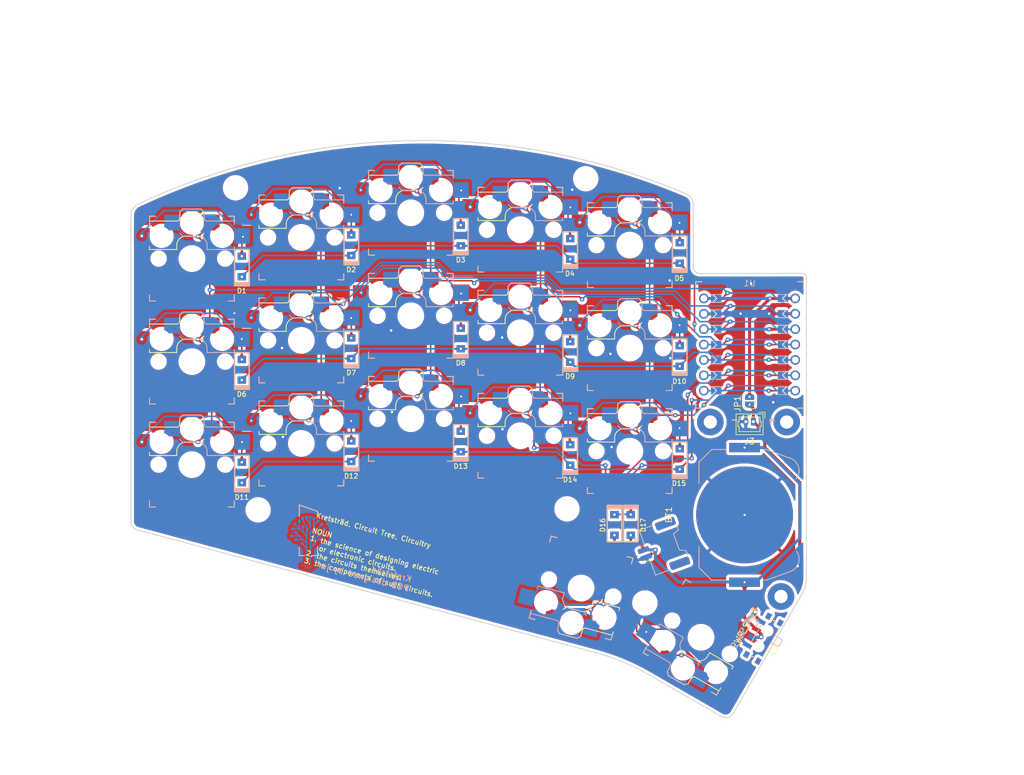
<source format=kicad_pcb>
(kicad_pcb (version 20211014) (generator pcbnew)
  (title_block (title "Kretsträd") (company "by JW"))
  (layers (0 "F.Cu" signal) (31 "B.Cu" signal) (34 "B.Paste" user) (35 "F.Paste" user) (36 "B.SilkS" user "B.Silkscreen") (37 "F.SilkS" user "F.Silkscreen") (38 "B.Mask" user) (39 "F.Mask" user) (44 "Edge.Cuts" user))
  (net 0 "")
  (net 1 "row0")
  (net 2 "Net-(D1-Pad2)")
  (net 3 "row1")
  (net 4 "Net-(D2-Pad2)")
  (net 5 "row2")
  (net 6 "Net-(D3-Pad2)")
  (net 7 "row3")
  (net 8 "Net-(D4-Pad2)")
  (net 9 "Net-(D5-Pad2)")
  (net 10 "Net-(D6-Pad2)")
  (net 11 "Net-(D7-Pad2)")
  (net 12 "Net-(D8-Pad2)")
  (net 13 "Net-(D9-Pad2)")
  (net 14 "Net-(D10-Pad2)")
  (net 15 "Net-(D11-Pad2)")
  (net 16 "Net-(D12-Pad2)")
  (net 17 "Net-(D13-Pad2)")
  (net 18 "Net-(D14-Pad2)")
  (net 19 "Net-(D15-Pad2)")
  (net 20 "Net-(D16-Pad2)")
  (net 21 "Net-(D17-Pad2)")
  (net 22 "GND")
  (net 23 "VCC")
  (net 24 "col0")
  (net 25 "col1")
  (net 26 "col2")
  (net 27 "col3")
  (net 28 "col4")
  (net 29 "SCL")
  (net 30 "SDA")
  (net 32 "BT+")
  (net 33 "RAW")
  (net 35 "/PWR")
  (footprint "jw_custom_footprint:Diode_SOD123_THT_2" (layer "F.Cu") (at 170.89579 82.048281 90)
    (fp_text reference "D10")
    (fp_text value "D" hide)
  )
  (footprint "jw_custom_footprint:Kailh_socket_PG1350_v1_reversible" (layer "F.Cu") (at 108.39139 96.496681 180)
    (fp_text reference "SW12")
    (fp_text value "SW_PUSH")
  )
  (footprint "jw_custom_footprint:Diode_SOD123_THT_2" (layer "F.Cu") (at 134.72619 79.16808 90)
    (fp_text reference "D8")
    (fp_text value "D" hide)
  )
  (footprint "MountingHole:MountingHole_3.2mm_M3" (layer "F.Cu") (at 101.245857 107.46834)
    (fp_text reference "TH3" hide)
    (fp_text value "HOLE")
  )
  (footprint "jw_custom_footprint:Diode_SOD123_THT_2" (layer "F.Cu") (at 98.55659 84.329481 90)
    (fp_text reference "D6")
    (fp_text value "D" hide)
  )
  (footprint "jw_custom_footprint:Kailh_socket_PG1350_v1_reversible" (layer "F.Cu") (at 126.47619 75.408681 180)
    (fp_text reference "SW8")
    (fp_text value "SW_PUSH")
  )
  (footprint "jw_custom_footprint:Kailh_socket_PG1350_v1_reversible" (layer "F.Cu") (at 108.39139 79.478681 180)
    (fp_text reference "SW7")
    (fp_text value "SW_PUSH")
  )
  (footprint "MountingHole:MountingHole_2.2mm_M2_Pad" (layer "F.Cu") (at 188.571312 92.962481)
    (fp_text reference "TH_PCB_2" hide)
    (fp_text value "HOLE")
  )
  (footprint "jw_custom_footprint:Kailh_socket_PG1350_v1_reversible" (layer "F.Cu") (at 126.47619 92.426681 180)
    (fp_text reference "SW13")
    (fp_text value "SW_PUSH")
  )
  (footprint "jw_custom_footprint:Diode_SOD123_THT_2" (layer "F.Cu") (at 116.64139 97.796681 90)
    (fp_text reference "D12")
    (fp_text value "D" hide)
  )
  (footprint "jw_custom_footprint:Diode_SOD123_THT_2" (layer "F.Cu") (at 116.64139 80.778681 90)
    (fp_text reference "D7")
    (fp_text value "D" hide)
  )
  (footprint "Button_Switch_SMD:SW_SPDT_PCM12" (layer "F.Cu") (at 184.426451 128.59308 60)
    (fp_text reference "PWR_SW_1")
    (fp_text value "SW_SPDT")
  )
  (footprint "jw_custom_footprint:Kailh_socket_PG1350_v1_reversible" (layer "F.Cu") (at 108.39139 62.460681 180)
    (fp_text reference "SW2")
    (fp_text value "SW_PUSH")
  )
  (footprint "Connector_Molex:Molex_PicoBlade_53047-0210_1x02_P1.25mm_Vertical" (layer "F.Cu") (at 183.065051 92.89594 180)
    (fp_text reference "J3")
    (fp_text value "Conn_01x02_Female")
  )
  (footprint "jw_custom_footprint:Diode_SOD123_THT_2" (layer "F.Cu") (at 152.81099 81.37668 90)
    (fp_text reference "D9")
    (fp_text value "D" hide)
  )
  (footprint "jw_custom_footprint:Kailh_socket_PG1350_v1_reversible" (layer "F.Cu") (at 90.30659 99.996681 180)
    (fp_text reference "SW11")
    (fp_text value "SW_PUSH")
  )
  (footprint "jw_custom_footprint:Kailh_socket_PG1350_v1_reversible" (layer "F.Cu") (at 144.56099 61.190481 180)
    (fp_text reference "SW4")
    (fp_text value "SW_PUSH")
  )
  (footprint "jw_custom_footprint:Diode_SOD123_THT_2" (layer "F.Cu") (at 170.895851 65.03028 90)
    (fp_text reference "D5")
    (fp_text value "D" hide)
  )
  (footprint "MountingHole:MountingHole_3.2mm_M3" (layer "F.Cu") (at 152.270051 107.30788)
    (fp_text reference "TH4" hide)
    (fp_text value "HOLE")
  )
  (footprint "jw_custom_footprint:Kailh_socket_PG1350_v1_reversible" (layer "F.Cu") (at 174.418851 128.51688 -30)
    (fp_text reference "SW17")
    (fp_text value "SW_PUSH")
  )
  (footprint "jw_custom_footprint:Diode_SOD123_THT_2" (layer "F.Cu") (at 160.118651 109.94948 -90)
    (fp_text reference "D16")
    (fp_text value "D" hide)
  )
  (footprint "jw_custom_footprint:Kailh_socket_PG1350_v1_reversible" (layer "F.Cu") (at 126.47619 58.390681 180)
    (fp_text reference "SW3")
    (fp_text value "SW_PUSH")
  )
  (footprint "MountingHole:MountingHole_2.2mm_M2_Pad" (layer "F.Cu") (at 187.626851 121.78588)
    (fp_text reference "TH_PCB_3" hide)
    (fp_text value "HOLE")
  )
  (footprint "jw_custom_footprint:Diode_SOD123_THT_2" (layer "F.Cu") (at 162.811051 109.94948 -90)
    (fp_text reference "D17")
    (fp_text value "D" hide)
  )
  (footprint "jw_custom_footprint:Diode_SOD123_THT_2" (layer "F.Cu") (at 98.55659 101.296681 90)
    (fp_text reference "D11")
    (fp_text value "D" hide)
  )
  (footprint "Connector_Molex:Molex_Panelmate_53780-0270_1x02-1MP_P1.25mm_Horizontal" (layer "F.Cu") (at 167.769039 113.741246 110)
    (fp_text reference "J1" hide)
    (fp_text value "Conn_01x02_Female")
  )
  (footprint "jw_custom_footprint:Kailh_socket_PG1350_v1_reversible" (layer "F.Cu") (at 144.56099 95.226681 180)
    (fp_text reference "SW14")
    (fp_text value "SW_PUSH")
  )
  (footprint "jw_custom_footprint:Kailh_socket_PG1350_v1_reversible" (layer "F.Cu") (at 144.56099 78.208681 180)
    (fp_text reference "SW9")
    (fp_text value "SW_PUSH")
  )
  (footprint "MountingHole:MountingHole_3.2mm_M3" (layer "F.Cu") (at 97.512067 54.264934)
    (fp_text reference "TH1" hide)
    (fp_text value "HOLE")
  )
  (footprint "jw_custom_footprint:Diode_SOD123_THT_2" (layer "F.Cu") (at 116.64139 63.760681 90)
    (fp_text reference "D2")
    (fp_text value "D" hide)
  )
  (footprint "jw_custom_footprint:Kailh_socket_PG1350_v1_reversible" (layer "F.Cu") (at 90.30659 82.978681 180)
    (fp_text reference "SW6")
    (fp_text value "SW_PUSH")
  )
  (footprint "jw_custom_footprint:Diode_SOD123_THT_2" (layer "F.Cu") (at 134.72619 96.18608 90)
    (fp_text reference "D13")
    (fp_text value "D" hide)
  )
  (footprint "jw_custom_footprint:Kailh_socket_PG1350_v1_reversible" (layer "F.Cu") (at 90.30659 65.960681 180)
    (fp_text reference "SW1")
    (fp_text value "SW_PUSH")
  )
  (footprint "MountingHole:MountingHole_2.2mm_M2_Pad" (layer "F.Cu") (at 175.953565 92.962481)
    (fp_text reference "TH_PCB_1" hide)
    (fp_text value "HOLE")
  )
  (footprint "jw_custom_footprint:Diode_SOD123_THT_2" (layer "F.Cu") (at 134.72619 62.15008 90)
    (fp_text reference "D3")
    (fp_text value "D" hide)
  )
  (footprint "jw_custom_footprint:Kailh_socket_PG1350_v1_reversible" (layer "F.Cu") (at 162.64579 97.766281 180)
    (fp_text reference "SW15")
    (fp_text value "SW_PUSH")
  )
  (footprint "MountingHole:MountingHole_3.2mm_M3" (layer "F.Cu") (at 165.147851 122.85268)
    (fp_text reference "TH5" hide)
    (fp_text value "HOLE")
  )
  (footprint "MountingHole:MountingHole_3.2mm_M3" (layer "F.Cu") (at 155.368851 52.766334)
    (fp_text reference "TH2" hide)
    (fp_text value "HOLE")
  )
  (footprint "jw_custom_footprint:Xiao THT jumper pad" (layer "F.Cu") (at 182.440051 80.004681)
    (fp_text reference "U1" hide)
    (fp_text value "SeeeduinoXIAO")
  )
  (footprint "jw_custom_footprint:Kailh_socket_PG1350_v1_reversible" (layer "F.Cu") (at 154.606851 120.38888 -15)
    (fp_text reference "SW16")
    (fp_text value "SW_PUSH")
  )
  (footprint "jw_custom_footprint:Diode_SOD123_THT_2" (layer "F.Cu") (at 152.81099 64.35848 90)
    (fp_text reference "D4")
    (fp_text value "D" hide)
  )
  (footprint "jw_custom_footprint:Diode_SOD123_THT_2" (layer "F.Cu") (at 152.81099 98.39468 90)
    (fp_text reference "D14")
    (fp_text value "D" hide)
  )
  (footprint "jw_custom_footprint:SolderJumper-2_P1.3mm_Open_RoundedPad1.0x1.5mm_dual_side" (layer "F.Cu") (at 182.440051 89.44394 90)
    (fp_text reference "JP1")
    (fp_text value "to_RAW")
  )
  (footprint "jw_custom_footprint:Diode_SOD123_THT_2" (layer "F.Cu") (at 170.89579 99.066281 90)
    (fp_text reference "D15")
    (fp_text value "D" hide)
  )
  (footprint "jw_custom_footprint:Diode_SOD123_THT_2" (layer "F.Cu") (at 98.55659 67.260681 90)
    (fp_text reference "D1")
    (fp_text value "D" hide)
  )
  (footprint "jw_custom_footprint:BatteryHolder_Keystone_3034_1x20mm_mod_dual_side" (layer "F.Cu") (at 181.61119 108.29888 90)
    (fp_text reference "BT1")
    (fp_text value "Battery_Cell")
  )
  (footprint "jw_custom_footprint:Kailh_socket_PG1350_v1_reversible" (layer "F.Cu") (at 162.64579 63.730281 180)
    (fp_text reference "SW5")
    (fp_text value "SW_PUSH")
  )
  (footprint "jw_custom_footprint:Kailh_socket_PG1350_v1_reversible" (layer "F.Cu") (at 162.64579 80.748281 180)
    (fp_text reference "SW10")
    (fp_text value "SW_PUSH")
  )
  (footprint "Connector_Molex:Molex_Panelmate_53780-0270_1x02-1MP_P1.25mm_Horizontal" (layer "B.Cu") (at 167.769039 113.741246 -70)
    (fp_text reference "J2" hide)
    (fp_text value "Conn_01x02_Female")
  )
  (footprint "jw_custom_image:circuit_tree_f.cu_3_10mm" (layer "B.Cu") (at 109.287451 111.87988 180)
    (fp_text reference "G***")
    (fp_text value "circuit_tree_f.cu_3_10mm")
  )
  (footprint "Button_Switch_SMD:SW_SPDT_PCM12" (layer "B.Cu") (at 184.426451 128.59308 -120)
    (fp_text reference "PWR_SW_2")
    (fp_text value "SW_SPDT")
  )
  (gr_line (start 173.128112 56.982734) (end 173.128112 67.349896) (layer "Edge.Cuts") (width 0.15))
  (gr_arc (start 80.234441 58.963934) (mid 80.543027 57.766783) (end 81.454851 56.931934) (layer "Edge.Cuts") (width 0.15))
  (gr_arc (start 174.194912 68.416696) (mid 173.446961 68.097853) (end 173.128112 67.349896) (layer "Edge.Cuts") (width 0.15))
  (gr_line (start 81.302451 110.781693) (end 157.030589 131.065676) (layer "Edge.Cuts") (width 0.15))
  (gr_line (start 179.71459 141.124549) (end 191.030451 121.48108) (layer "Edge.Cuts") (width 0.15))
  (gr_arc (start 191.82199 118.73788) (mid 191.607596 120.161815) (end 191.030451 121.48108) (layer "Edge.Cuts") (width 0.15))
  (gr_line (start 177.807789 141.632076) (end 165.285589 134.418476) (layer "Edge.Cuts") (width 0.15))
  (gr_arc (start 81.454851 56.931934) (mid 126.585203 46.483355) (end 172.061312 55.306334) (layer "Edge.Cuts") (width 0.15))
  (gr_line (start 191.12205 68.405924) (end 174.194912 68.416696) (layer "Edge.Cuts") (width 0.15))
  (gr_arc (start 81.302451 110.781693) (mid 80.517882 110.228881) (end 80.234441 109.311924) (layer "Edge.Cuts") (width 0.15))
  (gr_arc (start 172.061312 55.306334) (mid 172.842909 55.98659) (end 173.128112 56.982734) (layer "Edge.Cuts") (width 0.15))
  (gr_arc (start 179.71459 141.124549) (mid 178.856931 141.738021) (end 177.807789 141.632076) (layer "Edge.Cuts") (width 0.15))
  (gr_arc (start 157.030589 131.065676) (mid 161.259373 132.492702) (end 165.285589 134.418476) (layer "Edge.Cuts") (width 0.15))
  (gr_arc (start 191.12205 68.405924) (mid 191.619067 68.615934) (end 191.82199 69.11588) (layer "Edge.Cuts") (width 0.15))
  (gr_line (start 191.82199 69.11588) (end 191.82199 118.73788) (layer "Edge.Cuts") (width 0.15))
  (gr_line (start 80.234441 58.963934) (end 80.234441 109.311924) (layer "Edge.Cuts") (width 0.15))
  (gr_text "+\n" (at 163.069467 112.303934 -180) (layer "B.SilkS") (effects (font (size 0.6 0.6)) (justify left mirror)))
  (gr_text "Kretsträd\nPCB designed by jw" (at 126.468067 119.796934 -15) (layer "B.SilkS") (effects (font (size 1 1)) (justify left mirror)))
  (gr_text "-" (at 179.966789 92.678615 180) (layer "B.SilkS") (effects (font (size 1 1))))
  (gr_text "+" (at 186.113589 92.678615 180) (layer "B.SilkS") (effects (font (size 1 1))))
  (gr_text "-" (at 165.990467 114.462934 -180) (layer "B.SilkS") (effects (font (size 0.6 0.6)) (justify left mirror)))
  (gr_text "-" (at 163.933067 112.303934 180) (layer "F.SilkS") (effects (font (size 0.6 0.6)) (justify left)))
  (gr_text "+" (at 186.1166 92.590188) (layer "F.SilkS") (effects (font (size 1 1)) (justify mirror)))
  (gr_text "Kretsträd, Circuit Tree, Circuitry\n\nNOUN\n1. the science of designing electric \n   or electronic circuits.\n2. the circuits themselves.\n3. the components of such circuits." (at 109.795451 112.057675 -15) (layer "F.SilkS") (effects (font (size 0.8 0.8)) (justify left)))
  (gr_text "+\n" (at 166.854067 114.462934 180) (layer "F.SilkS") (effects (font (size 0.6 0.6)) (justify left)))
  (gr_text "-" (at 179.9698 92.590188) (layer "F.SilkS") (effects (font (size 1 1)) (justify mirror)))
  (segment (start 173.331067 76.779484) (end 173.331067 69.165496) (width 0.25) (layer "F.Cu") (net 1))
  (segment (start 185.675744 80.170281) (end 187.362051 80.170281) (width 0.25) (layer "F.Cu") (net 1))
  (segment (start 173.331067 69.165496) (end 170.895851 66.73028) (width 0.25) (layer "F.Cu") (net 1))
  (via (at 173.331067 76.779484) (size 0.7) (drill 0.3) (layers "F.Cu" "B.Cu") (net 1))
  (via (at 185.675744 80.170281) (size 0.7) (drill 0.3) (layers "F.Cu" "B.Cu") (net 1))
  (segment (start 150.60259 63.85008) (end 134.72619 63.85008) (width 0.25) (layer "B.Cu") (net 1))
  (segment (start 185.675744 80.170281) (end 177.272906 80.170281) (width 0.25) (layer "B.Cu") (net 1))
  (segment (start 118.251991 63.85008) (end 116.64139 65.460681) (width 0.25) (layer "B.Cu") (net 1))
  (segment (start 175.976781 78.88688) (end 177.254582 80.164681) (width 0.25) (layer "B.Cu") (net 1))
  (segment (start 174.203997 78.88688) (end 175.976781 78.88688) (width 0.25) (layer "B.Cu") (net 1))
  (segment (start 102.05659 65.460681) (end 98.55659 68.960681) (width 0.25) (layer "B.Cu") (net 1))
  (segment (start 116.64139 65.460681) (end 102.05659 65.460681) (width 0.25) (layer "B.Cu") (net 1))
  (segment (start 173.331067 76.779484) (end 173.331067 78.01395) (width 0.25) (layer "B.Cu") (net 1))
  (segment (start 152.81099 66.05848) (end 150.60259 63.85008) (width 0.25) (layer "B.Cu") (net 1))
  (segment (start 134.72619 63.85008) (end 118.251991 63.85008) (width 0.25) (layer "B.Cu") (net 1))
  (segment (start 170.895851 66.73028) (end 153.07679 66.73028) (width 0.25) (layer "B.Cu") (net 1))
  (segment (start 173.331067 78.01395) (end 174.203997 78.88688) (width 0.25) (layer "B.Cu") (net 1))
  (segment (start 98.55659 65.560681) (end 98.55659 62.515141) (width 0.25) (layer "F.Cu") (net 2))
  (segment (start 98.55659 62.515141) (end 98.726851 62.34488) (width 0.25) (layer "F.Cu") (net 2))
  (via (at 82.03159 62.210681) (size 0.8) (drill 0.4) (layers "F.Cu" "B.Cu") (net 2))
  (via (at 98.726851 62.34488) (size 0.7) (drill 0.3) (layers "F.Cu" "B.Cu") (net 2))
  (segment (start 98.715789 62.34488) (end 94.397789 58.02688) (width 0.25) (layer "B.Cu") (net 2))
  (segment (start 85.722295 58.02688) (end 82.03159 61.717585) (width 0.25) (layer "B.Cu") (net 2))
  (segment (start 94.397789 58.02688) (end 85.722295 58.02688) (width 0.25) (layer "B.Cu") (net 2))
  (segment (start 82.03159 61.717585) (end 82.03159 62.210681) (width 0.25) (layer "B.Cu") (net 2))
  (segment (start 185.658161 82.704681) (end 187.367651 82.704681) (width 0.25) (layer "F.Cu") (net 3))
  (segment (start 185.624944 82.671464) (end 185.658161 82.704681) (width 0.25) (layer "F.Cu") (net 3))
  (via (at 185.624944 82.671464) (size 0.7) (drill 0.3) (layers "F.Cu" "B.Cu") (net 3))
  (segment (start 118.251991 80.86808) (end 116.64139 82.478681) (width 0.25) (layer "B.Cu") (net 3))
  (segment (start 134.72619 80.86808) (end 118.251991 80.86808) (width 0.25) (layer "B.Cu") (net 3))
  (segment (start 116.64139 82.478681) (end 102.10739 82.478681) (width 0.25) (layer "B.Cu") (net 3))
  (segment (start 150.60239 80.86808) (end 152.81099 83.07668) (width 0.25) (layer "B.Cu") (net 3))
  (segment (start 153.482591 83.748281) (end 170.89579 83.748281) (width 0.25) (layer "B.Cu") (net 3))
  (segment (start 185.598359 82.698049) (end 177.519083 82.698049) (width 0.25) (layer "B.Cu") (net 3))
  (segment (start 173.185331 81.45874) (end 170.89579 83.748281) (width 0.25) (layer "B.Cu") (net 3))
  (segment (start 152.81099 83.07668) (end 153.482591 83.748281) (width 0.25) (layer "B.Cu") (net 3))
  (segment (start 176.030172 81.45874) (end 173.185331 81.45874) (width 0.25) (layer "B.Cu") (net 3))
  (segment (start 177.276113 82.704681) (end 176.030172 81.45874) (width 0.25) (layer "B.Cu") (net 3))
  (segment (start 185.624944 82.671464) (end 185.598359 82.698049) (width 0.25) (layer "B.Cu") (net 3))
  (segment (start 102.10739 82.478681) (end 98.55659 86.029481) (width 0.25) (layer "B.Cu") (net 3))
  (segment (start 134.72619 80.86808) (end 150.60239 80.86808) (width 0.25) (layer "B.Cu") (net 3))
  (segment (start 116.64139 62.060681) (end 116.64139 58.725619) (width 0.25) (layer "F.Cu") (net 4))
  (segment (start 116.64139 58.725619) (end 116.633851 58.71808) (width 0.25) (layer "F.Cu") (net 4))
  (via (at 100.128267 58.709934) (size 0.7) (drill 0.3) (layers "F.Cu" "B.Cu") (net 4))
  (via (at 116.633851 58.71808) (size 0.7) (drill 0.3) (layers "F.Cu" "B.Cu") (net 4))
  (segment (start 103.823494 54.459681) (end 100.128267 58.154908) (width 0.25) (layer "B.Cu") (net 4))
  (segment (start 100.128267 58.154908) (end 100.128267 58.709934) (width 0.25) (layer "B.Cu") (net 4))
  (segment (start 112.375452 54.459681) (end 103.823494 54.459681) (width 0.25) (layer "B.Cu") (net 4))
  (segment (start 116.633851 58.71808) (end 112.375452 54.459681) (width 0.25) (layer "B.Cu") (net 4))
  (segment (start 172.213457 88.478744) (end 172.213457 99.448614) (width 0.25) (layer "F.Cu") (net 5))
  (segment (start 185.642527 85.244681) (end 187.367651 85.244681) (width 0.25) (layer "F.Cu") (net 5))
  (segment (start 172.213457 99.448614) (end 170.89579 100.766281) (width 0.25) (layer "F.Cu") (net 5))
  (segment (start 185.624944 85.262264) (end 185.642527 85.244681) (width 0.25) (layer "F.Cu") (net 5))
  (segment (start 172.213467 88.478734) (end 172.213457 88.478744) (width 0.25) (layer "F.Cu") (net 5))
  (via (at 172.213467 88.478734) (size 0.7) (drill 0.3) (layers "F.Cu" "B.Cu") (net 5))
  (via (at 185.624944 85.262264) (size 0.7) (drill 0.3) (layers "F.Cu" "B.Cu") (net 5))
  (segment (start 185.607361 85.244681) (end 177.512451 85.244681) (width 0.25) (layer "B.Cu") (net 5))
  (segment (start 102.05659 99.496681) (end 98.55659 102.996681) (width 0.25) (layer "B.Cu") (net 5))
  (segment (start 150.60239 97.88608) (end 152.81099 100.09468) (width 0.25) (layer "B.Cu") (net 5))
  (segment (start 116.64139 99.496681) (end 102.05659 99.496681) (width 0.25) (layer "B.Cu") (net 5))
  (segment (start 176.007652 86.52294) (end 177.285911 85.244681) (width 0.25) (layer "B.Cu") (net 5))
  (segment (start 118.251991 97.88608) (end 116.64139 99.496681) (width 0.25) (layer "B.Cu") (net 5))
  (segment (start 172.213467 88.478734) (end 174.169261 86.52294) (width 0.25) (layer "B.Cu") (net 5))
  (segment (start 174.169261 86.52294) (end 176.007652 86.52294) (width 0.25) (layer "B.Cu") (net 5))
  (segment (start 185.624944 85.262264) (end 185.607361 85.244681) (width 0.25) (layer "B.Cu") (net 5))
  (segment (start 134.72619 97.88608) (end 150.60239 97.88608) (width 0.25) (layer "B.Cu") (net 5))
  (segment (start 152.81099 100.09468) (end 153.482591 100.766281) (width 0.25) (layer "B.Cu") (net 5))
  (segment (start 134.72619 97.88608) (end 118.251991 97.88608) (width 0.25) (layer "B.Cu") (net 5))
  (segment (start 153.482591 100.766281) (end 170.89579 100.766281) (width 0.25) (layer "B.Cu") (net 5))
  (segment (start 134.413851 59.218011) (end 134.413851 55.08588) (width 0.25) (layer "F.Cu") (net 6))
  (segment (start 134.413851 55.08588) (end 134.794851 54.70488) (width 0.25) (layer "F.Cu") (net 6))
  (segment (start 134.72619 59.53035) (end 134.413851 59.218011) (width 0.25) (layer "F.Cu") (net 6))
  (segment (start 134.72619 60.45008) (end 134.72619 59.53035) (width 0.25) (layer "F.Cu") (net 6))
  (via (at 118.20119 54.640681) (size 0.7) (drill 0.3) (layers "F.Cu" "B.Cu") (net 6))
  (via (at 134.794851 54.70488) (size 0.7) (drill 0.3) (layers "F.Cu" "B.Cu") (net 6))
  (segment (start 134.794851 54.70488) (end 130.485652 50.395681) (width 0.25) (layer "B.Cu") (net 6))
  (segment (start 118.20119 54.046056) (end 118.20119 54.640681) (width 0.25) (layer "B.Cu") (net 6))
  (segment (start 130.485652 50.395681) (end 121.851565 50.395681) (width 0.25) (layer "B.Cu") (net 6))
  (segment (start 121.851565 50.395681) (end 118.20119 54.046056) (width 0.25) (layer "B.Cu") (net 6))
  (segment (start 162.811051 108.24948) (end 162.811051 101.924997) (width 0.25) (layer "F.Cu") (net 7))
  (segment (start 185.642527 87.784681) (end 187.367651 87.784681) (width 0.25) (layer "F.Cu") (net 7))
  (segment (start 162.811051 101.924997) (end 164.644267 100.091781) (width 0.25) (layer "F.Cu") (net 7))
  (segment (start 172.887957 89.337291) (end 172.887957 98.98284) (width 0.25) (layer "F.Cu") (net 7))
  (segment (start 185.624944 87.802264) (end 185.642527 87.784681) (width 0.25) (layer "F.Cu") (net 7))
  (via (at 185.624944 87.802264) (size 0.7) (drill 0.3) (layers "F.Cu" "B.Cu") (net 7))
  (via (at 172.887957 98.98284) (size 0.7) (drill 0.3) (layers "F.Cu" "B.Cu") (net 7))
  (via (at 164.644267 100.091781) (size 0.7) (drill 0.3) (layers "F.Cu" "B.Cu") (net 7))
  (via (at 172.887957 89.337291) (size 0.7) (drill 0.3) (layers "F.Cu" "B.Cu") (net 7))
  (segment (start 160.092679 108.209168) (end 162.785079 108.209168) (width 0.25) (layer "B.Cu") (net 7))
  (segment (start 172.858696 99.012101) (end 170.5701 99.012101) (width 0.25) (layer "B.Cu") (net 7))
  (segment (start 170.5701 99.012101) (end 169.49042 100.091781) (width 0.25) (layer "B.Cu") (net 7))
  (segment (start 172.887957 98.98284) (end 172.858696 99.012101) (width 0.25) (layer "B.Cu") (net 7))
  (segment (start 175.707917 89.337291) (end 177.293744 87.751464) (width 0.25) (layer "B.Cu") (net 7))
  (segment (start 172.887957 89.337291) (end 175.707917 89.337291) (width 0.25) (layer "B.Cu") (net 7))
  (segment (start 169.49042 100.091781) (end 164.644267 100.091781) (width 0.25) (layer "B.Cu") (net 7))
  (segment (start 177.293744 87.751464) (end 185.574144 87.751464) (width 0.25) (layer "B.Cu") (net 7))
  (segment (start 185.574144 87.751464) (end 185.624944 87.802264) (width 0.25) (layer "B.Cu") (net 7))
  (segment (start 152.81099 62.65848) (end 152.81099 61.77815) (width 0.25) (layer "F.Cu") (net 8))
  (segment (start 152.81099 61.77815) (end 152.447851 61.415011) (width 0.25) (layer "F.Cu") (net 8))
  (segment (start 152.447851 57.87988) (end 152.828851 57.49888) (width 0.25) (layer "F.Cu") (net 8))
  (segment (start 152.447851 61.415011) (end 152.447851 57.87988) (width 0.25) (layer "F.Cu") (net 8))
  (via (at 136.28599 57.440481) (size 0.8) (drill 0.4) (layers "F.Cu" "B.Cu") (net 8))
  (via (at 152.828851 57.49888) (size 0.7) (drill 0.3) (layers "F.Cu" "B.Cu") (net 8))
  (segment (start 152.828851 57.49888) (end 148.536251 53.20628) (width 0.25) (layer "B.Cu") (net 8))
  (segment (start 139.868985 53.20628) (end 136.28599 56.789275) (width 0.25) (layer "B.Cu") (net 8))
  (segment (start 136.28599 56.789275) (end 136.28599 57.440481) (width 0.25) (layer "B.Cu") (net 8))
  (segment (start 148.536251 53.20628) (end 139.868985 53.20628) (width 0.25) (layer "B.Cu") (net 8))
  (segment (start 170.895851 60.09688) (end 170.862851 60.06388) (width 0.25) (layer "F.Cu") (net 9))
  (segment (start 170.895851 63.33028) (end 170.895851 60.09688) (width 0.25) (layer "F.Cu") (net 9))
  (via (at 154.37079 59.980281) (size 0.8) (drill 0.4) (layers "F.Cu" "B.Cu") (net 9))
  (via (at 170.862851 60.06388) (size 0.7) (drill 0.3) (layers "F.Cu" "B.Cu") (net 9))
  (segment (start 170.862851 60.06388) (end 166.544851 55.74588) (width 0.25) (layer "B.Cu") (net 9))
  (segment (start 166.544851 55.74588) (end 158.061295 55.74588) (width 0.25) (layer "B.Cu") (net 9))
  (segment (start 154.37079 59.436385) (end 154.37079 59.980281) (width 0.25) (layer "B.Cu") (net 9))
  (segment (start 158.061295 55.74588) (end 154.37079 59.436385) (width 0.25) (layer "B.Cu") (net 9))
  (segment (start 98.549051 79.23588) (end 98.55659 79.243419) (width 0.25) (layer "F.Cu") (net 10))
  (segment (start 98.55659 79.243419) (end 98.55659 82.629481) (width 0.25) (layer "F.Cu") (net 10))
  (via (at 82.03159 79.279481) (size 0.8) (drill 0.4) (layers "F.Cu" "B.Cu") (net 10))
  (via (at 98.549051 79.23588) (size 0.7) (drill 0.3) (layers "F.Cu" "B.Cu") (net 10))
  (segment (start 98.549051 79.23588) (end 98.549051 79.18508) (width 0.25) (layer "B.Cu") (net 10))
  (segment (start 85.900548 74.978672) (end 82.03159 78.84763) (width 0.25) (layer "B.Cu") (net 10))
  (segment (start 94.342643 74.978672) (end 85.900548 74.978672) (width 0.25) (layer "B.Cu") (net 10))
  (segment (start 82.03159 78.84763) (end 82.03159 79.279481) (width 0.25) (layer "B.Cu") (net 10))
  (segment (start 98.549051 79.18508) (end 94.342643 74.978672) (width 0.25) (layer "B.Cu") (net 10))
  (segment (start 116.64139 75.794419) (end 116.633851 75.78688) (width 0.25) (layer "F.Cu") (net 11))
  (segment (start 116.64139 79.078681) (end 116.64139 75.794419) (width 0.25) (layer "F.Cu") (net 11))
  (via (at 116.633851 75.78688) (size 0.7) (drill 0.3) (layers "F.Cu" "B.Cu") (net 11))
  (via (at 100.128267 75.727934) (size 0.7) (drill 0.3) (layers "F.Cu" "B.Cu") (net 11))
  (segment (start 103.679191 71.59588) (end 100.128267 75.146804) (width 0.25) (layer "B.Cu") (net 11))
  (segment (start 116.633851 75.78688) (end 112.442851 71.59588) (width 0.25) (layer "B.Cu") (net 11))
  (segment (start 100.128267 75.146804) (end 100.128267 75.727934) (width 0.25) (layer "B.Cu") (net 11))
  (segment (start 112.442851 71.59588) (end 103.679191 71.59588) (width 0.25) (layer "B.Cu") (net 11))
  (segment (start 134.72619 76.48495) (end 134.413851 76.172611) (width 0.25) (layer "F.Cu") (net 12))
  (segment (start 134.413851 72.10388) (end 134.794851 71.72288) (width 0.25) (layer "F.Cu") (net 12))
  (segment (start 134.413851 76.172611) (end 134.413851 72.10388) (width 0.25) (layer "F.Cu") (net 12))
  (segment (start 134.72619 77.46808) (end 134.72619 76.48495) (width 0.25) (layer "F.Cu") (net 12))
  (via (at 134.794851 71.72288) (size 0.7) (drill 0.3) (layers "F.Cu" "B.Cu") (net 12))
  (via (at 118.284851 71.59588) (size 0.7) (drill 0.3) (layers "F.Cu" "B.Cu") (net 12))
  (segment (start 130.603851 67.53188) (end 121.834985 67.53188) (width 0.25) (layer "B.Cu") (net 12))
  (segment (start 118.284851 71.082014) (end 118.284851 71.59588) (width 0.25) (layer "B.Cu") (net 12))
  (segment (start 134.794851 71.72288) (end 130.603851 67.53188) (width 0.25) (layer "B.Cu") (net 12))
  (segment (start 121.834985 67.53188) (end 118.284851 71.082014) (width 0.25) (layer "B.Cu") (net 12))
  (segment (start 152.447851 74.89788) (end 152.828851 74.51688) (width 0.25) (layer "F.Cu") (net 13))
  (segment (start 152.81099 79.67668) (end 152.81099 78.73265) (width 0.25) (layer "F.Cu") (net 13))
  (segment (start 152.447851 78.369511) (end 152.447851 74.89788) (width 0.25) (layer "F.Cu") (net 13))
  (segment (start 152.81099 78.73265) (end 152.447851 78.369511) (width 0.25) (layer "F.Cu") (net 13))
  (via (at 136.28599 74.458681) (size 0.8) (drill 0.4) (layers "F.Cu" "B.Cu") (net 13))
  (via (at 152.828851 74.51688) (size 0.7) (drill 0.3) (layers "F.Cu" "B.Cu") (net 13))
  (segment (start 148.383851 70.07188) (end 140.179695 70.07188) (width 0.25) (layer "B.Cu") (net 13))
  (segment (start 152.828851 74.51688) (end 148.383851 70.07188) (width 0.25) (layer "B.Cu") (net 13))
  (segment (start 140.179695 70.07188) (end 136.28599 73.965585) (width 0.25) (layer "B.Cu") (net 13))
  (segment (start 136.28599 73.965585) (end 136.28599 74.458681) (width 0.25) (layer "B.Cu") (net 13))
  (segment (start 170.89579 76.987819) (end 170.89579 80.348281) (width 0.25) (layer "F.Cu") (net 14))
  (segment (start 170.862851 76.95488) (end 170.89579 76.987819) (width 0.25) (layer "F.Cu") (net 14))
  (via (at 170.862851 76.95488) (size 0.7) (drill 0.3) (layers "F.Cu" "B.Cu") (net 14))
  (via (at 154.37079 76.998281) (size 0.8) (drill 0.4) (layers "F.Cu" "B.Cu") (net 14))
  (segment (start 158.155191 72.76388) (end 154.37079 76.548281) (width 0.25) (layer "B.Cu") (net 14))
  (segment (start 166.635294 72.76388) (end 158.155191 72.76388) (width 0.25) (layer "B.Cu") (net 14))
  (segment (start 154.37079 76.548281) (end 154.37079 76.998281) (width 0.25) (layer "B.Cu") (net 14))
  (segment (start 170.826294 76.95488) (end 166.635294 72.76388) (width 0.25) (layer "B.Cu") (net 14))
  (segment (start 98.55659 99.596681) (end 98.55659 96.297141) (width 0.25) (layer "F.Cu") (net 15))
  (segment (start 98.55659 96.297141) (end 98.599851 96.25388) (width 0.25) (layer "F.Cu") (net 15))
  (via (at 82.03159 96.246681) (size 0.8) (drill 0.4) (layers "F.Cu" "B.Cu") (net 15))
  (via (at 98.599851 96.25388) (size 0.7) (drill 0.3) (layers "F.Cu" "B.Cu") (net 15))
  (segment (start 85.813903 92.022072) (end 82.03159 95.804385) (width 0.25) (layer "B.Cu") (net 15))
  (segment (start 98.588789 96.25388) (end 94.356981 92.022072) (width 0.25) (layer "B.Cu") (net 15))
  (segment (start 94.356981 92.022072) (end 85.813903 92.022072) (width 0.25) (layer "B.Cu") (net 15))
  (segment (start 82.03159 95.804385) (end 82.03159 96.246681) (width 0.25) (layer "B.Cu") (net 15))
  (segment (start 116.64139 96.096681) (end 116.64139 92.812419) (width 0.25) (layer "F.Cu") (net 16))
  (segment (start 116.64139 92.812419) (end 116.633851 92.80488) (width 0.25) (layer "F.Cu") (net 16))
  (via (at 116.633851 92.80488) (size 0.7) (drill 0.3) (layers "F.Cu" "B.Cu") (net 16))
  (via (at 100.128267 92.745934) (size 0.7) (drill 0.3) (layers "F.Cu" "B.Cu") (net 16))
  (segment (start 103.806191 88.48688) (end 100.128267 92.164804) (width 0.25) (layer "B.Cu") (net 16))
  (segment (start 112.315851 88.48688) (end 103.806191 88.48688) (width 0.25) (layer "B.Cu") (net 16))
  (segment (start 100.128267 92.164804) (end 100.128267 92.745934) (width 0.25) (layer "B.Cu") (net 16))
  (segment (start 116.633851 92.80488) (end 112.315851 88.48688) (width 0.25) (layer "B.Cu") (net 16))
  (segment (start 134.72619 93.523219) (end 134.413851 93.21088) (width 0.25) (layer "F.Cu") (net 17))
  (segment (start 134.413851 93.21088) (end 134.413851 89.12188) (width 0.25) (layer "F.Cu") (net 17))
  (segment (start 134.413851 89.12188) (end 134.794851 88.74088) (width 0.25) (layer "F.Cu") (net 17))
  (segment (start 134.72619 94.48608) (end 134.72619 93.523219) (width 0.25) (layer "F.Cu") (net 17))
  (via (at 118.20119 88.676681) (size 0.7) (drill 0.3) (layers "F.Cu" "B.Cu") (net 17))
  (via (at 134.794851 88.74088) (size 0.7) (drill 0.3) (layers "F.Cu" "B.Cu") (net 17))
  (segment (start 118.20119 88.082056) (end 118.20119 88.676681) (width 0.25) (layer "B.Cu") (net 17))
  (segment (start 134.794851 88.74088) (end 130.476851 84.42288) (width 0.25) (layer "B.Cu") (net 17))
  (segment (start 121.860366 84.42288) (end 118.20119 88.082056) (width 0.25) (layer "B.Cu") (net 17))
  (segment (start 130.476851 84.42288) (end 121.860366 84.42288) (width 0.25) (layer "B.Cu") (net 17))
  (segment (start 152.81099 96.69468) (end 152.81099 95.860019) (width 0.25) (layer "F.Cu") (net 18))
  (segment (start 152.447851 95.49688) (end 152.447851 91.91588) (width 0.25) (layer "F.Cu") (net 18))
  (segment (start 152.81099 95.860019) (end 152.447851 95.49688) (width 0.25) (layer "F.Cu") (net 18))
  (segment (start 152.447851 91.91588) (end 152.828851 91.53488) (width 0.25) (layer "F.Cu") (net 18))
  (via (at 136.28599 91.476681) (size 0.7) (drill 0.3) (layers "F.Cu" "B.Cu") (net 18))
  (via (at 152.828851 91.53488) (size 0.7) (drill 0.3) (layers "F.Cu" "B.Cu") (net 18))
  (segment (start 136.28599 90.962681) (end 136.28599 91.476681) (width 0.25) (layer "B.Cu") (net 18))
  (segment (start 152.828851 91.53488) (end 148.510851 87.21688) (width 0.25) (layer "B.Cu") (net 18))
  (segment (start 140.031791 87.21688) (end 136.28599 90.962681) (width 0.25) (layer "B.Cu") (net 18))
  (segment (start 148.510851 87.21688) (end 140.031791 87.21688) (width 0.25) (layer "B.Cu") (net 18))
  (segment (start 170.89579 94.005819) (end 170.89579 97.366281) (width 0.25) (layer "F.Cu") (net 19))
  (segment (start 170.862851 93.97288) (end 170.89579 94.005819) (width 0.25) (layer "F.Cu") (net 19))
  (via (at 170.862851 93.97288) (size 0.7) (drill 0.3) (layers "F.Cu" "B.Cu") (net 19))
  (via (at 154.37079 94.016281) (size 0.8) (drill 0.4) (layers "F.Cu" "B.Cu") (net 19))
  (segment (start 166.686389 89.78188) (end 158.155191 89.78188) (width 0.25) (layer "B.Cu") (net 19))
  (segment (start 158.155191 89.78188) (end 154.37079 93.566281) (width 0.25) (layer "B.Cu") (net 19))
  (segment (start 170.862851 93.958342) (end 166.686389 89.78188) (width 0.25) (layer "B.Cu") (net 19))
  (segment (start 154.37079 93.566281) (end 154.37079 94.016281) (width 0.25) (layer "B.Cu") (net 19))
  (segment (start 158.289851 121.275052) (end 160.118651 119.446252) (width 0.25) (layer "F.Cu") (net 20))
  (segment (start 158.289851 123.05588) (end 158.289851 121.275052) (width 0.25) (layer "F.Cu") (net 20))
  (segment (start 160.118651 119.446252) (end 160.118651 111.64948) (width 0.25) (layer "F.Cu") (net 20))
  (segment (start 158.289851 123.05588) (end 159.178851 123.05588) (width 0.25) (layer "F.Cu") (net 20))
  (segment (start 159.178851 123.05588) (end 161.629316 125.506345) (width 0.25) (layer "F.Cu") (net 20))
  (via (at 158.289851 123.05588) (size 0.7) (drill 0.3) (layers "F.Cu" "B.Cu") (net 20))
  (segment (start 149.780851 120.51588) (end 147.647251 120.51588) (width 0.25) (layer "B.Cu") (net 20))
  (segment (start 147.647251 120.51588) (end 146.293757 121.869374) (width 0.25) (layer "B.Cu") (net 20))
  (segment (start 152.320851 123.05588) (end 149.780851 120.51588) (width 0.25) (layer "B.Cu") (net 20))
  (segment (start 158.289851 123.05588) (end 152.320851 123.05588) (width 0.25) (layer "B.Cu") (net 20))
  (segment (start 169.551867 127.188334) (end 165.816132 127.188334) (width 0.25) (layer "F.Cu") (net 21))
  (segment (start 162.811051 123.550322) (end 164.237867 124.977138) (width 0.25) (layer "F.Cu") (net 21))
  (segment (start 179.244851 133.77468) (end 177.678111 132.20794) (width 0.25) (layer "F.Cu") (net 21))
  (segment (start 164.237867 124.977138) (end 164.237867 126.487351) (width 0.25) (layer "F.Cu") (net 21))
  (segment (start 165.816132 127.188334) (end 165.377491 127.626975) (width 0.25) (layer "F.Cu") (net 21))
  (segment (start 177.678111 132.20794) (end 174.571473 132.20794) (width 0.25) (layer "F.Cu") (net 21))
  (segment (start 174.571473 132.20794) (end 169.551867 127.188334) (width 0.25) (layer "F.Cu") (net 21))
  (segment (start 162.811051 111.64948) (end 162.811051 123.550322) (width 0.25) (layer "F.Cu") (net 21))
  (segment (start 179.244851 135.335015) (end 179.244851 133.77468) (width 0.25) (layer "F.Cu") (net 21))
  (segment (start 164.237867 126.487351) (end 165.377491 127.626975) (width 0.25) (layer "F.Cu") (net 21))
  (via (at 165.377491 127.626975) (size 0.7) (drill 0.3) (layers "F.Cu" "B.Cu") (net 21))
  (segment (start 187.367651 75.084681) (end 185.674251 75.084681) (width 0.508) (layer "F.Cu") (net 22))
  (segment (start 185.674251 75.084681) (end 185.654451 75.064881) (width 0.508) (layer "F.Cu") (net 22))
  (via (at 105.3446 95.417649) (size 0.8) (drill 0.4) (layers "F.Cu" "B.Cu") (net 22))
  (via (at 169.237251 69.56348) (size 0.8) (drill 0.4) (layers "F.Cu" "B.Cu") (net 22))
  (via (at 185.654451 75.064881) (size 0.8) (drill 0.4) (layers "F.Cu" "B.Cu") (net 22))
  (via (at 114.728851 54.32388) (size 0.8) (drill 0.4) (layers "F.Cu" "B.Cu") (net 22))
  (via (at 180.951344 75.064876) (size 0.8) (drill 0.4) (layers "F.Cu" "B.Cu") (net 22))
  (via (at 159.6498 97.093649) (size 0.8) (drill 0.4) (layers "F.Cu" "B.Cu") (net 22))
  (via (at 123.364851 91.30588) (size 0.8) (drill 0.4) (layers "F.Cu" "B.Cu") (net 22))
  (via (at 153.133651 54.57748) (size 0.8) (drill 0.4) (layers "F.Cu" "B.Cu") (net 22))
  (via (at 123.2262 77.834849) (size 0.8) (drill 0.4) (layers "F.Cu" "B.Cu") (net 22))
  (via (at 186.335867 89.697934) (size 0.8) (drill 0.4) (layers "F.Cu" "B.Cu") (net 22))
  (via (at 105.1922 80.736449) (size 0.8) (drill 0.4) (layers "F.Cu" "B.Cu") (net 22))
  (via (at 159.4466 81.701249) (size 0.8) (drill 0.4) (layers "F.Cu" "B.Cu") (net 22))
  (via (at 190.370051 116.75668) (size 0.8) (drill 0.4) (layers "F.Cu" "B.Cu") (net 22))
  (via (at 141.565 79.009249) (size 0.8) (drill 0.4) (layers "F.Cu" "B.Cu") (net 22))
  (via (at 182.68925 70.086476) (size 0.8) (drill 0.4) (layers "F.Cu" "B.Cu") (net 22))
  (via (at 141.6158 94.147649) (size 0.8) (drill 0.4) (layers "F.Cu" "B.Cu") (net 22))
  (via (at 169.338851 82.41588) (size 0.8) (drill 0.4) (layers "F.Cu" "B.Cu") (net 22))
  (via (at 97.315189 74.977676) (size 0.7) (drill 0.3) (layers "F.Cu" "B.Cu") (net 22))
  (segment (start 185.654451 75.064881) (end 185.634651 75.084681) (width 0.508) (layer "B.Cu") (net 22))
  (segment (start 185.634651 75.084681) (end 177.512451 75.084681) (width 0.508) (layer "B.Cu") (net 22))
  (segment (start 185.675744 77.630281) (end 187.362051 77.630281) (width 0.5) (layer "F.Cu") (net 23))
  (segment (start 187.362051 77.630281) (end 187.367651 77.624681) (width 0.5) (layer "F.Cu") (net 23))
  (via (at 185.675744 77.630281) (size 0.7) (drill 0.3) (layers "F.Cu" "B.Cu") (net 23))
  (segment (start 177.518051 77.630281) (end 177.512451 77.624681) (width 0.5) (layer "B.Cu") (net 23))
  (segment (start 185.675744 77.630281) (end 177.518051 77.630281) (width 0.5) (layer "B.Cu") (net 23))
  (segment (start 91.320789 79.321081) (end 93.58159 81.581882) (width 0.25) (layer "F.Cu") (net 24))
  (segment (start 93.58159 81.581882) (end 93.58159 94.046681) (width 0.25) (layer "F.Cu") (net 24))
  (segment (start 93.266548 64.274235) (end 91.320789 62.328476) (width 0.25) (layer "F.Cu") (net 24))
  (segment (start 91.320789 79.321081) (end 93.224189 77.417681) (width 0.25) (layer "F.Cu") (net 24))
  (segment (start 177.900212 72.538881) (end 177.512451 72.538881) (width 0.25) (layer "F.Cu") (net 24))
  (segment (start 178.792312 71.646781) (end 177.900212 72.538881) (width 0.25) (layer "F.Cu") (net 24))
  (segment (start 91.320789 96.262876) (end 93.097184 94.486481) (width 0.25) (layer "F.Cu") (net 24))
  (segment (start 93.266548 76.764439) (end 93.266548 64.274235) (width 0.25) (layer "F.Cu") (net 24))
  (segment (start 91.320789 62.328476) (end 93.097184 60.552081) (width 0.25) (layer "F.Cu") (net 24))
  (via (at 91.320789 62.328476) (size 0.7) (drill 0.3) (layers "F.Cu" "B.Cu") (net 24))
  (via (at 93.270267 71.130534) (size 0.7) (drill 0.3) (layers "F.Cu" "B.Cu") (net 24))
  (via (at 91.320789 79.321081) (size 0.7) (drill 0.3) (layers "F.Cu" "B.Cu") (net 24))
  (via (at 91.320789 96.262876) (size 0.7) (drill 0.3) (layers "F.Cu" "B.Cu") (net 24))
  (via (at 178.792312 71.646781) (size 0.7) (drill 0.3) (layers "F.Cu" "B.Cu") (net 24))
  (segment (start 93.278013 71.13828) (end 93.270267 71.130534) (width 0.25) (layer "B.Cu") (net 24))
  (segment (start 89.27319 79.321081) (end 87.03159 77.079481) (width 0.25) (layer "B.Cu") (net 24))
  (segment (start 133.087181 68.72188) (end 148.943039 68.72188) (width 0.25) (layer "B.Cu") (net 24))
  (segment (start 186.030261 71.646781) (end 186.928161 72.544681) (width 0.25) (layer "B.Cu") (net 24))
  (segment (start 91.320789 96.262876) (end 89.247785 96.262876) (width 0.25) (layer "B.Cu") (net 24))
  (segment (start 89.349385 62.328476) (end 87.03159 60.010681) (width 0.25) (layer "B.Cu") (net 24))
  (segment (start 91.320789 62.328476) (end 89.349385 62.328476) (width 0.25) (layer "B.Cu") (net 24))
  (segment (start 148.943039 68.72188) (end 151.127039 70.90588) (width 0.25) (layer "B.Cu") (net 24))
  (segment (start 178.792312 71.646781) (end 186.030261 71.646781) (width 0.25) (layer "B.Cu") (net 24))
  (segment (start 186.928161 72.544681) (end 187.367651 72.544681) (width 0.25) (layer "B.Cu") (net 24))
  (segment (start 130.997181 66.63188) (end 133.087181 68.72188) (width 0.25) (layer "B.Cu") (net 24))
  (segment (start 116.870945 71.13828) (end 121.377345 66.63188) (width 0.25) (layer "B.Cu") (net 24))
  (segment (start 116.870945 71.13828) (end 93.278013 71.13828) (width 0.25) (layer "B.Cu") (net 24))
  (segment (start 151.127039 70.90588) (end 178.051411 70.90588) (width 0.25) (layer "B.Cu") (net 24))
  (segment (start 89.247785 96.262876) (end 87.03159 94.046681) (width 0.25) (layer "B.Cu") (net 24))
  (segment (start 178.051411 70.90588) (end 178.792312 71.646781) (width 0.25) (layer "B.Cu") (net 24))
  (segment (start 91.320789 79.321081) (end 89.27319 79.321081) (width 0.25) (layer "B.Cu") (net 24))
  (segment (start 121.377345 66.63188) (end 130.997181 66.63188) (width 0.25) (layer "B.Cu") (net 24))
  (segment (start 115.281795 73.480936) (end 115.23405 73.528681) (width 0.25) (layer "F.Cu") (net 25))
  (segment (start 179.274944 73.781464) (end 177.971727 75.084681) (width 0.25) (layer "F.Cu") (net 25))
  (segment (start 109.405589 58.726876) (end 111.627679 60.948966) (width 0.25) (layer "F.Cu") (net 25))
  (segment (start 115.23405 73.528681) (end 111.66639 73.528681) (width 0.25) (layer "F.Cu") (net 25))
  (segment (start 177.971727 75.084681) (end 177.512451 75.084681) (width 0.25) (layer "F.Cu") (net 25))
  (segment (start 111.334384 90.935681) (end 109.608789 92.661276) (width 0.25) (layer "F.Cu") (net 25))
  (segment (start 109.557989 75.744876) (end 111.66639 77.853277) (width 0.25) (layer "F.Cu") (net 25))
  (segment (start 111.181984 56.950481) (end 109.405589 58.726876) (width 0.25) (layer "F.Cu") (net 25))
  (segment (start 111.66639 77.853277) (end 111.66639 90.546681) (width 0.25) (layer "F.Cu") (net 25))
  (segment (start 109.557989 75.744876) (end 111.291984 74.010881) (width 0.25) (layer "F.Cu") (net 25))
  (segment (start 111.627679 60.948966) (end 111.627679 73.573649) (width 0.25) (layer "F.Cu") (net 25))
  (via (at 109.608789 92.661276) (size 0.7) (drill 0.3) (layers "F.Cu" "B.Cu") (net 25))
  (via (at 179.274944 73.781464) (size 0.7) (drill 0.3) (layers "F.Cu" "B.Cu") (net 25))
  (via (at 115.281795 73.480936) (size 0.7) (drill 0.3) (layers "F.Cu" "B.Cu") (net 25))
  (via (at 109.405589 58.726876) (size 0.7) (drill 0.3) (layers "F.Cu" "B.Cu") (net 25))
  (via (at 109.557989 75.744876) (size 0.8) (drill 0.4) (layers "F.Cu" "B.Cu") (net 25))
  (segment (start 148.756643 69.17188) (end 132.900785 69.17188) (width 0.25) (layer "B.Cu") (net 25))
  (segment (start 130.810785 67.08188) (end 121.648589 67.08188) (width 0.25) (layer "B.Cu") (net 25))
  (segment (start 150.940643 71.35588) (end 148.756643 69.17188) (width 0.25) (layer "B.Cu") (net 25))
  (segment (start 115.281795 73.448674) (end 115.281795 73.480936) (width 0.25) (layer "B.Cu") (net 25))
  (segment (start 179.274944 73.781464) (end 172.613381 73.781464) (width 0.25) (layer "B.Cu") (net 25))
  (segment (start 109.608789 92.661276) (end 107.230985 92.661276) (width 0.25) (layer "B.Cu") (net 25))
  (segment (start 179.274944 73.781464) (end 179.289352 73.795872) (width 0.25) (layer "B.Cu") (net 25))
  (segment (start 109.405589 58.726876) (end 107.332585 58.726876) (width 0.25) (layer "B.Cu") (net 25))
  (segment (start 107.230985 92.661276) (end 105.11639 90.546681) (width 0.25) (layer "B.Cu") (net 25))
  (segment (start 109.557989 75.744876) (end 107.332585 75.744876) (width 0.25) (layer "B.Cu") (net 25))
  (segment (start 107.332585 58.726876) (end 105.11639 56.510681) (width 0.25) (layer "B.Cu") (net 25))
  (segment (start 186.928161 75.084681) (end 187.367651 75.084681) (width 0.25) (layer "B.Cu") (net 25))
  (segment (start 179.289352 73.795872) (end 185.639352 73.795872) (width 0.25) (layer "B.Cu") (net 25))
  (segment (start 185.639352 73.795872) (end 186.928161 75.084681) (width 0.25) (layer "B.Cu") (net 25))
  (segment (start 121.648589 67.08188) (end 115.281795 73.448674) (width 0.25) (layer "B.Cu") (net 25))
  (segment (start 179.260536 73.795872) (end 179.274944 73.781464) (width 0.25) (layer "B.Cu") (net 25))
  (segment (start 132.900785 69.17188) (end 130.810785 67.08188) (width 0.25) (layer "B.Cu") (net 25))
  (segment (start 170.187797 71.35588) (end 150.940643 71.35588) (width 0.25) (layer "B.Cu") (net 25))
  (segment (start 172.613381 73.781464) (end 170.187797 71.35588) (width 0.25) (layer "B.Cu") (net 25))
  (segment (start 107.332585 75.744876) (end 105.11639 73.528681) (width 0.25) (layer "B.Cu") (net 25))
  (segment (start 127.591989 71.680876) (end 129.323584 69.949281) (width 0.25) (layer "F.Cu") (net 26))
  (segment (start 136.928451 70.02068) (end 136.522451 69.61468) (width 0.25) (layer "F.Cu") (net 26))
  (segment (start 127.591989 71.680876) (end 129.75119 73.840077) (width 0.25) (layer "F.Cu") (net 26))
  (segment (start 127.439589 54.815276) (end 129.069584 53.185281) (width 0.25) (layer "F.Cu") (net 26))
  (segment (start 129.75119 73.840077) (end 129.75119 86.476681) (width 0.25) (layer "F.Cu") (net 26))
  (segment (start 127.541189 88.718281) (end 129.241389 87.018081) (width 0.25) (layer "F.Cu") (net 26))
  (segment (start 129.75119 57.126877) (end 129.75119 69.458681) (width 0.25) (layer "F.Cu") (net 26))
  (segment (start 179.224144 76.372264) (end 177.971727 77.624681) (width 0.25) (layer "F.Cu") (net 26))
  (segment (start 136.522451 69.61468) (end 129.907189 69.61468) (width 0.25) (layer "F.Cu") (net 26))
  (segment (start 127.439589 54.815276) (end 129.75119 57.126877) (width 0.25) (layer "F.Cu") (net 26))
  (segment (start 177.971727 77.624681) (end 177.512451 77.624681) (width 0.25) (layer "F.Cu") (net 26))
  (via (at 179.224144 76.372264) (size 0.7) (drill 0.3) (layers "F.Cu" "B.Cu") (net 26))
  (via (at 127.439589 54.815276) (size 0.7) (drill 0.3) (layers "F.Cu" "B.Cu") (net 26))
  (via (at 127.541189 88.718281) (size 0.7) (drill 0.3) (layers "F.Cu" "B.Cu") (net 26))
  (via (at 127.591989 71.680876) (size 0.7) (drill 0.3) (layers "F.Cu" "B.Cu") (net 26))
  (via (at 136.928451 70.02068) (size 0.7) (drill 0.3) (layers "F.Cu" "B.Cu") (net 26))
  (segment (start 127.541189 88.718281) (end 125.44279 88.718281) (width 0.25) (layer "B.Cu") (net 26))
  (segment (start 174.238981 76.372264) (end 179.224144 76.372264) (width 0.25) (layer "B.Cu") (net 26))
  (segment (start 125.423385 71.680876) (end 123.20119 69.458681) (width 0.25) (layer "B.Cu") (net 26))
  (segment (start 185.726544 76.372264) (end 186.978961 77.624681) (width 0.25) (layer "B.Cu") (net 26))
  (segment (start 179.224144 76.372264) (end 185.726544 76.372264) (width 0.25) (layer "B.Cu") (net 26))
  (segment (start 148.570247 69.62188) (end 150.754247 71.80588) (width 0.25) (layer "B.Cu") (net 26))
  (segment (start 136.928451 70.02068) (end 137.327251 69.62188) (width 0.25) (layer "B.Cu") (net 26))
  (segment (start 169.672597 71.80588) (end 174.238981 76.372264) (width 0.25) (layer "B.Cu") (net 26))
  (segment (start 125.44279 88.718281) (end 123.20119 86.476681) (width 0.25) (layer "B.Cu") (net 26))
  (segment (start 186.978961 77.624681) (end 187.367651 77.624681) (width 0.25) (layer "B.Cu") (net 26))
  (segment (start 127.439589 54.815276) (end 125.575785 54.815276) (width 0.25) (layer "B.Cu") (net 26))
  (segment (start 137.327251 69.62188) (end 148.570247 69.62188) (width 0.25) (layer "B.Cu") (net 26))
  (segment (start 127.591989 71.680876) (end 125.423385 71.680876) (width 0.25) (layer "B.Cu") (net 26))
  (segment (start 150.754247 71.80588) (end 169.672597 71.80588) (width 0.25) (layer "B.Cu") (net 26))
  (segment (start 125.575785 54.815276) (end 123.20119 52.440681) (width 0.25) (layer "B.Cu") (net 26))
  (segment (start 147.453184 89.665681) (end 145.600589 91.518276) (width 0.25) (layer "F.Cu") (net 27))
  (segment (start 175.999529 78.888049) (end 177.276161 80.164681) (width 0.25) (layer "F.Cu") (net 27))
  (segment (start 158.649867 100.091781) (end 158.649867 120.27864) (width 0.25) (layer "F.Cu") (net 27))
  (segment (start 147.911989 60.174676) (end 147.911989 72.036476) (width 0.25) (layer "F.Cu") (net 27))
  (segment (start 145.422789 57.685476) (end 147.275584 55.832681) (width 0.25) (layer "F.Cu") (net 27))
  (segment (start 157.837851 122.36488) (end 156.232451 123.97028) (width 0.25) (layer "F.Cu") (net 27))
  (segment (start 145.752989 74.373276) (end 147.83599 76.456277) (width 0.25) (layer "F.Cu") (net 27))
  (segment (start 145.422789 57.685476) (end 147.911989 60.174676) (width 0.25) (layer "F.Cu") (net 27))
  (segment (start 178.843112 79.34408) (end 178.022511 80.164681) (width 0.25) (layer "F.Cu") (net 27))
  (segment (start 158.649867 120.27864) (end 157.837851 121.090656) (width 0.25) (layer "F.Cu") (net 27))
  (segment (start 178.022511 80.164681) (end 177.512451 80.164681) (width 0.25) (layer "F.Cu") (net 27))
  (segment (start 170.486257 75.16914) (end 174.205166 78.888049) (width 0.25) (layer "F.Cu") (net 27))
  (segment (start 145.752989 74.373276) (end 147.351383 72.774882) (width 0.25) (layer "F.Cu") (net 27))
  (segment (start 154.759251 72.71308) (end 154.304852 72.258681) (width 0.25) (layer "F.Cu") (net 27))
  (segment (start 156.232451 123.97028) (end 151.965251 123.97028) (width 0.25) (layer "F.Cu") (net 27))
  (segment (start 154.304852 72.258681) (end 147.83599 72.258681) (width 0.25) (layer "F.Cu") (net 27))
  (segment (start 151.965251 123.97028) (end 150.647025 125.288506) (width 0.25) (layer "F.Cu") (net 27))
  (segment (start 146.834451 92.752138) (end 145.600589 91.518276) (width 0.25) (layer "F.Cu") (net 27))
  (segment (start 146.834451 97.20958) (end 146.834451 92.752138) (width 0.25) (layer "F.Cu") (net 27))
  (segment (start 174.205166 78.888049) (end 175.999529 78.888049) (width 0.25) (layer "F.Cu") (net 27))
  (segment (start 170.486257 75.148779) (end 170.486257 75.16914) (width 0.25) (layer "F.Cu") (net 27))
  (segment (start 147.83599 76.456277) (end 147.83599 89.276681) (width 0.25) (layer "F.Cu") (net 27))
  (segment (start 157.837851 121.090656) (end 157.837851 122.36488) (width 0.25) (layer "F.Cu") (net 27))
  (via (at 145.422789 57.685476) (size 0.7) (drill 0.3) (layers "F.Cu" "B.Cu") (net 27))
  (via (at 146.834451 97.20958) (size 0.7) (drill 0.3) (layers "F.Cu" "B.Cu") (net 27))
  (via (at 158.649867 100.091781) (size 0.7) (drill 0.3) (layers "F.Cu" "B.Cu") (net 27))
  (via (at 145.600589 91.518276) (size 0.7) (drill 0.3) (layers "F.Cu" "B.Cu") (net 27))
  (via (at 145.752989 74.373276) (size 0.7) (drill 0.3) (layers "F.Cu" "B.Cu") (net 27))
  (via (at 178.843112 79.34408) (size 0.7) (drill 0.3) (layers "F.Cu" "B.Cu") (net 27))
  (via (at 156.232451 123.97028) (size 0.7) (drill 0.3) (layers "F.Cu" "B.Cu") (net 27))
  (via (at 170.486257 75.148779) (size 0.7) (drill 0.3) (layers "F.Cu" "B.Cu") (net 27))
  (via (at 154.759251 72.71308) (size 0.7) (drill 0.3) (layers "F.Cu" "B.Cu") (net 27))
  (segment (start 170.486257 75.148779) (end 167.593358 72.25588) (width 0.25) (layer "B.Cu") (net 27))
  (segment (start 143.527585 91.518276) (end 141.28599 89.276681) (width 0.25) (layer "B.Cu") (net 27))
  (segment (start 153.641651 98.92588) (end 152.281414 98.92588) (width 0.25) (layer "B.Cu") (net 27))
  (segment (start 152.281414 98.92588) (end 150.565114 97.20958) (width 0.25) (layer "B.Cu") (net 27))
  (segment (start 143.400585 74.373276) (end 141.28599 72.258681) (width 0.25) (layer "B.Cu") (net 27))
  (segment (start 145.422789 57.685476) (end 143.730985 57.685476) (width 0.25) (layer "B.Cu") (net 27))
  (segment (start 178.843112 79.34408) (end 186.107512 79.34408) (width 0.25) (layer "B.Cu") (net 27))
  (segment (start 156.230285 123.972446) (end 156.230285 126.983771) (width 0.25) (layer "B.Cu") (net 27))
  (segment (start 155.216451 72.25588) (end 154.759251 72.71308) (width 0.25) (layer "B.Cu") (net 27))
  (segment (start 145.752989 74.373276) (end 143.400585 74.373276) (width 0.25) (layer "B.Cu") (net 27))
  (segment (start 186.107512 79.34408) (end 186.928113 80.164681) (width 0.25) (layer "B.Cu") (net 27))
  (segment (start 143.730985 57.685476) (end 141.28599 55.240481) (width 0.25) (layer "B.Cu") (net 27))
  (segment (start 167.593358 72.25588) (end 155.216451 72.25588) (width 0.25) (layer "B.Cu") (net 27))
  (segment (start 156.232451 123.97028) (end 156.230285 123.972446) (width 0.25) (layer "B.Cu") (net 27))
  (segment (start 158.649867 100.091781) (end 154.807552 100.091781) (width 0.25) (layer "B.Cu") (net 27))
  (segment (start 186.928113 80.164681) (end 187.367651 80.164681) (width 0.25) (layer "B.Cu") (net 27))
  (segment (start 145.600589 91.518276) (end 143.527585 91.518276) (width 0.25) (layer "B.Cu") (net 27))
  (segment (start 150.565114 97.20958) (end 146.834451 97.20958) (width 0.25) (layer "B.Cu") (net 27))
  (segment (start 154.807552 100.091781) (end 153.641651 98.92588) (width 0.25) (layer "B.Cu") (net 27))
  (segment (start 178.098711 87.784681) (end 177.513226 87.784681) (width 0.25) (layer "F.Cu") (net 28))
  (segment (start 165.2378 95.900393) (end 165.2378 98.505731) (width 0.25) (layer "F.Cu") (net 28))
  (segment (start 165.2378 98.505731) (end 161.443867 102.299664) (width 0.25) (layer "F.Cu") (net 28))
  (segment (start 168.319764 132.032231) (end 168.607618 132.032231) (width 0.25) (layer "F.Cu") (net 28))
  (segment (start 177.276316 87.784681) (end 177.512451 87.784681) (width 0.25) (layer "F.Cu") (net 28))
  (segment (start 163.787867 127.500334) (end 168.319764 132.032231) (width 0.25) (layer "F.Cu") (net 28))
  (segment (start 174.915457 90.14554) (end 177.276316 87.784681) (width 0.25) (layer "F.Cu") (net 28))
  (segment (start 161.443867 122.819534) (end 163.787867 125.163534) (width 0.25) (layer "F.Cu") (net 28))
  (segment (start 165.92079 87.12294) (end 165.92079 79.413773) (width 0.25) (layer "F.Cu") (net 28))
  (segment (start 171.172067 131.480934) (end 169.158915 131.480934) (width 0.25) (layer "F.Cu") (net 28))
  (segment (start 178.919312 86.96408) (end 178.098711 87.784681) (width 0.25) (layer "F.Cu") (net 28))
  (segment (start 163.507589 60.225076) (end 165.309384 58.423281) (width 0.25) (layer "F.Cu") (net 28))
  (segment (start 165.92079 87.12294) (end 165.92079 91.816281) (width 0.25) (layer "F.Cu") (net 28))
  (segment (start 163.507589 60.225076) (end 165.92079 62.638277) (width 0.25) (layer "F.Cu") (net 28))
  (segment (start 163.609189 77.102172) (end 165.47328 75.238081) (width 0.25) (layer "F.Cu") (net 28))
  (segment (start 163.547683 94.210276) (end 165.2378 95.900393) (width 0.25) (layer "F.Cu") (net 28))
  (segment (start 163.547683 94.210276) (end 165.92079 91.837169) (width 0.25) (layer "F.Cu") (net 28))
  (segment (start 165.92079 62.638277) (end 165.92079 74.798281) (width 0.25) (layer "F.Cu") (net 28))
  (segment (start 165.92079 79.413773) (end 163.609189 77.102172) (width 0.25) (layer "F.Cu") (net 28))
  (segment (start 161.443867 102.299664) (end 161.443867 122.819534) (width 0.25) (layer "F.Cu") (net 28))
  (segment (start 174.905857 90.14554) (end 174.915457 90.14554) (width 0.25) (layer "F.Cu") (net 28))
  (segment (start 163.787867 125.163534) (end 163.787867 127.500334) (width 0.25) (layer "F.Cu") (net 28))
  (segment (start 170.156067 91.831534) (end 165.936043 91.831534) (width 0.25) (layer "F.Cu") (net 28))
  (segment (start 165.936043 91.831534) (end 165.92079 91.816281) (width 0.25) (layer "F.Cu") (net 28))
  (segment (start 169.158915 131.480934) (end 168.607618 132.032231) (width 0.25) (layer "F.Cu") (net 28))
  (via (at 163.609189 77.102172) (size 0.7) (drill 0.3) (layers "F.Cu" "B.Cu") (net 28))
  (via (at 178.919312 86.96408) (size 0.7) (drill 0.3) (layers "F.Cu" "B.Cu") (net 28))
  (via (at 171.172067 131.480934) (size 0.7) (drill 0.3) (layers "F.Cu" "B.Cu") (net 28))
  (via (at 163.507589 60.225076) (size 0.7) (drill 0.3) (layers "F.Cu" "B.Cu") (net 28))
  (via (at 170.156067 91.831534) (size 0.7) (drill 0.3) (layers "F.Cu" "B.Cu") (net 28))
  (via (at 163.547683 94.210276) (size 0.7) (drill 0.3) (layers "F.Cu" "B.Cu") (net 28))
  (via (at 174.905857 90.14554) (size 0.7) (drill 0.3) (layers "F.Cu" "B.Cu") (net 28))
  (segment (start 186.15836 86.96408) (end 186.978961 87.784681) (width 0.25) (layer "B.Cu") (net 28))
  (segment (start 161.477385 60.225076) (end 159.37079 58.118481) (width 0.25) (layer "B.Cu") (net 28))
  (segment (start 163.547683 94.210276) (end 161.764785 94.210276) (width 0.25) (layer "B.Cu") (net 28))
  (segment (start 172.277505 131.480934) (end 173.860051 133.06348) (width 0.25) (layer "B.Cu") (net 28))
  (segment (start 186.978961 87.784681) (end 187.367651 87.784681) (width 0.25) (layer "B.Cu") (net 28))
  (segment (start 173.219863 91.831534) (end 174.905857 90.14554) (width 0.25) (layer "B.Cu") (net 28))
  (segment (start 171.172067 131.480934) (end 172.277505 131.480934) (width 0.25) (layer "B.Cu") (net 28))
  (segment (start 161.674681 77.102172) (end 159.37079 74.798281) (width 0.25) (layer "B.Cu") (net 28))
  (segment (start 163.609189 77.102172) (end 161.674681 77.102172) (width 0.25) (layer "B.Cu") (net 28))
  (segment (start 163.507589 60.225076) (end 161.477385 60.225076) (width 0.25) (layer "B.Cu") (net 28))
  (segment (start 173.860051 133.06348) (end 173.860051 134.734798) (width 0.25) (layer "B.Cu") (net 28))
  (segment (start 178.919312 86.96408) (end 186.15836 86.96408) (width 0.25) (layer "B.Cu") (net 28))
  (segment (start 161.764785 94.210276) (end 159.37079 91.816281) (width 0.25) (layer "B.Cu") (net 28))
  (segment (start 170.156067 91.831534) (end 173.219863 91.831534) (width 0.25) (layer "B.Cu") (net 28))
  (segment (start 178.174911 85.244681) (end 177.512451 85.244681) (width 0.25) (layer "F.Cu") (net 29))
  (segment (start 178.944712 84.47488) (end 178.174911 85.244681) (width 0.25) (layer "F.Cu") (net 29))
  (via (at 178.944712 84.47488) (size 0.7) (drill 0.3) (layers "F.Cu" "B.Cu") (net 29))
  (segment (start 186.928113 85.244681) (end 187.367651 85.244681) (width 0.25) (layer "B.Cu") (net 29))
  (segment (start 186.158312 84.47488) (end 186.928113 85.244681) (width 0.25) (layer "B.Cu") (net 29))
  (segment (start 178.944712 84.47488) (end 186.158312 84.47488) (width 0.25) (layer "B.Cu") (net 29))
  (segment (start 178.843112 81.85868) (end 177.997111 82.704681) (width 0.25) (layer "F.Cu") (net 30))
  (segment (start 177.997111 82.704681) (end 177.512451 82.704681) (width 0.25) (layer "F.Cu") (net 30))
  (via (at 178.843112 81.85868) (size 0.7) (drill 0.3) (layers "F.Cu" "B.Cu") (net 30))
  (segment (start 186.928113 82.704681) (end 187.367651 82.704681) (width 0.25) (layer "B.Cu") (net 30))
  (segment (start 178.843112 81.85868) (end 186.082112 81.85868) (width 0.25) (layer "B.Cu") (net 30))
  (segment (start 186.082112 81.85868) (end 186.928113 82.704681) (width 0.25) (layer "B.Cu") (net 30))
  (segment (start 181.61119 125.276716) (end 181.61119 119.41748) (width 0.5) (layer "F.Cu") (net 32))
  (segment (start 183.563035 127.228561) (end 181.61119 125.276716) (width 0.5) (layer "F.Cu") (net 32))
  (segment (start 166.880039 114.081934) (end 165.675763 115.28621) (width 0.5) (layer "F.Cu") (net 32))
  (segment (start 184.350219 128.466063) (end 184.350219 128.015745) (width 0.5) (layer "F.Cu") (net 32))
  (segment (start 165.675763 115.28621) (end 165.351662 115.28621) (width 0.5) (layer "F.Cu") (net 32))
  (segment (start 184.350219 128.015745) (end 183.563035 127.228561) (width 0.5) (layer "F.Cu") (net 32))
  (via (at 166.880039 114.081934) (size 0.8) (drill 0.4) (layers "F.Cu" "B.Cu") (net 32))
  (via (at 184.350219 128.466063) (size 0.8) (drill 0.4) (layers "F.Cu" "B.Cu") (net 32))
  (segment (start 190.776451 103.19308) (end 190.776451 112.13388) (width 0.5) (layer "B.Cu") (net 32))
  (segment (start 184.288683 128.527599) (end 182.813035 128.527599) (width 0.5) (layer "B.Cu") (net 32))
  (segment (start 164.953798 114.081934) (end 164.924137 114.111595) (width 0.5) (layer "B.Cu") (net 32))
  (segment (start 166.880039 114.081934) (end 166.880039 115.558535) (width 0.5) (layer "B.Cu") (net 32))
  (segment (start 166.880039 115.558535) (end 170.698672 119.377168) (width 0.5) (layer "B.Cu") (net 32))
  (segment (start 184.350219 128.466063) (end 184.288683 128.527599) (width 0.5) (layer "B.Cu") (net 32))
  (segment (start 181.61119 97.18028) (end 184.763651 97.18028) (width 0.5) (layer "B.Cu") (net 32))
  (segment (start 166.880039 114.081934) (end 164.953798 114.081934) (width 0.5) (layer "B.Cu") (net 32))
  (segment (start 170.698672 119.377168) (end 181.585218 119.377168) (width 0.5) (layer "B.Cu") (net 32))
  (segment (start 190.776451 112.13388) (end 183.492851 119.41748) (width 0.5) (layer "B.Cu") (net 32))
  (segment (start 184.763651 97.18028) (end 190.776451 103.19308) (width 0.5) (layer "B.Cu") (net 32))
  (segment (start 185.789851 72.550281) (end 187.362051 72.550281) (width 0.508) (layer "F.Cu") (net 33))
  (segment (start 182.440051 75.900081) (end 185.789851 72.550281) (width 0.508) (layer "F.Cu") (net 33))
  (segment (start 187.362051 72.550281) (end 187.367651 72.544681) (width 0.508) (layer "F.Cu") (net 33))
  (segment (start 182.440051 88.79394) (end 182.440051 75.900081) (width 0.5) (layer "F.Cu") (net 33))
  (via (at 185.789851 72.550281) (size 0.7) (drill 0.3) (layers "F.Cu" "B.Cu") (net 33))
  (segment (start 177.518051 72.550281) (end 185.789851 72.550281) (width 0.508) (layer "B.Cu") (net 33))
  (segment (start 177.512451 72.544681) (end 177.518051 72.550281) (width 0.508) (layer "B.Cu") (net 33))
  (segment (start 183.359651 124.37668) (end 183.359651 121.98575) (width 0.5) (layer "F.Cu") (net 35))
  (segment (start 183.359651 124.37668) (end 183.359651 124.976139) (width 0.5) (layer "F.Cu") (net 35))
  (segment (start 183.065051 90.71894) (end 182.440051 90.09394) (width 0.5) (layer "F.Cu") (net 35))
  (segment (start 183.359651 121.98575) (end 190.725651 114.61975) (width 0.5) (layer "F.Cu") (net 35))
  (segment (start 190.725651 114.61975) (end 190.725651 102.93908) (width 0.5) (layer "F.Cu") (net 35))
  (segment (start 184.959851 97.17328) (end 184.959851 94.79074) (width 0.5) (layer "F.Cu") (net 35))
  (segment (start 190.725651 102.93908) (end 184.959851 97.17328) (width 0.5) (layer "F.Cu") (net 35))
  (segment (start 183.359651 124.976139) (end 184.313035 125.929523) (width 0.5) (layer "F.Cu") (net 35))
  (segment (start 183.065051 92.89594) (end 183.065051 90.71894) (width 0.5) (layer "F.Cu") (net 35))
  (segment (start 184.959851 94.79074) (end 183.065051 92.89594) (width 0.5) (layer "F.Cu") (net 35))
  (via (at 183.359651 124.37668) (size 0.8) (drill 0.4) (layers "F.Cu" "B.Cu") (net 35))
  (segment (start 183.359651 124.37668) (end 181.339835 126.396496) (width 0.5) (layer "B.Cu") (net 35))
  (segment (start 181.339835 129.103437) (end 182.063035 129.826637) (width 0.5) (layer "B.Cu") (net 35))
  (segment (start 181.339835 126.396496) (end 181.339835 129.103437) (width 0.5) (layer "B.Cu") (net 35))
  (zone (net 21) (net_name "Net-(D17-Pad2)") (layer "F.Cu") (priority 16962) (connect_pads yes (clearance 0)) (min_thickness 0.0254) (fill yes (thermal_gap 0.508) (thermal_bridge_width 0.508))
    (polygon (pts (xy 165.895799 127.063334) (xy 165.819562 127.069315) (xy 165.75698 127.085552) (xy 165.704966 127.10948) (xy 165.660432 127.138535) (xy 165.620293 127.170155) (xy 165.581462 127.201774) (xy 165.540853 127.230829) (xy 165.495379 127.254757) (xy 165.441954 127.270994) (xy 165.377491 127.276976) (xy 165.253748 127.750718) (xy 165.708106 127.741836) (xy 165.722797 127.684499) (xy 165.730062 127.625625) (xy 165.733025 127.566998) (xy 165.734812 127.510401) (xy 165.738546 127.457618) (xy 165.747353 127.410432) (xy 165.764357 127.370627) (xy 165.792682 127.339986) (xy 165.835455 127.320294) (xy 165.895799 127.313334)))
  )
  (zone (net 26) (net_name "col2") (layer "F.Cu") (priority 16962) (connect_pads yes (clearance 0)) (min_thickness 0.0254) (fill yes (thermal_gap 0.508) (thermal_bridge_width 0.508))
    (polygon (pts (xy 128.16828 72.080391) (xy 128.11456 72.023153) (xy 128.072921 71.971331) (xy 128.041264 71.923377) (xy 128.017485 71.877743) (xy 127.999484 71.832882) (xy 127.98516 71.787248) (xy 127.972411 71.739291) (xy 127.959137 71.687465) (xy 127.943234 71.630222) (xy 127.922604 71.566015) (xy 127.468246 71.557133) (xy 127.477128 72.011491) (xy 127.541335 72.032121) (xy 127.598578 72.048024) (xy 127.650404 72.061298) (xy 127.698361 72.074047) (xy 127.743995 72.088371) (xy 127.788856 72.106372) (xy 127.83449 72.130151) (xy 127.882444 72.161808) (xy 127.934266 72.203447) (xy 127.991504 72.257167)))
  )
  (zone (net 27) (net_name "col3") (layer "F.Cu") (priority 16962) (connect_pads yes (clearance 0)) (min_thickness 0.0254) (fill yes (thermal_gap 0.508) (thermal_bridge_width 0.508))
    (polygon (pts (xy 155.542451 124.09528) (xy 155.62091 124.097767) (xy 155.686996 124.104968) (xy 155.74329 124.116491) (xy 155.792372 124.131945) (xy 155.836822 124.150938) (xy 155.879219 124.173078) (xy 155.922144 124.197974) (xy 155.968178 124.225234) (xy 156.0199 124.254466) (xy 156.07989 124.28528) (xy 156.407451 123.97028) (xy 156.07989 123.65528) (xy 156.0199 123.686093) (xy 155.968178 123.715325) (xy 155.922144 123.742585) (xy 155.879219 123.767481) (xy 155.836822 123.789621) (xy 155.792372 123.808614) (xy 155.74329 123.824068) (xy 155.686996 123.835591) (xy 155.62091 123.842792) (xy 155.542451 123.84528)))
  )
  (zone (net 24) (net_name "col0") (layer "F.Cu") (priority 16962) (connect_pads yes (clearance 0)) (min_thickness 0.0254) (fill yes (thermal_gap 0.508) (thermal_bridge_width 0.508))
    (polygon (pts (xy 91.720304 61.752185) (xy 91.663066 61.805904) (xy 91.611244 61.847543) (xy 91.56329 61.8792) (xy 91.517656 61.902979) (xy 91.472795 61.92098) (xy 91.427161 61.935304) (xy 91.379204 61.948053) (xy 91.327378 61.961327) (xy 91.270135 61.97723) (xy 91.205928 61.997861) (xy 91.197046 62.452219) (xy 91.651404 62.443337) (xy 91.672034 62.379129) (xy 91.687937 62.321886) (xy 91.701211 62.27006) (xy 91.71396 62.222103) (xy 91.728284 62.176469) (xy 91.746285 62.131608) (xy 91.770064 62.085974) (xy 91.801721 62.03802) (xy 91.84336 61.986198) (xy 91.89708 61.928961)))
  )
  (zone (net 25) (net_name "col1") (layer "F.Cu") (priority 16962) (connect_pads yes (clearance 0)) (min_thickness 0.0254) (fill yes (thermal_gap 0.508) (thermal_bridge_width 0.508))
    (polygon (pts (xy 110.008304 92.084985) (xy 109.951066 92.138704) (xy 109.899244 92.180343) (xy 109.85129 92.212) (xy 109.805656 92.235779) (xy 109.760795 92.25378) (xy 109.715161 92.268104) (xy 109.667204 92.280853) (xy 109.615378 92.294127) (xy 109.558135 92.31003) (xy 109.493928 92.330661) (xy 109.485046 92.785019) (xy 109.939404 92.776137) (xy 109.960034 92.711929) (xy 109.975937 92.654686) (xy 109.989211 92.60286) (xy 110.00196 92.554903) (xy 110.016284 92.509269) (xy 110.034285 92.464408) (xy 110.058064 92.418774) (xy 110.089721 92.37082) (xy 110.13136 92.318998) (xy 110.18508 92.261761)))
  )
  (zone (net 28) (net_name "col4") (layer "F.Cu") (priority 16962) (connect_pads yes (clearance 0)) (min_thickness 0.0254) (fill yes (thermal_gap 0.508) (thermal_bridge_width 0.508))
    (polygon (pts (xy 170.482067 131.605934) (xy 170.560526 131.608421) (xy 170.626612 131.615622) (xy 170.682906 131.627145) (xy 170.731988 131.642599) (xy 170.776438 131.661592) (xy 170.818835 131.683732) (xy 170.86176 131.708628) (xy 170.907794 131.735888) (xy 170.959516 131.76512) (xy 171.019506 131.795934) (xy 171.347067 131.480934) (xy 171.019506 131.165934) (xy 170.959516 131.196747) (xy 170.907794 131.225979) (xy 170.86176 131.253239) (xy 170.818835 131.278135) (xy 170.776438 131.300275) (xy 170.731988 131.319268) (xy 170.682906 131.334722) (xy 170.626612 131.346245) (xy 170.560526 131.353446) (xy 170.482067 131.355934)))
  )
  (zone (net 15) (net_name "Net-(D11-Pad2)") (layer "F.Cu") (priority 16962) (connect_pads yes (clearance 0)) (min_thickness 0.0254) (fill yes (thermal_gap 0.508) (thermal_bridge_width 0.508))
    (polygon (pts (xy 98.43159 98.406681) (xy 98.425198 98.545447) (xy 98.40702 98.660119) (xy 98.378549 98.755907) (xy 98.341281 98.838018) (xy 98.296708 98.911661) (xy 98.246326 98.982044) (xy 98.191629 99.054375) (xy 98.134111 99.133864) (xy 98.075266 99.225719) (xy 98.01659 99.335148) (xy 98.55659 99.896681) (xy 99.09659 99.335148) (xy 99.037913 99.225719) (xy 98.979068 99.133864) (xy 98.92155 99.054375) (xy 98.866853 98.982044) (xy 98.816471 98.911661) (xy 98.771898 98.838018) (xy 98.73463 98.755907) (xy 98.706159 98.660119) (xy 98.687981 98.545447) (xy 98.68159 98.406681)))
  )
  (zone (net 13) (net_name "Net-(D9-Pad2)") (layer "F.Cu") (priority 16962) (connect_pads yes (clearance 0)) (min_thickness 0.0254) (fill yes (thermal_gap 0.508) (thermal_bridge_width 0.508))
    (polygon (pts (xy 152.541604 78.640041) (xy 152.608781 78.723562) (xy 152.639928 78.801126) (xy 152.640703 78.874464) (xy 152.616763 78.945311) (xy 152.573768 79.0154) (xy 152.517375 79.086465) (xy 152.453242 79.160238) (xy 152.387029 79.238454) (xy 152.324391 79.322846) (xy 152.27099 79.415147) (xy 152.81099 79.97668) (xy 153.235254 79.252416) (xy 153.158977 79.168515) (xy 153.101621 79.090466) (xy 153.058139 79.016489) (xy 153.023486 78.944806) (xy 152.992616 78.873638) (xy 152.960481 78.801206) (xy 152.922036 78.725731) (xy 152.872235 78.645435) (xy 152.806032 78.558539) (xy 152.718381 78.463264)))
  )
  (zone (net 27) (net_name "col3") (layer "F.Cu") (priority 16962) (connect_pads yes (clearance 0)) (min_thickness 0.0254) (fill yes (thermal_gap 0.508) (thermal_bridge_width 0.508))
    (polygon (pts (xy 146.709451 96.51958) (xy 146.706963 96.598039) (xy 146.699762 96.664125) (xy 146.688239 96.720419) (xy 146.672785 96.769501) (xy 146.653792 96.813951) (xy 146.631652 96.856348) (xy 146.606756 96.899273) (xy 146.579496 96.945307) (xy 146.550264 96.997029) (xy 146.519451 97.057019) (xy 146.834451 97.38458) (xy 147.149451 97.057019) (xy 147.118637 96.997029) (xy 147.089405 96.945307) (xy 147.062145 96.899273) (xy 147.037249 96.856348) (xy 147.015109 96.813951) (xy 146.996116 96.769501) (xy 146.980662 96.720419) (xy 146.969139 96.664125) (xy 146.961938 96.598039) (xy 146.959451 96.51958)))
  )
  (zone (net 28) (net_name "col4") (layer "F.Cu") (priority 16962) (connect_pads yes (clearance 0)) (min_thickness 0.0254) (fill yes (thermal_gap 0.508) (thermal_bridge_width 0.508))
    (polygon (pts (xy 163.947198 93.633985) (xy 163.88996 93.687704) (xy 163.838138 93.729343) (xy 163.790184 93.761) (xy 163.74455 93.784779) (xy 163.699689 93.80278) (xy 163.654055 93.817104) (xy 163.606098 93.829853) (xy 163.554272 93.843127) (xy 163.497029 93.85903) (xy 163.432822 93.879661) (xy 163.42394 94.334019) (xy 163.878298 94.325137) (xy 163.898928 94.260929) (xy 163.914831 94.203686) (xy 163.928105 94.15186) (xy 163.940854 94.103903) (xy 163.955178 94.058269) (xy 163.973179 94.013408) (xy 163.996958 93.967774) (xy 164.028615 93.91982) (xy 164.070254 93.867998) (xy 164.123974 93.810761)))
  )
  (zone (net 27) (net_name "col3") (layer "F.Cu") (priority 16962) (connect_pads yes (clearance 0)) (min_thickness 0.0254) (fill yes (thermal_gap 0.508) (thermal_bridge_width 0.508))
    (polygon (pts (xy 156.631966 123.393989) (xy 156.574728 123.447708) (xy 156.522906 123.489347) (xy 156.474952 123.521004) (xy 156.429318 123.544783) (xy 156.384457 123.562784) (xy 156.338823 123.577108) (xy 156.290866 123.589857) (xy 156.23904 123.603131) (xy 156.181797 123.619034) (xy 156.11759 123.639665) (xy 156.108708 124.094023) (xy 156.563066 124.085141) (xy 156.583696 124.020933) (xy 156.599599 123.96369) (xy 156.612873 123.911864) (xy 156.625622 123.863907) (xy 156.639946 123.818273) (xy 156.657947 123.773412) (xy 156.681726 123.727778) (xy 156.713383 123.679824) (xy 156.755022 123.628002) (xy 156.808742 123.570765)))
  )
  (zone (net 7) (net_name "row3") (layer "F.Cu") (priority 16962) (connect_pads yes (clearance 0)) (min_thickness 0.0254) (fill yes (thermal_gap 0.508) (thermal_bridge_width 0.508))
    (polygon (pts (xy 172.762957 98.29284) (xy 172.760469 98.371299) (xy 172.753268 98.437385) (xy 172.741745 98.493679) (xy 172.726291 98.542761) (xy 172.707298 98.587211) (xy 172.685158 98.629608) (xy 172.660262 98.672533) (xy 172.633002 98.718567) (xy 172.60377 98.770289) (xy 172.572957 98.830279) (xy 172.887957 99.15784) (xy 173.202957 98.830279) (xy 173.172143 98.770289) (xy 173.142911 98.718567) (xy 173.115651 98.672533) (xy 173.090755 98.629608) (xy 173.068615 98.587211) (xy 173.049622 98.542761) (xy 173.034168 98.493679) (xy 173.022645 98.437385) (xy 173.015444 98.371299) (xy 173.012957 98.29284)))
  )
  (zone (net 28) (net_name "col4") (layer "F.Cu") (priority 16962) (connect_pads yes (clearance 0)) (min_thickness 0.0254) (fill yes (thermal_gap 0.508) (thermal_bridge_width 0.508))
    (polygon (pts (xy 169.466067 91.956534) (xy 169.544526 91.959021) (xy 169.610612 91.966222) (xy 169.666906 91.977745) (xy 169.715988 91.993199) (xy 169.760438 92.012192) (xy 169.802835 92.034332) (xy 169.84576 92.059228) (xy 169.891794 92.086488) (xy 169.943516 92.11572) (xy 170.003506 92.146534) (xy 170.331067 91.831534) (xy 170.003506 91.516534) (xy 169.943516 91.547347) (xy 169.891794 91.576579) (xy 169.84576 91.603839) (xy 169.802835 91.628735) (xy 169.760438 91.650875) (xy 169.715988 91.669868) (xy 169.666906 91.685322) (xy 169.610612 91.696845) (xy 169.544526 91.704046) (xy 169.466067 91.706534)))
  )
  (zone (net 7) (net_name "row3") (layer "F.Cu") (priority 16962) (connect_pads yes (clearance 0)) (min_thickness 0.0254) (fill yes (thermal_gap 0.508) (thermal_bridge_width 0.508))
    (polygon (pts (xy 164.244752 100.668072) (xy 164.301989 100.614352) (xy 164.353811 100.572713) (xy 164.401765 100.541056) (xy 164.447399 100.517277) (xy 164.49226 100.499276) (xy 164.537894 100.484952) (xy 164.585851 100.472203) (xy 164.637677 100.458929) (xy 164.69492 100.443026) (xy 164.759128 100.422396) (xy 164.76801 99.968038) (xy 164.313652 99.97692) (xy 164.293021 100.041127) (xy 164.277118 100.09837) (xy 164.263844 100.150196) (xy 164.251095 100.198153) (xy 164.236771 100.243787) (xy 164.21877 100.288648) (xy 164.194991 100.334282) (xy 164.163334 100.382236) (xy 164.121695 100.434058) (xy 164.067976 100.491296)))
  )
  (zone (net 27) (net_name "col3") (layer "F.Cu") (priority 16962) (connect_pads yes (clearance 0)) (min_thickness 0.0254) (fill yes (thermal_gap 0.508) (thermal_bridge_width 0.508))
    (polygon (pts (xy 146.32928 74.772791) (xy 146.27556 74.715553) (xy 146.233921 74.663731) (xy 146.202264 74.615777) (xy 146.178485 74.570143) (xy 146.160484 74.525282) (xy 146.14616 74.479648) (xy 146.133411 74.431691) (xy 146.120137 74.379865) (xy 146.104234 74.322622) (xy 146.083604 74.258415) (xy 145.629246 74.249533) (xy 145.638128 74.703891) (xy 145.702335 74.724521) (xy 145.759578 74.740424) (xy 145.811404 74.753698) (xy 145.859361 74.766447) (xy 145.904995 74.780771) (xy 145.949856 74.798772) (xy 145.99549 74.822551) (xy 146.043444 74.854208) (xy 146.095266 74.895847) (xy 146.152504 74.949567)))
  )
  (zone (net 10) (net_name "Net-(D6-Pad2)") (layer "F.Cu") (priority 16962) (connect_pads yes (clearance 0)) (min_thickness 0.0254) (fill yes (thermal_gap 0.508) (thermal_bridge_width 0.508))
    (polygon (pts (xy 98.43159 81.439481) (xy 98.425198 81.578247) (xy 98.40702 81.692919) (xy 98.378549 81.788707) (xy 98.341281 81.870818) (xy 98.296708 81.944461) (xy 98.246326 82.014844) (xy 98.191629 82.087175) (xy 98.134111 82.166664) (xy 98.075266 82.258519) (xy 98.01659 82.367948) (xy 98.55659 82.929481) (xy 99.09659 82.367948) (xy 99.037913 82.258519) (xy 98.979068 82.166664) (xy 98.92155 82.087175) (xy 98.866853 82.014844) (xy 98.816471 81.944461) (xy 98.771898 81.870818) (xy 98.73463 81.788707) (xy 98.706159 81.692919) (xy 98.687981 81.578247) (xy 98.68159 81.439481)))
  )
  (zone (net 2) (net_name "Net-(D1-Pad2)") (layer "F.Cu") (priority 16962) (connect_pads yes (clearance 0)) (min_thickness 0.0254) (fill yes (thermal_gap 0.508) (thermal_bridge_width 0.508))
    (polygon (pts (xy 98.68159 63.005141) (xy 98.684356 62.942987) (xy 98.69253 62.890382) (xy 98.705918 62.845799) (xy 98.724331 62.807712) (xy 98.747576 62.774596) (xy 98.775464 62.744924) (xy 98.807801 62.717172) (xy 98.844399 62.689812) (xy 98.885064 62.66132) (xy 98.929607 62.630169) (xy 98.811041 62.191463) (xy 98.376852 62.34488) (xy 98.378384 62.422398) (xy 98.382544 62.489163) (xy 98.388675 62.548249) (xy 98.396119 62.602732) (xy 98.404221 62.655686) (xy 98.412322 62.710186) (xy 98.419766 62.769307) (xy 98.425897 62.836123) (xy 98.430057 62.913709) (xy 98.43159 63.005141)))
  )
  (zone (net 4) (net_name "Net-(D2-Pad2)") (layer "F.Cu") (priority 16962) (connect_pads yes (clearance 0)) (min_thickness 0.0254) (fill yes (thermal_gap 0.508) (thermal_bridge_width 0.508))
    (polygon (pts (xy 116.51639 60.870681) (xy 116.509998 61.009447) (xy 116.49182 61.124119) (xy 116.463349 61.219907) (xy 116.426081 61.302018) (xy 116.381508 61.375661) (xy 116.331126 61.446044) (xy 116.276429 61.518375) (xy 116.218911 61.597864) (xy 116.160066 61.689719) (xy 116.10139 61.799148) (xy 116.64139 62.360681) (xy 117.18139 61.799148) (xy 117.122713 61.689719) (xy 117.063868 61.597864) (xy 117.00635 61.518375) (xy 116.951653 61.446044) (xy 116.901271 61.375661) (xy 116.856698 61.302018) (xy 116.81943 61.219907) (xy 116.790959 61.124119) (xy 116.772781 61.009447) (xy 116.76639 60.870681)))
  )
  (zone (net 24) (net_name "col0") (layer "F.Cu") (priority 16962) (connect_pads yes (clearance 0)) (min_thickness 0.0254) (fill yes (thermal_gap 0.508) (thermal_bridge_width 0.508))
    (polygon (pts (xy 91.89708 79.720596) (xy 91.84336 79.663358) (xy 91.801721 79.611536) (xy 91.770064 79.563582) (xy 91.746285 79.517948) (xy 91.728284 79.473087) (xy 91.71396 79.427453) (xy 91.701211 79.379496) (xy 91.687937 79.32767) (xy 91.672034 79.270427) (xy 91.651404 79.20622) (xy 91.197046 79.197338) (xy 91.205928 79.651696) (xy 91.270135 79.672326) (xy 91.327378 79.688229) (xy 91.379204 79.701503) (xy 91.427161 79.714252) (xy 91.472795 79.728576) (xy 91.517656 79.746577) (xy 91.56329 79.770356) (xy 91.611244 79.802013) (xy 91.663066 79.843652) (xy 91.720304 79.897372)))
  )
  (zone (net 9) (net_name "Net-(D5-Pad2)") (layer "F.Cu") (priority 16962) (connect_pads yes (clearance 0)) (min_thickness 0.0254) (fill yes (thermal_gap 0.508) (thermal_bridge_width 0.508))
    (polygon (pts (xy 170.770851 62.14028) (xy 170.764459 62.279046) (xy 170.746281 62.393718) (xy 170.71781 62.489506) (xy 170.680542 62.571617) (xy 170.635969 62.64526) (xy 170.585587 62.715643) (xy 170.53089 62.787974) (xy 170.473372 62.867463) (xy 170.414527 62.959318) (xy 170.355851 63.068747) (xy 170.895851 63.63028) (xy 171.435851 63.068747) (xy 171.377174 62.959318) (xy 171.318329 62.867463) (xy 171.260811 62.787974) (xy 171.206114 62.715643) (xy 171.155732 62.64526) (xy 171.111159 62.571617) (xy 171.073891 62.489506) (xy 171.04542 62.393718) (xy 171.027242 62.279046) (xy 171.020851 62.14028)))
  )
  (zone (net 25) (net_name "col1") (layer "F.Cu") (priority 16962) (connect_pads yes (clearance 0)) (min_thickness 0.0254) (fill yes (thermal_gap 0.508) (thermal_bridge_width 0.508))
    (polygon (pts (xy 178.875429 74.357755) (xy 178.932666 74.304035) (xy 178.984488 74.262396) (xy 179.032442 74.230739) (xy 179.078076 74.20696) (xy 179.122937 74.188959) (xy 179.168571 74.174635) (xy 179.216528 74.161886) (xy 179.268354 74.148612) (xy 179.325597 74.132709) (xy 179.389805 74.112079) (xy 179.398687 73.657721) (xy 178.944329 73.666603) (xy 178.923698 73.73081) (xy 178.907795 73.788053) (xy 178.894521 73.839879) (xy 178.881772 73.887836) (xy 178.867448 73.93347) (xy 178.849447 73.978331) (xy 178.825668 74.023965) (xy 178.794011 74.071919) (xy 178.752372 74.123741) (xy 178.698653 74.180979)))
  )
  (zone (net 5) (net_name "row2") (layer "F.Cu") (priority 16962) (connect_pads yes (clearance 0)) (min_thickness 0.0254) (fill yes (thermal_gap 0.508) (thermal_bridge_width 0.508))
    (polygon (pts (xy 172.338457 89.168744) (xy 172.340944 89.090284) (xy 172.348145 89.024197) (xy 172.359668 88.967903) (xy 172.375122 88.91882) (xy 172.394115 88.87437) (xy 172.416256 88.831973) (xy 172.441152 88.789047) (xy 172.468413 88.743014) (xy 172.497647 88.691293) (xy 172.528462 88.631304) (xy 172.213472 88.303735) (xy 171.898463 88.631286) (xy 171.929275 88.691278) (xy 171.958506 88.743002) (xy 171.985765 88.789037) (xy 172.01066 88.831964) (xy 172.0328 88.874363) (xy 172.051792 88.918814) (xy 172.067245 88.967898) (xy 172.078768 89.024194) (xy 172.085969 89.090282) (xy 172.088457 89.168744)))
  )
  (zone (net 35) (net_name "/PWR") (layer "F.Cu") (priority 16962) (connect_pads yes (clearance 0)) (min_thickness 0.0254) (fill yes (thermal_gap 0.508) (thermal_bridge_width 0.508))
    (polygon (pts (xy 183.678231 124.941167) (xy 183.643991 124.900032) (xy 183.623255 124.859758) (xy 183.614156 124.820197) (xy 183.61483 124.781205) (xy 183.623411 124.742635) (xy 183.638035 124.704343) (xy 183.656836 124.666182) (xy 183.677949 124.628008) (xy 183.699509 124.589674) (xy 183.719651 124.551035) (xy 183.359651 124.17668) (xy 183.076809 124.659522) (xy 183.120198 124.713757) (xy 183.147329 124.770324) (xy 183.162748 124.829124) (xy 183.171001 124.890053) (xy 183.176636 124.953013) (xy 183.1842 125.017901) (xy 183.198239 125.084617) (xy 183.223301 125.153059) (xy 183.263931 125.223126) (xy 183.324679 125.294719)))
  )
  (zone (net 10) (net_name "Net-(D6-Pad2)") (layer "F.Cu") (priority 16962) (connect_pads yes (clearance 0)) (min_thickness 0.0254) (fill yes (thermal_gap 0.508) (thermal_bridge_width 0.508))
    (polygon (pts (xy 98.68159 79.933419) (xy 98.684026 79.853259) (xy 98.691078 79.785693) (xy 98.702358 79.72808) (xy 98.717482 79.677779) (xy 98.736061 79.632147) (xy 98.757711 79.588542) (xy 98.782045 79.544325) (xy 98.808676 79.496852) (xy 98.837218 79.443482) (xy 98.867285 79.381574) (xy 98.545256 79.060922) (xy 98.237434 79.395237) (xy 98.269597 79.454845) (xy 98.299861 79.506334) (xy 98.327875 79.552266) (xy 98.353291 79.595202) (xy 98.375757 79.637706) (xy 98.394923 79.682339) (xy 98.410439 79.731665) (xy 98.421956 79.788245) (xy 98.429123 79.854642) (xy 98.43159 79.933419)))
  )
  (zone (net 26) (net_name "col2") (layer "F.Cu") (priority 16962) (connect_pads yes (clearance 0)) (min_thickness 0.0254) (fill yes (thermal_gap 0.508) (thermal_bridge_width 0.508))
    (polygon (pts (xy 128.01588 55.214791) (xy 127.96216 55.157553) (xy 127.920521 55.105731) (xy 127.888864 55.057777) (xy 127.865085 55.012143) (xy 127.847084 54.967282) (xy 127.83276 54.921648) (xy 127.820011 54.873691) (xy 127.806737 54.821865) (xy 127.790834 54.764622) (xy 127.770204 54.700415) (xy 127.315846 54.691533) (xy 127.324728 55.145891) (xy 127.388935 55.166521) (xy 127.446178 55.182424) (xy 127.498004 55.195698) (xy 127.545961 55.208447) (xy 127.591595 55.222771) (xy 127.636456 55.240772) (xy 127.68209 55.264551) (xy 127.730044 55.296208) (xy 127.781866 55.337847) (xy 127.839104 55.391567)))
  )
  (zone (net 25) (net_name "col1") (layer "F.Cu") (priority 16962) (connect_pads yes (clearance 0)) (min_thickness 0.0254) (fill yes (thermal_gap 0.508) (thermal_bridge_width 0.508))
    (polygon (pts (xy 109.98188 59.126391) (xy 109.92816 59.069153) (xy 109.886521 59.017331) (xy 109.854864 58.969377) (xy 109.831085 58.923743) (xy 109.813084 58.878882) (xy 109.79876 58.833248) (xy 109.786011 58.785291) (xy 109.772737 58.733465) (xy 109.756834 58.676222) (xy 109.736204 58.612015) (xy 109.281846 58.603133) (xy 109.290728 59.057491) (xy 109.354935 59.078121) (xy 109.412178 59.094024) (xy 109.464004 59.107298) (xy 109.511961 59.120047) (xy 109.557595 59.134371) (xy 109.602456 59.152372) (xy 109.64809 59.176151) (xy 109.696044 59.207808) (xy 109.747866 59.249447) (xy 109.805104 59.303167)))
  )
  (zone (net 25) (net_name "col1") (layer "F.Cu") (priority 16962) (connect_pads yes (clearance 0)) (min_thickness 0.0254) (fill yes (thermal_gap 0.508) (thermal_bridge_width 0.508))
    (polygon (pts (xy 109.805104 58.150585) (xy 109.747866 58.204304) (xy 109.696044 58.245943) (xy 109.64809 58.2776) (xy 109.602456 58.301379) (xy 109.557595 58.31938) (xy 109.511961 58.333704) (xy 109.464004 58.346453) (xy 109.412178 58.359727) (xy 109.354935 58.37563) (xy 109.290728 58.396261) (xy 109.281846 58.850619) (xy 109.736204 58.841737) (xy 109.756834 58.777529) (xy 109.772737 58.720286) (xy 109.786011 58.66846) (xy 109.79876 58.620503) (xy 109.813084 58.574869) (xy 109.831085 58.530008) (xy 109.854864 58.484374) (xy 109.886521 58.43642) (xy 109.92816 58.384598) (xy 109.98188 58.327361)))
  )
  (zone (net 8) (net_name "Net-(D4-Pad2)") (layer "F.Cu") (priority 16962) (connect_pads yes (clearance 0)) (min_thickness 0.0254) (fill yes (thermal_gap 0.508) (thermal_bridge_width 0.508))
    (polygon (pts (xy 152.496561 61.640498) (xy 152.56212 61.721116) (xy 152.594698 61.796543) (xy 152.599321 61.868311) (xy 152.581012 61.937952) (xy 152.544796 62.006999) (xy 152.495699 62.076983) (xy 152.438745 62.149438) (xy 152.378959 62.225895) (xy 152.321365 62.307887) (xy 152.27099 62.396947) (xy 152.81099 62.95848) (xy 153.235254 62.234216) (xy 153.157042 62.150164) (xy 153.096066 62.073336) (xy 153.047697 62.001606) (xy 153.007306 61.932849) (xy 152.970266 61.864939) (xy 152.931948 61.795751) (xy 152.887725 61.723161) (xy 152.832967 61.645042) (xy 152.763047 61.559271) (xy 152.673338 61.463721)))
  )
  (zone (net 15) (net_name "Net-(D11-Pad2)") (layer "F.Cu") (priority 16962) (connect_pads yes (clearance 0)) (min_thickness 0.0254) (fill yes (thermal_gap 0.508) (thermal_bridge_width 0.508))
    (polygon (pts (xy 98.68159 96.957141) (xy 98.684102 96.880564) (xy 98.691467 96.815962) (xy 98.703425 96.760944) (xy 98.719717 96.713124) (xy 98.740084 96.670112) (xy 98.764267 96.629521) (xy 98.792006 96.588963) (xy 98.823042 96.546048) (xy 98.857116 96.498389) (xy 98.89397 96.443599) (xy 98.621122 96.080178) (xy 98.268643 96.36702) (xy 98.29351 96.434718) (xy 98.317675 96.492936) (xy 98.340688 96.544504) (xy 98.362097 96.592255) (xy 98.38145 96.63902) (xy 98.398297 96.687629) (xy 98.412185 96.740914) (xy 98.422665 96.801707) (xy 98.429283 96.872839) (xy 98.43159 96.957141)))
  )
  (zone (net 27) (net_name "col3") (layer "F.Cu") (priority 16962) (connect_pads yes (clearance 0)) (min_thickness 0.0254) (fill yes (thermal_gap 0.508) (thermal_bridge_width 0.508))
    (polygon (pts (xy 146.152504 73.796985) (xy 146.095266 73.850704) (xy 146.043444 73.892343) (xy 145.99549 73.924) (xy 145.949856 73.947779) (xy 145.904995 73.96578) (xy 145.859361 73.980104) (xy 145.811404 73.992853) (xy 145.759578 74.006127) (xy 145.702335 74.02203) (xy 145.638128 74.042661) (xy 145.629246 74.497019) (xy 146.083604 74.488137) (xy 146.104234 74.423929) (xy 146.120137 74.366686) (xy 146.133411 74.31486) (xy 146.14616 74.266903) (xy 146.160484 74.221269) (xy 146.178485 74.176408) (xy 146.202264 74.130774) (xy 146.233921 74.08282) (xy 146.27556 74.030998) (xy 146.32928 73.973761)))
  )
  (zone (net 27) (net_name "col3") (layer "F.Cu") (priority 16962) (connect_pads yes (clearance 0)) (min_thickness 0.0254) (fill yes (thermal_gap 0.508) (thermal_bridge_width 0.508))
    (polygon (pts (xy 154.24747 72.383681) (xy 154.30904 72.390953) (xy 154.352046 72.411514) (xy 154.379828 72.443475) (xy 154.395726 72.48495) (xy 154.403081 72.534053) (xy 154.405234 72.588896) (xy 154.405525 72.647593) (xy 154.407296 72.708258) (xy 154.413885 72.769002) (xy 154.428636 72.827941) (xy 154.882994 72.836823) (xy 154.759251 72.363081) (xy 154.69495 72.356657) (xy 154.642015 72.339223) (xy 154.597277 72.31353) (xy 154.557568 72.282332) (xy 154.519718 72.248381) (xy 154.48056 72.214429) (xy 154.436925 72.183231) (xy 154.385644 72.157538) (xy 154.323548 72.140104) (xy 154.24747 72.133681)))
  )
  (zone (net 12) (net_name "Net-(D8-Pad2)") (layer "F.Cu") (priority 16962) (connect_pads yes (clearance 0)) (min_thickness 0.0254) (fill yes (thermal_gap 0.508) (thermal_bridge_width 0.508))
    (polygon (pts (xy 134.484452 76.419989) (xy 134.552696 76.505354) (xy 134.583016 76.584247) (xy 134.58146 76.658536) (xy 134.554077 76.730089) (xy 134.506917 76.800774) (xy 134.44603 76.872458) (xy 134.377464 76.94701) (xy 134.307269 77.026296) (xy 134.241494 77.112186) (xy 134.18619 77.206547) (xy 134.72619 77.76808) (xy 135.150454 77.043816) (xy 135.075286 76.959929) (xy 135.020129 76.881107) (xy 134.979666 76.80577) (xy 134.94858 76.732337) (xy 134.921554 76.659227) (xy 134.893271 76.58486) (xy 134.858414 76.507655) (xy 134.811666 76.426032) (xy 134.74771 76.338411) (xy 134.661229 76.243212)))
  )
  (zone (net 20) (net_name "Net-(D16-Pad2)") (layer "F.Cu") (priority 16962) (connect_pads yes (clearance 0)) (min_thickness 0.0254) (fill yes (thermal_gap 0.508) (thermal_bridge_width 0.508))
    (polygon (pts (xy 158.164851 122.36588) (xy 158.162363 122.444339) (xy 158.155162 122.510425) (xy 158.143639 122.566719) (xy 158.128185 122.615801) (xy 158.109192 122.660251) (xy 158.087052 122.702648) (xy 158.062156 122.745573) (xy 158.034896 122.791607) (xy 158.005664 122.843329) (xy 157.974851 122.903319) (xy 158.289851 123.23088) (xy 158.604851 122.903319) (xy 158.574037 122.843329) (xy 158.544805 122.791607) (xy 158.517545 122.745573) (xy 158.492649 122.702648) (xy 158.470509 122.660251) (xy 158.451516 122.615801) (xy 158.436062 122.566719) (xy 158.424539 122.510425) (xy 158.417338 122.444339) (xy 158.414851 122.36588)))
  )
  (zone (net 1) (net_name "row0") (layer "F.Cu") (priority 16962) (connect_pads yes (clearance 0)) (min_thickness 0.0254) (fill yes (thermal_gap 0.508) (thermal_bridge_width 0.508))
    (polygon (pts (xy 173.206067 76.089484) (xy 173.203579 76.167943) (xy 173.196378 76.234029) (xy 173.184855 76.290323) (xy 173.169401 76.339405) (xy 173.150408 76.383855) (xy 173.128268 76.426252) (xy 173.103372 76.469177) (xy 173.076112 76.515211) (xy 173.04688 76.566933) (xy 173.016067 76.626923) (xy 173.331067 76.954484) (xy 173.646067 76.626923) (xy 173.615253 76.566933) (xy 173.586021 76.515211) (xy 173.558761 76.469177) (xy 173.533865 76.426252) (xy 173.511725 76.383855) (xy 173.492732 76.339405) (xy 173.477278 76.290323) (xy 173.465755 76.234029) (xy 173.458554 76.167943) (xy 173.456067 76.089484)))
  )
  (zone (net 9) (net_name "Net-(D5-Pad2)") (layer "F.Cu") (priority 16962) (connect_pads yes (clearance 0)) (min_thickness 0.0254) (fill yes (thermal_gap 0.508) (thermal_bridge_width 0.508))
    (polygon (pts (xy 171.020851 60.76688) (xy 171.023191 60.683607) (xy 171.029928 60.613363) (xy 171.040632 60.553363) (xy 171.054876 60.500824) (xy 171.072231 60.452966) (xy 171.092269 60.407003) (xy 171.114561 60.360154) (xy 171.13868 60.309635) (xy 171.164196 60.252664) (xy 171.190683 60.186459) (xy 170.846563 59.88964) (xy 170.563419 60.245098) (xy 170.599055 60.301414) (xy 170.632128 60.350296) (xy 170.662357 60.394187) (xy 170.689463 60.435529) (xy 170.713166 60.476766) (xy 170.733187 60.520342) (xy 170.749245 60.568697) (xy 170.761062 60.624277) (xy 170.768357 60.689523) (xy 170.770851 60.76688)))
  )
  (zone (net 28) (net_name "col4") (layer "F.Cu") (priority 16962) (connect_pads yes (clearance 0)) (min_thickness 0.0254) (fill yes (thermal_gap 0.508) (thermal_bridge_width 0.508))
    (polygon (pts (xy 164.08388 60.624591) (xy 164.03016 60.567353) (xy 163.988521 60.515531) (xy 163.956864 60.467577) (xy 163.933085 60.421943) (xy 163.915084 60.377082) (xy 163.90076 60.331448) (xy 163.888011 60.283491) (xy 163.874737 60.231665) (xy 163.858834 60.174422) (xy 163.838204 60.110215) (xy 163.383846 60.101333) (xy 163.392728 60.555691) (xy 163.456935 60.576321) (xy 163.514178 60.592224) (xy 163.566004 60.605498) (xy 163.613961 60.618247) (xy 163.659595 60.632571) (xy 163.704456 60.650572) (xy 163.75009 60.674351) (xy 163.798044 60.706008) (xy 163.849866 60.747647) (xy 163.907104 60.801367)))
  )
  (zone (net 27) (net_name "col3") (layer "F.Cu") (priority 16962) (connect_pads yes (clearance 0)) (min_thickness 0.0254) (fill yes (thermal_gap 0.508) (thermal_bridge_width 0.508))
    (polygon (pts (xy 158.774867 100.781781) (xy 158.777354 100.703321) (xy 158.784555 100.637235) (xy 158.796078 100.580941) (xy 158.811532 100.531859) (xy 158.830525 100.487409) (xy 158.852665 100.445012) (xy 158.877561 100.402087) (xy 158.904821 100.356053) (xy 158.934053 100.304331) (xy 158.964867 100.244342) (xy 158.649867 99.916781) (xy 158.334867 100.244342) (xy 158.36568 100.304331) (xy 158.394912 100.356053) (xy 158.422172 100.402087) (xy 158.447068 100.445012) (xy 158.469208 100.487409) (xy 158.488201 100.531859) (xy 158.503655 100.580941) (xy 158.515178 100.637235) (xy 158.522379 100.703321) (xy 158.524867 100.781781)))
  )
  (zone (net 22) (net_name "GND") (layers F&B.Cu) (connect_pads (clearance 0.508)) (min_thickness 0.254) (fill yes (thermal_gap 0.508) (thermal_bridge_width 0.508))
    (polygon (pts (xy 227.77139 151.258681) (xy 58.60739 151.258681) (xy 58.60739 23.242681) (xy 227.77139 23.242681)))
  )
  (zone (net 33) (net_name "RAW") (layer "F.Cu") (priority 16962) (connect_pads yes (clearance 0)) (min_thickness 0.0254) (fill yes (thermal_gap 0.508) (thermal_bridge_width 0.508))
    (polygon (pts (xy 186.479851 72.296281) (xy 186.40326 72.296595) (xy 186.334953 72.297127) (xy 186.273728 72.297262) (xy 186.218382 72.296381) (xy 186.167712 72.29387) (xy 186.120515 72.289112) (xy 186.07559 72.28149) (xy 186.031732 72.270388) (xy 185.98774 72.25519) (xy 185.942412 72.235281) (xy 185.614851 72.550281) (xy 185.942412 72.865281) (xy 185.98774 72.845371) (xy 186.031732 72.830173) (xy 186.07559 72.819071) (xy 186.120515 72.811449) (xy 186.167712 72.806691) (xy 186.218382 72.80418) (xy 186.273728 72.803299) (xy 186.334953 72.803434) (xy 186.40326 72.803966) (xy 186.479851 72.804281)))
  )
  (zone (net 27) (net_name "col3") (layer "F.Cu") (priority 16962) (connect_pads yes (clearance 0)) (min_thickness 0.0254) (fill yes (thermal_gap 0.508) (thermal_bridge_width 0.508))
    (polygon (pts (xy 145.822304 57.109185) (xy 145.765066 57.162904) (xy 145.713244 57.204543) (xy 145.66529 57.2362) (xy 145.619656 57.259979) (xy 145.574795 57.27798) (xy 145.529161 57.292304) (xy 145.481204 57.305053) (xy 145.429378 57.318327) (xy 145.372135 57.33423) (xy 145.307928 57.354861) (xy 145.299046 57.809219) (xy 145.753404 57.800337) (xy 145.774034 57.736129) (xy 145.789937 57.678886) (xy 145.803211 57.62706) (xy 145.81596 57.579103) (xy 145.830284 57.533469) (xy 145.848285 57.488608) (xy 145.872064 57.442974) (xy 145.903721 57.39502) (xy 145.94536 57.343198) (xy 145.99908 57.285961)))
  )
  (zone (net 19) (net_name "Net-(D15-Pad2)") (layer "F.Cu") (priority 16962) (connect_pads yes (clearance 0)) (min_thickness 0.0254) (fill yes (thermal_gap 0.508) (thermal_bridge_width 0.508))
    (polygon (pts (xy 170.77079 96.176281) (xy 170.764398 96.315047) (xy 170.74622 96.429719) (xy 170.717749 96.525507) (xy 170.680481 96.607618) (xy 170.635908 96.681261) (xy 170.585526 96.751644) (xy 170.530829 96.823975) (xy 170.473311 96.903464) (xy 170.414466 96.995319) (xy 170.35579 97.104748) (xy 170.89579 97.666281) (xy 171.43579 97.104748) (xy 171.377113 96.995319) (xy 171.318268 96.903464) (xy 171.26075 96.823975) (xy 171.206053 96.751644) (xy 171.155671 96.681261) (xy 171.111098 96.607618) (xy 171.07383 96.525507) (xy 171.045359 96.429719) (xy 171.027181 96.315047) (xy 171.02079 96.176281)))
  )
  (zone (net 7) (net_name "row3") (layer "F.Cu") (priority 16962) (connect_pads yes (clearance 0)) (min_thickness 0.0254) (fill yes (thermal_gap 0.508) (thermal_bridge_width 0.508))
    (polygon (pts (xy 173.012957 90.027291) (xy 173.015444 89.948831) (xy 173.022645 89.882745) (xy 173.034168 89.826451) (xy 173.049622 89.777369) (xy 173.068615 89.732919) (xy 173.090755 89.690522) (xy 173.115651 89.647597) (xy 173.142911 89.601563) (xy 173.172143 89.549841) (xy 173.202957 89.489852) (xy 172.887957 89.162291) (xy 172.572957 89.489852) (xy 172.60377 89.549841) (xy 172.633002 89.601563) (xy 172.660262 89.647597) (xy 172.685158 89.690522) (xy 172.707298 89.732919) (xy 172.726291 89.777369) (xy 172.741745 89.826451) (xy 172.753268 89.882745) (xy 172.760469 89.948831) (xy 172.762957 90.027291)))
  )
  (zone (net 21) (net_name "Net-(D17-Pad2)") (layer "F.Cu") (priority 16962) (connect_pads yes (clearance 0)) (min_thickness 0.0254) (fill yes (thermal_gap 0.508) (thermal_bridge_width 0.508))
    (polygon (pts (xy 162.936051 112.83948) (xy 162.942442 112.700713) (xy 162.96062 112.586041) (xy 162.989091 112.490253) (xy 163.026359 112.408142) (xy 163.070932 112.334499) (xy 163.121314 112.264116) (xy 163.176011 112.191785) (xy 163.233529 112.112296) (xy 163.292374 112.020441) (xy 163.351051 111.911013) (xy 162.811051 111.34948) (xy 162.271051 111.911013) (xy 162.329727 112.020441) (xy 162.388572 112.112296) (xy 162.44609 112.191785) (xy 162.500787 112.264116) (xy 162.551169 112.334499) (xy 162.595742 112.408142) (xy 162.63301 112.490253) (xy 162.661481 112.586041) (xy 162.679659 112.700713) (xy 162.686051 112.83948)))
  )
  (zone (net 11) (net_name "Net-(D7-Pad2)") (layer "F.Cu") (priority 16962) (connect_pads yes (clearance 0)) (min_thickness 0.0254) (fill yes (thermal_gap 0.508) (thermal_bridge_width 0.508))
    (polygon (pts (xy 116.76639 76.484419) (xy 116.768826 76.404259) (xy 116.775878 76.336693) (xy 116.787158 76.27908) (xy 116.802282 76.228779) (xy 116.820861 76.183147) (xy 116.842511 76.139542) (xy 116.866845 76.095325) (xy 116.893476 76.047852) (xy 116.922018 75.994482) (xy 116.952085 75.932574) (xy 116.630056 75.611922) (xy 116.322234 75.946237) (xy 116.354397 76.005845) (xy 116.384661 76.057334) (xy 116.412675 76.103266) (xy 116.438091 76.146202) (xy 116.460557 76.188706) (xy 116.479723 76.233339) (xy 116.495239 76.282665) (xy 116.506756 76.339245) (xy 116.513923 76.405642) (xy 116.51639 76.484419)))
  )
  (zone (net 24) (net_name "col0") (layer "F.Cu") (priority 16962) (connect_pads yes (clearance 0)) (min_thickness 0.0254) (fill yes (thermal_gap 0.508) (thermal_bridge_width 0.508))
    (polygon (pts (xy 91.720304 95.686585) (xy 91.663066 95.740304) (xy 91.611244 95.781943) (xy 91.56329 95.8136) (xy 91.517656 95.837379) (xy 91.472795 95.85538) (xy 91.427161 95.869704) (xy 91.379204 95.882453) (xy 91.327378 95.895727) (xy 91.270135 95.91163) (xy 91.205928 95.932261) (xy 91.197046 96.386619) (xy 91.651404 96.377737) (xy 91.672034 96.313529) (xy 91.687937 96.256286) (xy 91.701211 96.20446) (xy 91.71396 96.156503) (xy 91.728284 96.110869) (xy 91.746285 96.066008) (xy 91.770064 96.020374) (xy 91.801721 95.97242) (xy 91.84336 95.920598) (xy 91.89708 95.863361)))
  )
  (zone (net 28) (net_name "col4") (layer "F.Cu") (priority 16962) (connect_pads yes (clearance 0)) (min_thickness 0.0254) (fill yes (thermal_gap 0.508) (thermal_bridge_width 0.508))
    (polygon (pts (xy 175.314972 89.569249) (xy 175.257547 89.623182) (xy 175.205551 89.665039) (xy 175.157421 89.696882) (xy 175.111594 89.720775) (xy 175.066507 89.738782) (xy 175.020598 89.752966) (xy 174.972305 89.76539) (xy 174.920064 89.778118) (xy 174.862313 89.793213) (xy 174.797489 89.81274) (xy 174.779716 90.266838) (xy 175.234161 90.266849) (xy 175.256489 90.201893) (xy 175.27388 90.144038) (xy 175.288471 90.091693) (xy 175.302401 90.04327) (xy 175.317804 89.997177) (xy 175.33682 89.951825) (xy 175.361585 89.905624) (xy 175.394237 89.856983) (xy 175.436912 89.804314) (xy 175.491748 89.746025)))
  )
  (zone (net 18) (net_name "Net-(D14-Pad2)") (layer "F.Cu") (priority 16962) (connect_pads yes (clearance 0)) (min_thickness 0.0254) (fill yes (thermal_gap 0.508) (thermal_bridge_width 0.508))
    (polygon (pts (xy 152.464268 95.690074) (xy 152.528767 95.768693) (xy 152.562441 95.842614) (xy 152.569864 95.913237) (xy 152.555609 95.981968) (xy 152.52425 96.050207) (xy 152.480361 96.119359) (xy 152.428517 96.190825) (xy 152.373291 96.26601) (xy 152.319257 96.346316) (xy 152.27099 96.433147) (xy 152.81099 96.99468) (xy 153.235254 96.270416) (xy 153.15556 96.186161) (xy 153.091961 96.11018) (xy 153.04011 96.040083) (xy 152.99566 95.973478) (xy 152.954267 95.907974) (xy 152.911585 95.841181) (xy 152.863267 95.770708) (xy 152.804969 95.694163) (xy 152.732343 95.609156) (xy 152.641045 95.513297)))
  )
  (zone (net 24) (net_name "col0") (layer "F.Cu") (priority 16962) (connect_pads yes (clearance 0)) (min_thickness 0.0254) (fill yes (thermal_gap 0.508) (thermal_bridge_width 0.508))
    (polygon (pts (xy 178.392797 72.223072) (xy 178.450034 72.169352) (xy 178.501856 72.127713) (xy 178.54981 72.096056) (xy 178.595444 72.072277) (xy 178.640305 72.054276) (xy 178.685939 72.039952) (xy 178.733896 72.027203) (xy 178.785722 72.013929) (xy 178.842965 71.998026) (xy 178.907173 71.977396) (xy 178.916055 71.523038) (xy 178.461697 71.53192) (xy 178.441066 71.596127) (xy 178.425163 71.65337) (xy 178.411889 71.705196) (xy 178.39914 71.753153) (xy 178.384816 71.798787) (xy 178.366815 71.843648) (xy 178.343036 71.889282) (xy 178.311379 71.937236) (xy 178.26974 71.989058) (xy 178.216021 72.046296)))
  )
  (zone (net 5) (net_name "row2") (layer "F.Cu") (priority 16962) (connect_pads yes (clearance 0)) (min_thickness 0.0254) (fill yes (thermal_gap 0.508) (thermal_bridge_width 0.508))
    (polygon (pts (xy 186.332527 85.119681) (xy 186.250137 85.117321) (xy 186.180629 85.110495) (xy 186.121283 85.099576) (xy 186.069377 85.084942) (xy 186.022192 85.066968) (xy 185.977006 85.046029) (xy 185.931099 85.022503) (xy 185.881751 84.996764) (xy 185.826242 84.969188) (xy 185.76185 84.940152) (xy 185.450156 85.270858) (xy 185.792791 85.569391) (xy 185.851947 85.535482) (xy 185.903177 85.503874) (xy 185.94902 85.474864) (xy 185.992018 85.448752) (xy 186.034711 85.425837) (xy 186.07964 85.406418) (xy 186.129345 85.390794) (xy 186.186368 85.379264) (xy 186.253248 85.372126) (xy 186.332527 85.369681)))
  )
  (zone (net 11) (net_name "Net-(D7-Pad2)") (layer "F.Cu") (priority 16962) (connect_pads yes (clearance 0)) (min_thickness 0.0254) (fill yes (thermal_gap 0.508) (thermal_bridge_width 0.508))
    (polygon (pts (xy 116.51639 77.888681) (xy 116.509998 78.027447) (xy 116.49182 78.142119) (xy 116.463349 78.237907) (xy 116.426081 78.320018) (xy 116.381508 78.393661) (xy 116.331126 78.464044) (xy 116.276429 78.536375) (xy 116.218911 78.615864) (xy 116.160066 78.707719) (xy 116.10139 78.817148) (xy 116.64139 79.378681) (xy 117.18139 78.817148) (xy 117.122713 78.707719) (xy 117.063868 78.615864) (xy 117.00635 78.536375) (xy 116.951653 78.464044) (xy 116.901271 78.393661) (xy 116.856698 78.320018) (xy 116.81943 78.237907) (xy 116.790959 78.142119) (xy 116.772781 78.027447) (xy 116.76639 77.888681)))
  )
  (zone (net 32) (net_name "BT+") (layer "F.Cu") (priority 16962) (connect_pads yes (clearance 0)) (min_thickness 0.0254) (fill yes (thermal_gap 0.508) (thermal_bridge_width 0.508))
    (polygon (pts (xy 181.86119 120.94608) (xy 181.867179 120.771198) (xy 181.884449 120.624422) (xy 181.911951 120.499838) (xy 181.948637 120.391534) (xy 181.993459 120.293598) (xy 182.045369 120.200118) (xy 182.103319 120.105181) (xy 182.166262 120.002874) (xy 182.233148 119.887286) (xy 182.30293 119.752504) (xy 181.61119 119.03318) (xy 180.91945 119.752504) (xy 180.989231 119.887286) (xy 181.056117 120.002874) (xy 181.11906 120.105181) (xy 181.17701 120.200118) (xy 181.22892 120.293598) (xy 181.273742 120.391534) (xy 181.310428 120.499838) (xy 181.33793 120.624422) (xy 181.3552 120.771198) (xy 181.36119 120.94608)))
  )
  (zone (net 23) (net_name "VCC") (layer "F.Cu") (priority 16962) (connect_pads yes (clearance 0)) (min_thickness 0.0254) (fill yes (thermal_gap 0.508) (thermal_bridge_width 0.508))
    (polygon (pts (xy 186.365744 77.380281) (xy 186.289196 77.380531) (xy 186.221111 77.380883) (xy 186.160215 77.380735) (xy 186.105236 77.379487) (xy 186.0549 77.376539) (xy 186.007934 77.371291) (xy 185.963064 77.363141) (xy 185.919018 77.35149) (xy 185.874523 77.335736) (xy 185.828305 77.315281) (xy 185.500744 77.630281) (xy 185.828305 77.945281) (xy 185.874523 77.924825) (xy 185.919018 77.909071) (xy 185.963064 77.89742) (xy 186.007934 77.88927) (xy 186.0549 77.884022) (xy 186.105236 77.881074) (xy 186.160215 77.879826) (xy 186.221111 77.879678) (xy 186.289196 77.88003) (xy 186.365744 77.880281)))
  )
  (zone (net 18) (net_name "Net-(D14-Pad2)") (layer "F.Cu") (priority 16962) (connect_pads yes (clearance 0)) (min_thickness 0.0254) (fill yes (thermal_gap 0.508) (thermal_bridge_width 0.508))
    (polygon (pts (xy 152.572851 92.077064) (xy 152.578637 92.020861) (xy 152.595072 91.978762) (xy 152.620772 91.9484) (xy 152.65435 91.927405) (xy 152.694422 91.913409) (xy 152.739603 91.904042) (xy 152.788508 91.896935) (xy 152.839751 91.889721) (xy 152.891947 91.880031) (xy 152.943712 91.865495) (xy 152.952594 91.411137) (xy 152.478852 91.53488) (xy 152.474483 91.600329) (xy 152.462627 91.655658) (xy 152.445155 91.703726) (xy 152.423939 91.747393) (xy 152.400851 91.789516) (xy 152.377763 91.832956) (xy 152.356547 91.880571) (xy 152.339075 91.935222) (xy 152.327219 91.999766) (xy 152.322851 92.077064)))
  )
  (zone (net 28) (net_name "col4") (layer "F.Cu") (priority 16962) (connect_pads yes (clearance 0)) (min_thickness 0.0254) (fill yes (thermal_gap 0.508) (thermal_bridge_width 0.508))
    (polygon (pts (xy 164.008704 76.525881) (xy 163.951466 76.5796) (xy 163.899644 76.621239) (xy 163.85169 76.652896) (xy 163.806056 76.676675) (xy 163.761195 76.694676) (xy 163.715561 76.709) (xy 163.667604 76.721749) (xy 163.615778 76.735023) (xy 163.558535 76.750926) (xy 163.494328 76.771557) (xy 163.485446 77.225915) (xy 163.939804 77.217033) (xy 163.960434 77.152825) (xy 163.976337 77.095582) (xy 163.989611 77.043756) (xy 164.00236 76.995799) (xy 164.016684 76.950165) (xy 164.034685 76.905304) (xy 164.058464 76.85967) (xy 164.090121 76.811716) (xy 164.13176 76.759894) (xy 164.18548 76.702657)))
  )
  (zone (net 12) (net_name "Net-(D8-Pad2)") (layer "F.Cu") (priority 16962) (connect_pads yes (clearance 0)) (min_thickness 0.0254) (fill yes (thermal_gap 0.508) (thermal_bridge_width 0.508))
    (polygon (pts (xy 134.538851 72.265064) (xy 134.544637 72.208861) (xy 134.561072 72.166762) (xy 134.586772 72.1364) (xy 134.62035 72.115405) (xy 134.660422 72.101409) (xy 134.705603 72.092042) (xy 134.754508 72.084935) (xy 134.805751 72.077721) (xy 134.857947 72.068031) (xy 134.909712 72.053495) (xy 134.918594 71.599137) (xy 134.444852 71.72288) (xy 134.440483 71.788329) (xy 134.428627 71.843658) (xy 134.411155 71.891726) (xy 134.389939 71.935393) (xy 134.366851 71.977516) (xy 134.343763 72.020956) (xy 134.322547 72.068571) (xy 134.305075 72.123222) (xy 134.293219 72.187766) (xy 134.288851 72.265064)))
  )
  (zone (net 28) (net_name "col4") (layer "F.Cu") (priority 16962) (connect_pads yes (clearance 0)) (min_thickness 0.0254) (fill yes (thermal_gap 0.508) (thermal_bridge_width 0.508))
    (polygon (pts (xy 164.123974 94.609791) (xy 164.070254 94.552553) (xy 164.028615 94.500731) (xy 163.996958 94.452777) (xy 163.973179 94.407143) (xy 163.955178 94.362282) (xy 163.940854 94.316648) (xy 163.928105 94.268691) (xy 163.914831 94.216865) (xy 163.898928 94.159622) (xy 163.878298 94.095415) (xy 163.42394 94.086533) (xy 163.432822 94.540891) (xy 163.497029 94.561521) (xy 163.554272 94.577424) (xy 163.606098 94.590698) (xy 163.654055 94.603447) (xy 163.699689 94.617771) (xy 163.74455 94.635772) (xy 163.790184 94.659551) (xy 163.838138 94.691208) (xy 163.88996 94.732847) (xy 163.947198 94.786567)))
  )
  (zone (net 28) (net_name "col4") (layer "F.Cu") (priority 16962) (connect_pads yes (clearance 0)) (min_thickness 0.0254) (fill yes (thermal_gap 0.508) (thermal_bridge_width 0.508))
    (polygon (pts (xy 164.18548 77.501687) (xy 164.13176 77.444449) (xy 164.090121 77.392627) (xy 164.058464 77.344673) (xy 164.034685 77.299039) (xy 164.016684 77.254178) (xy 164.00236 77.208544) (xy 163.989611 77.160587) (xy 163.976337 77.108761) (xy 163.960434 77.051518) (xy 163.939804 76.987311) (xy 163.485446 76.978429) (xy 163.494328 77.432787) (xy 163.558535 77.453417) (xy 163.615778 77.46932) (xy 163.667604 77.482594) (xy 163.715561 77.495343) (xy 163.761195 77.509667) (xy 163.806056 77.527668) (xy 163.85169 77.551447) (xy 163.899644 77.583104) (xy 163.951466 77.624743) (xy 164.008704 77.678463)))
  )
  (zone (net 28) (net_name "col4") (layer "F.Cu") (priority 16962) (connect_pads yes (clearance 0)) (min_thickness 0.0254) (fill yes (thermal_gap 0.508) (thermal_bridge_width 0.508))
    (polygon (pts (xy 178.519797 87.540371) (xy 178.577034 87.486651) (xy 178.628856 87.445012) (xy 178.67681 87.413355) (xy 178.722444 87.389576) (xy 178.767305 87.371575) (xy 178.812939 87.357251) (xy 178.860896 87.344502) (xy 178.912722 87.331228) (xy 178.969965 87.315325) (xy 179.034173 87.294695) (xy 179.043055 86.840337) (xy 178.588697 86.849219) (xy 178.568066 86.913426) (xy 178.552163 86.970669) (xy 178.538889 87.022495) (xy 178.52614 87.070452) (xy 178.511816 87.116086) (xy 178.493815 87.160947) (xy 178.470036 87.206581) (xy 178.438379 87.254535) (xy 178.39674 87.306357) (xy 178.343021 87.363595)))
  )
  (zone (net 35) (net_name "/PWR") (layer "F.Cu") (priority 16962) (connect_pads yes (clearance 0)) (min_thickness 0.0254) (fill yes (thermal_gap 0.508) (thermal_bridge_width 0.508))
    (polygon (pts (xy 183.800441 93.277777) (xy 183.738731 93.215528) (xy 183.685574 93.160302) (xy 183.639925 93.110375) (xy 183.600739 93.064027) (xy 183.566973 93.019536) (xy 183.537582 92.975179) (xy 183.511523 92.929236) (xy 183.487752 92.879984) (xy 183.465225 92.825703) (xy 183.442897 92.76467) (xy 182.92363 92.754519) (xy 182.933781 93.273786) (xy 182.994814 93.296114) (xy 183.049095 93.318641) (xy 183.098347 93.342412) (xy 183.14429 93.368471) (xy 183.188647 93.397862) (xy 183.233138 93.431628) (xy 183.279486 93.470814) (xy 183.329413 93.516463) (xy 183.384639 93.56962) (xy 183.446888 93.63133)))
  )
  (zone (net 6) (net_name "Net-(D3-Pad2)") (layer "F.Cu") (priority 16962) (connect_pads yes (clearance 0)) (min_thickness 0.0254) (fill yes (thermal_gap 0.508) (thermal_bridge_width 0.508))
    (polygon (pts (xy 134.439621 59.420558) (xy 134.506163 59.502957) (xy 134.537843 59.579701) (xy 134.540078 59.652443) (xy 134.518283 59.722839) (xy 134.477875 59.792541) (xy 134.424269 59.863204) (xy 134.362882 59.936482) (xy 134.299129 60.014029) (xy 134.238426 60.097499) (xy 134.18619 60.188547) (xy 134.72619 60.75008) (xy 135.150454 60.025816) (xy 135.073457 59.941876) (xy 135.014726 59.864298) (xy 134.969376 59.791174) (xy 134.932523 59.720596) (xy 134.899285 59.650658) (xy 134.864778 59.57945) (xy 134.82412 59.505066) (xy 134.772425 59.425598) (xy 134.704812 59.339139) (xy 134.616398 59.243781)))
  )
  (zone (net 28) (net_name "col4") (layer "F.Cu") (priority 16962) (connect_pads yes (clearance 0)) (min_thickness 0.0254) (fill yes (thermal_gap 0.508) (thermal_bridge_width 0.508))
    (polygon (pts (xy 163.907104 59.648785) (xy 163.849866 59.702504) (xy 163.798044 59.744143) (xy 163.75009 59.7758) (xy 163.704456 59.799579) (xy 163.659595 59.81758) (xy 163.613961 59.831904) (xy 163.566004 59.844653) (xy 163.514178 59.857927) (xy 163.456935 59.87383) (xy 163.392728 59.894461) (xy 163.383846 60.348819) (xy 163.838204 60.339937) (xy 163.858834 60.275729) (xy 163.874737 60.218486) (xy 163.888011 60.16666) (xy 163.90076 60.118703) (xy 163.915084 60.073069) (xy 163.933085 60.028208) (xy 163.956864 59.982574) (xy 163.988521 59.93462) (xy 164.03016 59.882798) (xy 164.08388 59.825561)))
  )
  (zone (net 24) (net_name "col0") (layer "F.Cu") (priority 16962) (connect_pads yes (clearance 0)) (min_thickness 0.0254) (fill yes (thermal_gap 0.508) (thermal_bridge_width 0.508))
    (polygon (pts (xy 91.720304 78.74479) (xy 91.663066 78.798509) (xy 91.611244 78.840148) (xy 91.56329 78.871805) (xy 91.517656 78.895584) (xy 91.472795 78.913585) (xy 91.427161 78.927909) (xy 91.379204 78.940658) (xy 91.327378 78.953932) (xy 91.270135 78.969835) (xy 91.205928 78.990466) (xy 91.197046 79.444824) (xy 91.651404 79.435942) (xy 91.672034 79.371734) (xy 91.687937 79.314491) (xy 91.701211 79.262665) (xy 91.71396 79.214708) (xy 91.728284 79.169074) (xy 91.746285 79.124213) (xy 91.770064 79.078579) (xy 91.801721 79.030625) (xy 91.84336 78.978803) (xy 91.89708 78.921566)))
  )
  (zone (net 16) (net_name "Net-(D12-Pad2)") (layer "F.Cu") (priority 16962) (connect_pads yes (clearance 0)) (min_thickness 0.0254) (fill yes (thermal_gap 0.508) (thermal_bridge_width 0.508))
    (polygon (pts (xy 116.51639 94.906681) (xy 116.509998 95.045447) (xy 116.49182 95.160119) (xy 116.463349 95.255907) (xy 116.426081 95.338018) (xy 116.381508 95.411661) (xy 116.331126 95.482044) (xy 116.276429 95.554375) (xy 116.218911 95.633864) (xy 116.160066 95.725719) (xy 116.10139 95.835148) (xy 116.64139 96.396681) (xy 117.18139 95.835148) (xy 117.122713 95.725719) (xy 117.063868 95.633864) (xy 117.00635 95.554375) (xy 116.951653 95.482044) (xy 116.901271 95.411661) (xy 116.856698 95.338018) (xy 116.81943 95.255907) (xy 116.790959 95.160119) (xy 116.772781 95.045447) (xy 116.76639 94.906681)))
  )
  (zone (net 32) (net_name "BT+") (layer "F.Cu") (priority 16962) (connect_pads yes (clearance 0)) (min_thickness 0.0254) (fill yes (thermal_gap 0.508) (thermal_bridge_width 0.508))
    (polygon (pts (xy 183.92618 127.94526) (xy 183.959762 127.98209) (xy 183.986077 128.017961) (xy 184.005587 128.05305) (xy 184.018749 128.087536) (xy 184.026026 128.121595) (xy 184.027876 128.155406) (xy 184.024761 128.189144) (xy 184.017139 128.222989) (xy 184.005472 128.257118) (xy 183.990219 128.291708) (xy 184.350219 128.666063) (xy 184.633061 128.183221) (xy 184.586335 128.129826) (xy 184.551102 128.076491) (xy 184.524002 128.022714) (xy 184.501674 127.967992) (xy 184.480757 127.911823) (xy 184.457892 127.853706) (xy 184.429717 127.793138) (xy 184.392873 127.729616) (xy 184.343998 127.66264) (xy 184.279734 127.591706)))
  )
  (zone (net 27) (net_name "col3") (layer "F.Cu") (priority 16962) (connect_pads yes (clearance 0)) (min_thickness 0.0254) (fill yes (thermal_gap 0.508) (thermal_bridge_width 0.508))
    (polygon (pts (xy 146.000104 90.941985) (xy 145.942866 90.995704) (xy 145.891044 91.037343) (xy 145.84309 91.069) (xy 145.797456 91.092779) (xy 145.752595 91.11078) (xy 145.706961 91.125104) (xy 145.659004 91.137853) (xy 145.607178 91.151127) (xy 145.549935 91.16703) (xy 145.485728 91.187661) (xy 145.476846 91.642019) (xy 145.931204 91.633137) (xy 145.951834 91.568929) (xy 145.967737 91.511686) (xy 145.981011 91.45986) (xy 145.99376 91.411903) (xy 146.008084 91.366269) (xy 146.026085 91.321408) (xy 146.049864 91.275774) (xy 146.081521 91.22782) (xy 146.12316 91.175998) (xy 146.17688 91.118761)))
  )
  (zone (net 19) (net_name "Net-(D15-Pad2)") (layer "F.Cu") (priority 16962) (connect_pads yes (clearance 0)) (min_thickness 0.0254) (fill yes (thermal_gap 0.508) (thermal_bridge_width 0.508))
    (polygon (pts (xy 171.02079 94.675819) (xy 171.023131 94.59256) (xy 171.029869 94.522327) (xy 171.040576 94.462337) (xy 171.054823 94.409809) (xy 171.072183 94.361959) (xy 171.092225 94.316006) (xy 171.114523 94.269167) (xy 171.138648 94.218659) (xy 171.164171 94.161701) (xy 171.190664 94.09551) (xy 170.84659 93.798638) (xy 170.563391 94.154052) (xy 170.599017 94.21037) (xy 170.632082 94.259253) (xy 170.662306 94.303144) (xy 170.689408 94.344486) (xy 170.713108 94.385721) (xy 170.733127 94.429294) (xy 170.749184 94.477647) (xy 170.761001 94.533224) (xy 170.768296 94.598466) (xy 170.77079 94.675819)))
  )
  (zone (net 13) (net_name "Net-(D9-Pad2)") (layer "F.Cu") (priority 16962) (connect_pads yes (clearance 0)) (min_thickness 0.0254) (fill yes (thermal_gap 0.508) (thermal_bridge_width 0.508))
    (polygon (pts (xy 152.572851 75.059064) (xy 152.578637 75.002861) (xy 152.595072 74.960762) (xy 152.620772 74.9304) (xy 152.65435 74.909405) (xy 152.694422 74.895409) (xy 152.739603 74.886042) (xy 152.788508 74.878935) (xy 152.839751 74.871721) (xy 152.891947 74.862031) (xy 152.943712 74.847495) (xy 152.952594 74.393137) (xy 152.478852 74.51688) (xy 152.474483 74.582329) (xy 152.462627 74.637658) (xy 152.445155 74.685726) (xy 152.423939 74.729393) (xy 152.400851 74.771516) (xy 152.377763 74.814956) (xy 152.356547 74.862571) (xy 152.339075 74.917222) (xy 152.327219 74.981766) (xy 152.322851 75.059064)))
  )
  (zone (net 20) (net_name "Net-(D16-Pad2)") (layer "F.Cu") (priority 16962) (connect_pads yes (clearance 0)) (min_thickness 0.0254) (fill yes (thermal_gap 0.508) (thermal_bridge_width 0.508))
    (polygon (pts (xy 160.243651 112.83948) (xy 160.250042 112.700713) (xy 160.26822 112.586041) (xy 160.296691 112.490253) (xy 160.333959 112.408142) (xy 160.378532 112.334499) (xy 160.428914 112.264116) (xy 160.483611 112.191785) (xy 160.541129 112.112296) (xy 160.599974 112.020441) (xy 160.658651 111.911013) (xy 160.118651 111.34948) (xy 159.578651 111.911013) (xy 159.637327 112.020441) (xy 159.696172 112.112296) (xy 159.75369 112.191785) (xy 159.808387 112.264116) (xy 159.858769 112.334499) (xy 159.903342 112.408142) (xy 159.94061 112.490253) (xy 159.969081 112.586041) (xy 159.987259 112.700713) (xy 159.993651 112.83948)))
  )
  (zone (net 3) (net_name "row1") (layer "F.Cu") (priority 16962) (connect_pads yes (clearance 0)) (min_thickness 0.0254) (fill yes (thermal_gap 0.508) (thermal_bridge_width 0.508))
    (polygon (pts (xy 186.328161 82.579681) (xy 186.250791 82.577187) (xy 186.185532 82.569892) (xy 186.129941 82.558075) (xy 186.081575 82.542014) (xy 186.037992 82.521987) (xy 185.996749 82.498274) (xy 185.955404 82.471154) (xy 185.911513 82.440904) (xy 185.862635 82.407804) (xy 185.806328 82.372132) (xy 185.450713 82.65508) (xy 185.747342 82.999364) (xy 185.813599 82.972901) (xy 185.870614 82.947408) (xy 185.921172 82.923311) (xy 185.968056 82.901038) (xy 186.014053 82.881017) (xy 186.061945 82.863677) (xy 186.114517 82.849446) (xy 186.174555 82.83875) (xy 186.244841 82.832019) (xy 186.328161 82.829681)))
  )
  (zone (net 25) (net_name "col1") (layer "F.Cu") (priority 16962) (connect_pads yes (clearance 0)) (min_thickness 0.0254) (fill yes (thermal_gap 0.508) (thermal_bridge_width 0.508))
    (polygon (pts (xy 110.028214 75.097874) (xy 109.961938 75.159529) (xy 109.901726 75.20646) (xy 109.845813 75.241292) (xy 109.792438 75.266653) (xy 109.739835 75.285169) (xy 109.686243 75.299468) (xy 109.629899 75.312176) (xy 109.569039 75.325922) (xy 109.5019 75.34333) (xy 109.426719 75.36703) (xy 109.416568 75.886297) (xy 109.935835 75.876146) (xy 109.959534 75.800964) (xy 109.976942 75.733825) (xy 109.990688 75.672965) (xy 110.003396 75.616621) (xy 110.017695 75.563029) (xy 110.036211 75.510426) (xy 110.061572 75.457051) (xy 110.096404 75.401138) (xy 110.143335 75.340926) (xy 110.204991 75.274651)))
  )
  (zone (net 26) (net_name "col2") (layer "F.Cu") (priority 16962) (connect_pads yes (clearance 0)) (min_thickness 0.0254) (fill yes (thermal_gap 0.508) (thermal_bridge_width 0.508))
    (polygon (pts (xy 127.991504 71.104585) (xy 127.934266 71.158304) (xy 127.882444 71.199943) (xy 127.83449 71.2316) (xy 127.788856 71.255379) (xy 127.743995 71.27338) (xy 127.698361 71.287704) (xy 127.650404 71.300453) (xy 127.598578 71.313727) (xy 127.541335 71.32963) (xy 127.477128 71.350261) (xy 127.468246 71.804619) (xy 127.922604 71.795737) (xy 127.943234 71.731529) (xy 127.959137 71.674286) (xy 127.972411 71.62246) (xy 127.98516 71.574503) (xy 127.999484 71.528869) (xy 128.017485 71.484008) (xy 128.041264 71.438374) (xy 128.072921 71.39042) (xy 128.11456 71.338598) (xy 128.16828 71.281361)))
  )
  (zone (net 26) (net_name "col2") (layer "F.Cu") (priority 16962) (connect_pads yes (clearance 0)) (min_thickness 0.0254) (fill yes (thermal_gap 0.508) (thermal_bridge_width 0.508))
    (polygon (pts (xy 127.839104 54.238985) (xy 127.781866 54.292704) (xy 127.730044 54.334343) (xy 127.68209 54.366) (xy 127.636456 54.389779) (xy 127.591595 54.40778) (xy 127.545961 54.422104) (xy 127.498004 54.434853) (xy 127.446178 54.448127) (xy 127.388935 54.46403) (xy 127.324728 54.484661) (xy 127.315846 54.939019) (xy 127.770204 54.930137) (xy 127.790834 54.865929) (xy 127.806737 54.808686) (xy 127.820011 54.75686) (xy 127.83276 54.708903) (xy 127.847084 54.663269) (xy 127.865085 54.618408) (xy 127.888864 54.572774) (xy 127.920521 54.52482) (xy 127.96216 54.472998) (xy 128.01588 54.415761)))
  )
  (zone (net 35) (net_name "/PWR") (layer "F.Cu") (priority 16962) (connect_pads yes (clearance 0)) (min_thickness 0.0254) (fill yes (thermal_gap 0.508) (thermal_bridge_width 0.508))
    (polygon (pts (xy 183.109651 123.58668) (xy 183.109269 123.674331) (xy 183.107806 123.75097) (xy 183.104782 123.818553) (xy 183.099717 123.879034) (xy 183.092133 123.934371) (xy 183.081551 123.986518) (xy 183.06749 124.037431) (xy 183.049473 124.089066) (xy 183.027019 124.143379) (xy 182.999651 124.202325) (xy 183.359651 124.57668) (xy 183.719651 124.202325) (xy 183.692282 124.143379) (xy 183.669828 124.089066) (xy 183.651811 124.037431) (xy 183.63775 123.986518) (xy 183.627168 123.934371) (xy 183.619584 123.879034) (xy 183.614519 123.818553) (xy 183.611495 123.75097) (xy 183.610032 123.674331) (xy 183.609651 123.58668)))
  )
  (zone (net 27) (net_name "col3") (layer "F.Cu") (priority 16962) (connect_pads yes (clearance 0)) (min_thickness 0.0254) (fill yes (thermal_gap 0.508) (thermal_bridge_width 0.508))
    (polygon (pts (xy 178.443597 79.920371) (xy 178.500834 79.866651) (xy 178.552656 79.825012) (xy 178.60061 79.793355) (xy 178.646244 79.769576) (xy 178.691105 79.751575) (xy 178.736739 79.737251) (xy 178.784696 79.724502) (xy 178.836522 79.711228) (xy 178.893765 79.695325) (xy 178.957973 79.674695) (xy 178.966855 79.220337) (xy 178.512497 79.229219) (xy 178.491866 79.293426) (xy 178.475963 79.350669) (xy 178.462689 79.402495) (xy 178.44994 79.450452) (xy 178.435616 79.496086) (xy 178.417615 79.540947) (xy 178.393836 79.586581) (xy 178.362179 79.634535) (xy 178.32054 79.686357) (xy 178.266821 79.743595)))
  )
  (zone (net 25) (net_name "col1") (layer "F.Cu") (priority 16962) (connect_pads yes (clearance 0)) (min_thickness 0.0254) (fill yes (thermal_gap 0.508) (thermal_bridge_width 0.508))
    (polygon (pts (xy 114.58405 73.653681) (xy 114.668145 73.656008) (xy 114.739083 73.662668) (xy 114.799702 73.673176) (xy 114.85284 73.687047) (xy 114.901335 73.703796) (xy 114.948025 73.72294) (xy 114.995749 73.743992) (xy 115.047343 73.766469) (xy 115.105647 73.789887) (xy 115.173499 73.81376) (xy 115.455168 73.457133) (xy 115.087805 73.189616) (xy 115.034346 73.226735) (xy 114.987822 73.261065) (xy 114.945888 73.292342) (xy 114.906203 73.320302) (xy 114.866421 73.344682) (xy 114.8242 73.36522) (xy 114.777196 73.381652) (xy 114.723065 73.393714) (xy 114.659464 73.401145) (xy 114.58405 73.403681)))
  )
  (zone (net 8) (net_name "Net-(D4-Pad2)") (layer "F.Cu") (priority 16962) (connect_pads yes (clearance 0)) (min_thickness 0.0254) (fill yes (thermal_gap 0.508) (thermal_bridge_width 0.508))
    (polygon (pts (xy 152.572851 58.041064) (xy 152.578637 57.984861) (xy 152.595072 57.942762) (xy 152.620772 57.9124) (xy 152.65435 57.891405) (xy 152.694422 57.877409) (xy 152.739603 57.868042) (xy 152.788508 57.860935) (xy 152.839751 57.853721) (xy 152.891947 57.844031) (xy 152.943712 57.829495) (xy 152.952594 57.375137) (xy 152.478852 57.49888) (xy 152.474483 57.564329) (xy 152.462627 57.619658) (xy 152.445155 57.667726) (xy 152.423939 57.711393) (xy 152.400851 57.753516) (xy 152.377763 57.796956) (xy 152.356547 57.844571) (xy 152.339075 57.899222) (xy 152.327219 57.963766) (xy 152.322851 58.041064)))
  )
  (zone (net 17) (net_name "Net-(D13-Pad2)") (layer "F.Cu") (priority 16962) (connect_pads yes (clearance 0)) (min_thickness 0.0254) (fill yes (thermal_gap 0.508) (thermal_bridge_width 0.508))
    (polygon (pts (xy 134.47012 93.443925) (xy 134.537804 93.528329) (xy 134.568548 93.606531) (xy 134.568198 93.680329) (xy 134.542599 93.751519) (xy 134.497598 93.821899) (xy 134.439042 93.893266) (xy 134.372776 93.967417) (xy 134.304648 94.046149) (xy 134.240504 94.13126) (xy 134.18619 94.224547) (xy 134.72619 94.78608) (xy 135.150454 94.061816) (xy 135.074718 93.977929) (xy 135.018424 93.89951) (xy 134.976394 93.824877) (xy 134.943455 93.752346) (xy 134.91443 93.680238) (xy 134.884145 93.606868) (xy 134.847424 93.530557) (xy 134.799092 93.449621) (xy 134.733975 93.362379) (xy 134.646896 93.267149)))
  )
  (zone (net 25) (net_name "col1") (layer "F.Cu") (priority 16962) (connect_pads yes (clearance 0)) (min_thickness 0.0254) (fill yes (thermal_gap 0.508) (thermal_bridge_width 0.508))
    (polygon (pts (xy 110.204991 76.215101) (xy 110.143335 76.148825) (xy 110.096404 76.088613) (xy 110.061572 76.0327) (xy 110.036211 75.979325) (xy 110.017695 75.926722) (xy 110.003396 75.87313) (xy 109.990688 75.816786) (xy 109.976942 75.755926) (xy 109.959534 75.688787) (xy 109.935835 75.613606) (xy 109.416568 75.603455) (xy 109.426719 76.122722) (xy 109.5019 76.146421) (xy 109.569039 76.163829) (xy 109.629899 76.177575) (xy 109.686243 76.190283) (xy 109.739835 76.204582) (xy 109.792438 76.223098) (xy 109.845813 76.248459) (xy 109.901726 76.283291) (xy 109.961938 76.330222) (xy 110.028214 76.391878)))
  )
  (zone (net 4) (net_name "Net-(D2-Pad2)") (layer "F.Cu") (priority 16962) (connect_pads yes (clearance 0)) (min_thickness 0.0254) (fill yes (thermal_gap 0.508) (thermal_bridge_width 0.508))
    (polygon (pts (xy 116.76639 59.415619) (xy 116.768826 59.335459) (xy 116.775878 59.267893) (xy 116.787158 59.21028) (xy 116.802282 59.159979) (xy 116.820861 59.114347) (xy 116.842511 59.070742) (xy 116.866845 59.026525) (xy 116.893476 58.979052) (xy 116.922018 58.925682) (xy 116.952085 58.863774) (xy 116.630056 58.543122) (xy 116.322234 58.877437) (xy 116.354397 58.937045) (xy 116.384661 58.988534) (xy 116.412675 59.034466) (xy 116.438091 59.077402) (xy 116.460557 59.119906) (xy 116.479723 59.164539) (xy 116.495239 59.213865) (xy 116.506756 59.270445) (xy 116.513923 59.336842) (xy 116.51639 59.415619)))
  )
  (zone (net 7) (net_name "row3") (layer "F.Cu") (priority 16962) (connect_pads yes (clearance 0)) (min_thickness 0.0254) (fill yes (thermal_gap 0.508) (thermal_bridge_width 0.508))
    (polygon (pts (xy 186.332527 87.659681) (xy 186.250137 87.657321) (xy 186.180629 87.650495) (xy 186.121283 87.639576) (xy 186.069377 87.624942) (xy 186.022192 87.606968) (xy 185.977006 87.586029) (xy 185.931099 87.562503) (xy 185.881751 87.536764) (xy 185.826242 87.509188) (xy 185.76185 87.480152) (xy 185.450156 87.810858) (xy 185.792791 88.109391) (xy 185.851947 88.075482) (xy 185.903177 88.043874) (xy 185.94902 88.014864) (xy 185.992018 87.988752) (xy 186.034711 87.965837) (xy 186.07964 87.946418) (xy 186.129345 87.930794) (xy 186.186368 87.919264) (xy 186.253248 87.912126) (xy 186.332527 87.909681)))
  )
  (zone (net 26) (net_name "col2") (layer "F.Cu") (priority 16962) (connect_pads yes (clearance 0)) (min_thickness 0.0254) (fill yes (thermal_gap 0.508) (thermal_bridge_width 0.508))
    (polygon (pts (xy 127.940704 88.14199) (xy 127.883466 88.195709) (xy 127.831644 88.237348) (xy 127.78369 88.269005) (xy 127.738056 88.292784) (xy 127.693195 88.310785) (xy 127.647561 88.325109) (xy 127.599604 88.337858) (xy 127.547778 88.351132) (xy 127.490535 88.367035) (xy 127.426328 88.387666) (xy 127.417446 88.842024) (xy 127.871804 88.833142) (xy 127.892434 88.768934) (xy 127.908337 88.711691) (xy 127.921611 88.659865) (xy 127.93436 88.611908) (xy 127.948684 88.566274) (xy 127.966685 88.521413) (xy 127.990464 88.475779) (xy 128.022121 88.427825) (xy 128.06376 88.376003) (xy 128.11748 88.318766)))
  )
  (zone (net 5) (net_name "row2") (layer "F.Cu") (priority 16962) (connect_pads yes (clearance 0)) (min_thickness 0.0254) (fill yes (thermal_gap 0.508) (thermal_bridge_width 0.508))
    (polygon (pts (xy 171.648858 99.836436) (xy 171.546216 99.930038) (xy 171.452276 99.99827) (xy 171.364413 100.04587) (xy 171.279999 100.077579) (xy 171.196408 100.098135) (xy 171.111015 100.112277) (xy 171.021192 100.124747) (xy 170.924313 100.140283) (xy 170.817753 100.163624) (xy 170.698885 100.199511) (xy 170.683658 100.978413) (xy 171.46256 100.963186) (xy 171.498446 100.844317) (xy 171.521787 100.737757) (xy 171.537323 100.640878) (xy 171.549793 100.551055) (xy 171.563935 100.465662) (xy 171.584491 100.382071) (xy 171.6162 100.297657) (xy 171.6638 100.209794) (xy 171.732032 100.115854) (xy 171.825635 100.013213)))
  )
  (zone (net 27) (net_name "col3") (layer "F.Cu") (priority 16962) (connect_pads yes (clearance 0)) (min_thickness 0.0254) (fill yes (thermal_gap 0.508) (thermal_bridge_width 0.508))
    (polygon (pts (xy 171.062548 75.568655) (xy 171.008342 75.510982) (xy 170.966217 75.458753) (xy 170.934149 75.410388) (xy 170.910113 75.364309) (xy 170.892087 75.318938) (xy 170.878046 75.272694) (xy 170.865967 75.224001) (xy 170.853826 75.171279) (xy 170.839598 75.112949) (xy 170.821262 75.047433) (xy 170.367639 75.020115) (xy 170.358071 75.474459) (xy 170.423817 75.498674) (xy 170.482313 75.51773) (xy 170.535195 75.533803) (xy 170.584101 75.549066) (xy 170.63067 75.565695) (xy 170.676539 75.585864) (xy 170.723346 75.611747) (xy 170.772728 75.645519) (xy 170.826324 75.689356) (xy 170.885772 75.745431)))
  )
  (zone (net 26) (net_name "col2") (layer "F.Cu") (priority 16962) (connect_pads yes (clearance 0)) (min_thickness 0.0254) (fill yes (thermal_gap 0.508) (thermal_bridge_width 0.508))
    (polygon (pts (xy 178.824629 76.948555) (xy 178.881866 76.894835) (xy 178.933688 76.853196) (xy 178.981642 76.821539) (xy 179.027276 76.79776) (xy 179.072137 76.779759) (xy 179.117771 76.765435) (xy 179.165728 76.752686) (xy 179.217554 76.739412) (xy 179.274797 76.723509) (xy 179.339005 76.702879) (xy 179.347887 76.248521) (xy 178.893529 76.257403) (xy 178.872898 76.32161) (xy 178.856995 76.378853) (xy 178.843721 76.430679) (xy 178.830972 76.478636) (xy 178.816648 76.52427) (xy 178.798647 76.569131) (xy 178.774868 76.614765) (xy 178.743211 76.662719) (xy 178.701572 76.714541) (xy 178.647853 76.771779)))
  )
  (zone (net 14) (net_name "Net-(D10-Pad2)") (layer "F.Cu") (priority 16962) (connect_pads yes (clearance 0)) (min_thickness 0.0254) (fill yes (thermal_gap 0.508) (thermal_bridge_width 0.508))
    (polygon (pts (xy 171.02079 77.657819) (xy 171.023131 77.57456) (xy 171.029869 77.504327) (xy 171.040576 77.444337) (xy 171.054823 77.391809) (xy 171.072183 77.343959) (xy 171.092225 77.298006) (xy 171.114523 77.251167) (xy 171.138648 77.200659) (xy 171.164171 77.143701) (xy 171.190664 77.07751) (xy 170.84659 76.780638) (xy 170.563391 77.136052) (xy 170.599017 77.19237) (xy 170.632082 77.241253) (xy 170.662306 77.285144) (xy 170.689408 77.326486) (xy 170.713108 77.367721) (xy 170.733127 77.411294) (xy 170.749184 77.459647) (xy 170.761001 77.515224) (xy 170.768296 77.580466) (xy 170.77079 77.657819)))
  )
  (zone (net 17) (net_name "Net-(D13-Pad2)") (layer "F.Cu") (priority 16962) (connect_pads yes (clearance 0)) (min_thickness 0.0254) (fill yes (thermal_gap 0.508) (thermal_bridge_width 0.508))
    (polygon (pts (xy 134.538851 89.283064) (xy 134.544637 89.226861) (xy 134.561072 89.184762) (xy 134.586772 89.1544) (xy 134.62035 89.133405) (xy 134.660422 89.119409) (xy 134.705603 89.110042) (xy 134.754508 89.102935) (xy 134.805751 89.095721) (xy 134.857947 89.086031) (xy 134.909712 89.071495) (xy 134.918594 88.617137) (xy 134.444852 88.74088) (xy 134.440483 88.806329) (xy 134.428627 88.861658) (xy 134.411155 88.909726) (xy 134.389939 88.953393) (xy 134.366851 88.995516) (xy 134.343763 89.038956) (xy 134.322547 89.086571) (xy 134.305075 89.141222) (xy 134.293219 89.205766) (xy 134.288851 89.283064)))
  )
  (zone (net 2) (net_name "Net-(D1-Pad2)") (layer "F.Cu") (priority 16962) (connect_pads yes (clearance 0)) (min_thickness 0.0254) (fill yes (thermal_gap 0.508) (thermal_bridge_width 0.508))
    (polygon (pts (xy 98.43159 64.370681) (xy 98.425198 64.509447) (xy 98.40702 64.624119) (xy 98.378549 64.719907) (xy 98.341281 64.802018) (xy 98.296708 64.875661) (xy 98.246326 64.946044) (xy 98.191629 65.018375) (xy 98.134111 65.097864) (xy 98.075266 65.189719) (xy 98.01659 65.299148) (xy 98.55659 65.860681) (xy 99.09659 65.299148) (xy 99.037913 65.189719) (xy 98.979068 65.097864) (xy 98.92155 65.018375) (xy 98.866853 64.946044) (xy 98.816471 64.875661) (xy 98.771898 64.802018) (xy 98.73463 64.719907) (xy 98.706159 64.624119) (xy 98.687981 64.509447) (xy 98.68159 64.370681)))
  )
  (zone (net 21) (net_name "Net-(D17-Pad2)") (layer "F.Cu") (priority 16962) (connect_pads yes (clearance 0)) (min_thickness 0.0254) (fill yes (thermal_gap 0.508) (thermal_bridge_width 0.508))
    (polygon (pts (xy 164.8012 127.22746) (xy 164.854919 127.284697) (xy 164.896558 127.336519) (xy 164.928215 127.384473) (xy 164.951994 127.430107) (xy 164.969995 127.474968) (xy 164.984319 127.520602) (xy 164.997068 127.568559) (xy 165.010342 127.620385) (xy 165.026245 127.677628) (xy 165.046876 127.741836) (xy 165.501234 127.750718) (xy 165.492352 127.29636) (xy 165.428144 127.275729) (xy 165.370901 127.259826) (xy 165.319075 127.246552) (xy 165.271118 127.233803) (xy 165.225484 127.219479) (xy 165.180623 127.201478) (xy 165.134989 127.177699) (xy 165.087035 127.146042) (xy 165.035213 127.104403) (xy 164.977976 127.050684)))
  )
  (zone (net 14) (net_name "Net-(D10-Pad2)") (layer "F.Cu") (priority 16962) (connect_pads yes (clearance 0)) (min_thickness 0.0254) (fill yes (thermal_gap 0.508) (thermal_bridge_width 0.508))
    (polygon (pts (xy 170.77079 79.158281) (xy 170.764398 79.297047) (xy 170.74622 79.411719) (xy 170.717749 79.507507) (xy 170.680481 79.589618) (xy 170.635908 79.663261) (xy 170.585526 79.733644) (xy 170.530829 79.805975) (xy 170.473311 79.885464) (xy 170.414466 79.977319) (xy 170.35579 80.086748) (xy 170.89579 80.648281) (xy 171.43579 80.086748) (xy 171.377113 79.977319) (xy 171.318268 79.885464) (xy 171.26075 79.805975) (xy 171.206053 79.733644) (xy 171.155671 79.663261) (xy 171.111098 79.589618) (xy 171.07383 79.507507) (xy 171.045359 79.411719) (xy 171.027181 79.297047) (xy 171.02079 79.158281)))
  )
  (zone (net 27) (net_name "col3") (layer "F.Cu") (priority 16962) (connect_pads yes (clearance 0)) (min_thickness 0.0254) (fill yes (thermal_gap 0.508) (thermal_bridge_width 0.508))
    (polygon (pts (xy 145.99908 58.084991) (xy 145.94536 58.027753) (xy 145.903721 57.975931) (xy 145.872064 57.927977) (xy 145.848285 57.882343) (xy 145.830284 57.837482) (xy 145.81596 57.791848) (xy 145.803211 57.743891) (xy 145.789937 57.692065) (xy 145.774034 57.634822) (xy 145.753404 57.570615) (xy 145.299046 57.561733) (xy 145.307928 58.016091) (xy 145.372135 58.036721) (xy 145.429378 58.052624) (xy 145.481204 58.065898) (xy 145.529161 58.078647) (xy 145.574795 58.092971) (xy 145.619656 58.110972) (xy 145.66529 58.134751) (xy 145.713244 58.166408) (xy 145.765066 58.208047) (xy 145.822304 58.261767)))
  )
  (zone (net 16) (net_name "Net-(D12-Pad2)") (layer "F.Cu") (priority 16962) (connect_pads yes (clearance 0)) (min_thickness 0.0254) (fill yes (thermal_gap 0.508) (thermal_bridge_width 0.508))
    (polygon (pts (xy 116.76639 93.502419) (xy 116.768826 93.422259) (xy 116.775878 93.354693) (xy 116.787158 93.29708) (xy 116.802282 93.246779) (xy 116.820861 93.201147) (xy 116.842511 93.157542) (xy 116.866845 93.113325) (xy 116.893476 93.065852) (xy 116.922018 93.012482) (xy 116.952085 92.950574) (xy 116.630056 92.629922) (xy 116.322234 92.964237) (xy 116.354397 93.023845) (xy 116.384661 93.075334) (xy 116.412675 93.121266) (xy 116.438091 93.164202) (xy 116.460557 93.206706) (xy 116.479723 93.251339) (xy 116.495239 93.300665) (xy 116.506756 93.357245) (xy 116.513923 93.423642) (xy 116.51639 93.502419)))
  )
  (zone (net 6) (net_name "Net-(D3-Pad2)") (layer "F.Cu") (priority 16962) (connect_pads yes (clearance 0)) (min_thickness 0.0254) (fill yes (thermal_gap 0.508) (thermal_bridge_width 0.508))
    (polygon (pts (xy 134.538851 55.247064) (xy 134.544637 55.190861) (xy 134.561072 55.148762) (xy 134.586772 55.1184) (xy 134.62035 55.097405) (xy 134.660422 55.083409) (xy 134.705603 55.074042) (xy 134.754508 55.066935) (xy 134.805751 55.059721) (xy 134.857947 55.050031) (xy 134.909712 55.035495) (xy 134.918594 54.581137) (xy 134.444852 54.70488) (xy 134.440483 54.770329) (xy 134.428627 54.825658) (xy 134.411155 54.873726) (xy 134.389939 54.917393) (xy 134.366851 54.959516) (xy 134.343763 55.002956) (xy 134.322547 55.050571) (xy 134.305075 55.105222) (xy 134.293219 55.169766) (xy 134.288851 55.247064)))
  )
  (zone (net 20) (net_name "Net-(D16-Pad2)") (layer "F.Cu") (priority 16962) (connect_pads yes (clearance 0)) (min_thickness 0.0254) (fill yes (thermal_gap 0.508) (thermal_bridge_width 0.508))
    (polygon (pts (xy 158.979851 122.93088) (xy 158.901391 122.928392) (xy 158.835305 122.921191) (xy 158.779011 122.909668) (xy 158.729929 122.894214) (xy 158.685479 122.875221) (xy 158.643082 122.853081) (xy 158.600157 122.828185) (xy 158.554123 122.800925) (xy 158.502401 122.771693) (xy 158.442412 122.74088) (xy 158.114851 123.05588) (xy 158.442412 123.37088) (xy 158.502401 123.340066) (xy 158.554123 123.310834) (xy 158.600157 123.283574) (xy 158.643082 123.258678) (xy 158.685479 123.236538) (xy 158.729929 123.217545) (xy 158.779011 123.202091) (xy 158.835305 123.190568) (xy 158.901391 123.183367) (xy 158.979851 123.18088)))
  )
  (zone (net 32) (net_name "BT+") (layer "F.Cu") (priority 16962) (connect_pads yes (clearance 0)) (min_thickness 0.0254) (fill yes (thermal_gap 0.508) (thermal_bridge_width 0.508))
    (polygon (pts (xy 166.498202 114.817324) (xy 166.56045 114.755614) (xy 166.615676 114.702457) (xy 166.665603 114.656808) (xy 166.711951 114.617622) (xy 166.756442 114.583856) (xy 166.800799 114.554465) (xy 166.846742 114.528406) (xy 166.895994 114.504635) (xy 166.950275 114.482108) (xy 167.011309 114.45978) (xy 167.02146 113.940513) (xy 166.502193 113.950664) (xy 166.479864 114.011697) (xy 166.457337 114.065978) (xy 166.433566 114.11523) (xy 166.407507 114.161173) (xy 166.378116 114.20553) (xy 166.34435 114.250021) (xy 166.305164 114.296369) (xy 166.259515 114.346296) (xy 166.206358 114.401522) (xy 166.144649 114.463771)))
  )
  (zone (net 30) (net_name "SDA") (layer "F.Cu") (priority 16962) (connect_pads yes (clearance 0)) (min_thickness 0.0254) (fill yes (thermal_gap 0.508) (thermal_bridge_width 0.508))
    (polygon (pts (xy 178.443597 82.434971) (xy 178.500834 82.381251) (xy 178.552656 82.339612) (xy 178.60061 82.307955) (xy 178.646244 82.284176) (xy 178.691105 82.266175) (xy 178.736739 82.251851) (xy 178.784696 82.239102) (xy 178.836522 82.225828) (xy 178.893765 82.209925) (xy 178.957973 82.189295) (xy 178.966855 81.734937) (xy 178.512497 81.743819) (xy 178.491866 81.808026) (xy 178.475963 81.865269) (xy 178.462689 81.917095) (xy 178.44994 81.965052) (xy 178.435616 82.010686) (xy 178.417615 82.055547) (xy 178.393836 82.101181) (xy 178.362179 82.149135) (xy 178.32054 82.200957) (xy 178.266821 82.258195)))
  )
  (zone (net 7) (net_name "row3") (layer "F.Cu") (priority 16962) (connect_pads yes (clearance 0)) (min_thickness 0.0254) (fill yes (thermal_gap 0.508) (thermal_bridge_width 0.508))
    (polygon (pts (xy 162.686051 107.05948) (xy 162.679659 107.198246) (xy 162.661481 107.312918) (xy 162.63301 107.408706) (xy 162.595742 107.490817) (xy 162.551169 107.56446) (xy 162.500787 107.634843) (xy 162.44609 107.707174) (xy 162.388572 107.786663) (xy 162.329727 107.878518) (xy 162.271051 107.987947) (xy 162.811051 108.54948) (xy 163.351051 107.987947) (xy 163.292374 107.878518) (xy 163.233529 107.786663) (xy 163.176011 107.707174) (xy 163.121314 107.634843) (xy 163.070932 107.56446) (xy 163.026359 107.490817) (xy 162.989091 107.408706) (xy 162.96062 107.312918) (xy 162.942442 107.198246) (xy 162.936051 107.05948)))
  )
  (zone (net 29) (net_name "SCL") (layer "F.Cu") (priority 16962) (connect_pads yes (clearance 0)) (min_thickness 0.0254) (fill yes (thermal_gap 0.508) (thermal_bridge_width 0.508))
    (polygon (pts (xy 178.545197 85.051171) (xy 178.602434 84.997451) (xy 178.654256 84.955812) (xy 178.70221 84.924155) (xy 178.747844 84.900376) (xy 178.792705 84.882375) (xy 178.838339 84.868051) (xy 178.886296 84.855302) (xy 178.938122 84.842028) (xy 178.995365 84.826125) (xy 179.059573 84.805495) (xy 179.068455 84.351137) (xy 178.614097 84.360019) (xy 178.593466 84.424226) (xy 178.577563 84.481469) (xy 178.564289 84.533295) (xy 178.55154 84.581252) (xy 178.537216 84.626886) (xy 178.519215 84.671747) (xy 178.495436 84.717381) (xy 178.463779 84.765335) (xy 178.42214 84.817157) (xy 178.368421 84.874395)))
  )
  (zone (net 1) (net_name "row0") (layer "F.Cu") (priority 16962) (connect_pads yes (clearance 0)) (min_thickness 0.0254) (fill yes (thermal_gap 0.508) (thermal_bridge_width 0.508))
    (polygon (pts (xy 171.825696 67.483348) (xy 171.732093 67.380706) (xy 171.663861 67.286766) (xy 171.616261 67.198903) (xy 171.584552 67.114489) (xy 171.563996 67.030898) (xy 171.549854 66.945505) (xy 171.537384 66.855682) (xy 171.521848 66.758803) (xy 171.498507 66.652243) (xy 171.462621 66.533375) (xy 170.683719 66.518148) (xy 170.698946 67.29705) (xy 170.817814 67.332936) (xy 170.924374 67.356277) (xy 171.021253 67.371813) (xy 171.111076 67.384283) (xy 171.196469 67.398425) (xy 171.28006 67.418981) (xy 171.364474 67.45069) (xy 171.452337 67.49829) (xy 171.546277 67.566522) (xy 171.648919 67.660125)))
  )
  (zone (net 1) (net_name "row0") (layer "F.Cu") (priority 16962) (connect_pads yes (clearance 0)) (min_thickness 0.0254) (fill yes (thermal_gap 0.508) (thermal_bridge_width 0.508))
    (polygon (pts (xy 186.365744 80.045281) (xy 186.287284 80.042793) (xy 186.221198 80.035592) (xy 186.164904 80.024069) (xy 186.115822 80.008615) (xy 186.071372 79.989622) (xy 186.028975 79.967482) (xy 185.98605 79.942586) (xy 185.940016 79.915326) (xy 185.888294 79.886094) (xy 185.828305 79.855281) (xy 185.500744 80.170281) (xy 185.828305 80.485281) (xy 185.888294 80.454467) (xy 185.940016 80.425235) (xy 185.98605 80.397975) (xy 186.028975 80.373079) (xy 186.071372 80.350939) (xy 186.115822 80.331946) (xy 186.164904 80.316492) (xy 186.221198 80.304969) (xy 186.287284 80.297768) (xy 186.365744 80.295281)))
  )
  (zone (net 27) (net_name "col3") (layer "F.Cu") (priority 16962) (connect_pads yes (clearance 0)) (min_thickness 0.0254) (fill yes (thermal_gap 0.508) (thermal_bridge_width 0.508))
    (polygon (pts (xy 146.17688 91.917791) (xy 146.12316 91.860553) (xy 146.081521 91.808731) (xy 146.049864 91.760777) (xy 146.026085 91.715143) (xy 146.008084 91.670282) (xy 145.99376 91.624648) (xy 145.981011 91.576691) (xy 145.967737 91.524865) (xy 145.951834 91.467622) (xy 145.931204 91.403415) (xy 145.476846 91.394533) (xy 145.485728 91.848891) (xy 145.549935 91.869521) (xy 145.607178 91.885424) (xy 145.659004 91.898698) (xy 145.706961 91.911447) (xy 145.752595 91.925771) (xy 145.797456 91.943772) (xy 145.84309 91.967551) (xy 145.891044 91.999208) (xy 145.942866 92.040847) (xy 146.000104 92.094567)))
  )
  (zone (net 26) (net_name "col2") (layer "F.Cu") (priority 16962) (connect_pads yes (clearance 0)) (min_thickness 0.0254) (fill yes (thermal_gap 0.508) (thermal_bridge_width 0.508))
    (polygon (pts (xy 136.396622 69.73968) (xy 136.454548 69.745982) (xy 136.496901 69.763847) (xy 136.526371 69.791712) (xy 136.545646 69.828015) (xy 136.557417 69.871194) (xy 136.564372 69.919686) (xy 136.569202 69.971929) (xy 136.574597 70.026361) (xy 136.583244 70.081419) (xy 136.597836 70.135541) (xy 137.052194 70.144423) (xy 136.928451 69.670681) (xy 136.863504 69.665612) (xy 136.809022 69.651856) (xy 136.76206 69.631584) (xy 136.719674 69.606968) (xy 136.678922 69.58018) (xy 136.636858 69.553392) (xy 136.59054 69.528776) (xy 136.537024 69.508504) (xy 136.473365 69.494748) (xy 136.396622 69.48968)))
  )
  (zone (net 24) (net_name "col0") (layer "F.Cu") (priority 16962) (connect_pads yes (clearance 0)) (min_thickness 0.0254) (fill yes (thermal_gap 0.508) (thermal_bridge_width 0.508))
    (polygon (pts (xy 91.89708 62.727991) (xy 91.84336 62.670753) (xy 91.801721 62.618931) (xy 91.770064 62.570977) (xy 91.746285 62.525343) (xy 91.728284 62.480482) (xy 91.71396 62.434848) (xy 91.701211 62.386891) (xy 91.687937 62.335065) (xy 91.672034 62.277822) (xy 91.651404 62.213615) (xy 91.197046 62.204733) (xy 91.205928 62.659091) (xy 91.270135 62.679721) (xy 91.327378 62.695624) (xy 91.379204 62.708898) (xy 91.427161 62.721647) (xy 91.472795 62.735971) (xy 91.517656 62.753972) (xy 91.56329 62.777751) (xy 91.611244 62.809408) (xy 91.663066 62.851047) (xy 91.720304 62.904767)))
  )
  (zone (net 35) (net_name "/PWR") (layer "F.Cu") (priority 16962) (connect_pads yes (clearance 0)) (min_thickness 0.0254) (fill yes (thermal_gap 0.508) (thermal_bridge_width 0.508))
    (polygon (pts (xy 182.815051 92.10594) (xy 182.814669 92.193591) (xy 182.813206 92.27023) (xy 182.810182 92.337813) (xy 182.805117 92.398294) (xy 182.797533 92.453631) (xy 182.786951 92.505778) (xy 182.77289 92.556691) (xy 182.754873 92.608326) (xy 182.732419 92.662639) (xy 182.705051 92.721585) (xy 183.065051 93.09594) (xy 183.425051 92.721585) (xy 183.397682 92.662639) (xy 183.375228 92.608326) (xy 183.357211 92.556691) (xy 183.34315 92.505778) (xy 183.332568 92.453631) (xy 183.324984 92.398294) (xy 183.319919 92.337813) (xy 183.316895 92.27023) (xy 183.315432 92.193591) (xy 183.315051 92.10594)))
  )
  (zone (net 33) (net_name "RAW") (layer "F.Cu") (priority 16962) (connect_pads yes (clearance 0)) (min_thickness 0.0254) (fill yes (thermal_gap 0.508) (thermal_bridge_width 0.508))
    (polygon (pts (xy 185.481553 73.217789) (xy 185.535488 73.163409) (xy 185.583411 73.114732) (xy 185.626609 73.071345) (xy 185.666367 73.032831) (xy 185.703972 72.998778) (xy 185.740709 72.968769) (xy 185.777866 72.942392) (xy 185.816728 72.91923) (xy 185.858581 72.898869) (xy 185.904712 72.880896) (xy 185.913594 72.426538) (xy 185.459236 72.43542) (xy 185.441262 72.48155) (xy 185.420901 72.523403) (xy 185.397739 72.562265) (xy 185.371362 72.599422) (xy 185.341353 72.636159) (xy 185.3073 72.673764) (xy 185.268786 72.713522) (xy 185.225399 72.75672) (xy 185.176722 72.804643) (xy 185.122343 72.858579)))
  )
  (zone (net 11) (net_name "Net-(D7-Pad2)") (layer "B.Cu") (priority 16962) (connect_pads yes (clearance 0)) (min_thickness 0.0254) (fill yes (thermal_gap 0.508) (thermal_bridge_width 0.508))
    (polygon (pts (xy 100.123933 74.974362) (xy 100.073413 75.032243) (xy 100.03851 75.087129) (xy 100.015551 75.139536) (xy 100.000864 75.189982) (xy 99.990776 75.238984) (xy 99.981615 75.287059) (xy 99.969707 75.334726) (xy 99.95138 75.382501) (xy 99.922962 75.430902) (xy 99.88078 75.480447) (xy 100.128267 75.902934) (xy 100.443267 75.575373) (xy 100.414987 75.52644) (xy 100.381621 75.481136) (xy 100.346244 75.438644) (xy 100.311933 75.398143) (xy 100.281763 75.358816) (xy 100.258811 75.319845) (xy 100.246153 75.28041) (xy 100.246866 75.239692) (xy 100.264026 75.196875) (xy 100.300709 75.151138)))
  )
  (zone (net 25) (net_name "col1") (layer "B.Cu") (priority 16962) (connect_pads yes (clearance 0)) (min_thickness 0.0254) (fill yes (thermal_gap 0.508) (thermal_bridge_width 0.508))
    (polygon (pts (xy 178.584944 73.906464) (xy 178.663403 73.908951) (xy 178.729489 73.916152) (xy 178.785783 73.927675) (xy 178.834865 73.943129) (xy 178.879315 73.962122) (xy 178.921712 73.984262) (xy 178.964637 74.009158) (xy 179.010671 74.036418) (xy 179.062393 74.06565) (xy 179.122383 74.096464) (xy 179.449944 73.781464) (xy 179.122383 73.466464) (xy 179.062393 73.497277) (xy 179.010671 73.526509) (xy 178.964637 73.553769) (xy 178.921712 73.578665) (xy 178.879315 73.600805) (xy 178.834865 73.619798) (xy 178.785783 73.635252) (xy 178.729489 73.646775) (xy 178.663403 73.653976) (xy 178.584944 73.656464)))
  )
  (zone (net 30) (net_name "SDA") (layer "B.Cu") (priority 16962) (connect_pads yes (clearance 0)) (min_thickness 0.0254) (fill yes (thermal_gap 0.508) (thermal_bridge_width 0.508))
    (polygon (pts (xy 179.533112 81.73368) (xy 179.454652 81.731192) (xy 179.388566 81.723991) (xy 179.332272 81.712468) (xy 179.28319 81.697014) (xy 179.23874 81.678021) (xy 179.196343 81.655881) (xy 179.153418 81.630985) (xy 179.107384 81.603725) (xy 179.055662 81.574493) (xy 178.995673 81.54368) (xy 178.668112 81.85868) (xy 178.995673 82.17368) (xy 179.055662 82.142866) (xy 179.107384 82.113634) (xy 179.153418 82.086374) (xy 179.196343 82.061478) (xy 179.23874 82.039338) (xy 179.28319 82.020345) (xy 179.332272 82.004891) (xy 179.388566 81.993368) (xy 179.454652 81.986167) (xy 179.533112 81.98368)))
  )
  (zone (net 3) (net_name "row1") (layer "B.Cu") (priority 16962) (connect_pads yes (clearance 0)) (min_thickness 0.0254) (fill yes (thermal_gap 0.508) (thermal_bridge_width 0.508))
    (polygon (pts (xy 151.881145 82.323612) (xy 151.974747 82.426253) (xy 152.042979 82.520193) (xy 152.090579 82.608056) (xy 152.122288 82.69247) (xy 152.142844 82.776061) (xy 152.156986 82.861454) (xy 152.169456 82.951277) (xy 152.184992 83.048156) (xy 152.208333 83.154716) (xy 152.24422 83.273585) (xy 153.023122 83.288812) (xy 153.007895 82.50991) (xy 152.889026 82.474023) (xy 152.782466 82.450682) (xy 152.685587 82.435146) (xy 152.595764 82.422676) (xy 152.510371 82.408534) (xy 152.42678 82.387978) (xy 152.342366 82.356269) (xy 152.254503 82.308669) (xy 152.160563 82.240437) (xy 152.057922 82.146835)))
  )
  (zone (net 8) (net_name "Net-(D4-Pad2)") (layer "B.Cu") (priority 16962) (connect_pads yes (clearance 0)) (min_thickness 0.0254) (fill yes (thermal_gap 0.508) (thermal_bridge_width 0.508))
    (polygon (pts (xy 136.302814 56.595674) (xy 136.244902 56.660929) (xy 136.203656 56.72211) (xy 136.175153 56.77999) (xy 136.155474 56.835342) (xy 136.140698 56.888938) (xy 136.126905 56.941552) (xy 136.110174 56.993955) (xy 136.086584 57.046923) (xy 136.052216 57.101226) (xy 136.003148 57.157639) (xy 136.28599 57.640481) (xy 136.64599 57.266126) (xy 136.61278 57.208594) (xy 136.573744 57.155537) (xy 136.532447 57.105956) (xy 136.492456 57.058854) (xy 136.457335 57.013233) (xy 136.43065 56.968097) (xy 136.415968 56.922448) (xy 136.416853 56.875289) (xy 136.436872 56.825622) (xy 136.479591 56.772451)))
  )
  (zone (net 3) (net_name "row1") (layer "B.Cu") (priority 16962) (connect_pads yes (clearance 0)) (min_thickness 0.0254) (fill yes (thermal_gap 0.508) (thermal_bridge_width 0.508))
    (polygon (pts (xy 99.309658 85.099636) (xy 99.207016 85.193238) (xy 99.113076 85.26147) (xy 99.025213 85.30907) (xy 98.940799 85.340779) (xy 98.857208 85.361335) (xy 98.771815 85.375477) (xy 98.681992 85.387947) (xy 98.585113 85.403483) (xy 98.478553 85.426824) (xy 98.359685 85.462711) (xy 98.344458 86.241613) (xy 99.12336 86.226386) (xy 99.159246 86.107517) (xy 99.182587 86.000957) (xy 99.198123 85.904078) (xy 99.210593 85.814255) (xy 99.224735 85.728862) (xy 99.245291 85.645271) (xy 99.277 85.560857) (xy 99.3246 85.472994) (xy 99.392832 85.379054) (xy 99.486435 85.276413)))
  )
  (zone (net 13) (net_name "Net-(D9-Pad2)") (layer "B.Cu") (priority 16962) (connect_pads yes (clearance 0)) (min_thickness 0.0254) (fill yes (thermal_gap 0.508) (thermal_bridge_width 0.508))
    (polygon (pts (xy 136.414615 73.660183) (xy 136.351798 73.725917) (xy 136.301392 73.784241) (xy 136.260549 73.836753) (xy 136.226421 73.885051) (xy 136.196159 73.930733) (xy 136.166914 73.975397) (xy 136.135839 74.020642) (xy 136.100085 74.068065) (xy 136.056804 74.119264) (xy 136.003148 74.175839) (xy 136.28599 74.658681) (xy 136.64599 74.284326) (xy 136.619762 74.233987) (xy 136.592783 74.186546) (xy 136.567065 74.141381) (xy 136.54462 74.097873) (xy 136.527461 74.055405) (xy 136.517601 74.013355) (xy 136.517051 73.971105) (xy 136.527825 73.928035) (xy 136.551934 73.883526) (xy 136.591392 73.83696)))
  )
  (zone (net 24) (net_name "col0") (layer "B.Cu") (priority 16962) (connect_pads yes (clearance 0)) (min_thickness 0.0254) (fill yes (thermal_gap 0.508) (thermal_bridge_width 0.508))
    (polygon (pts (xy 90.630789 62.453476) (xy 90.709248 62.455963) (xy 90.775334 62.463164) (xy 90.831628 62.474687) (xy 90.88071 62.490141) (xy 90.92516 62.509134) (xy 90.967557 62.531274) (xy 91.010482 62.55617) (xy 91.056516 62.58343) (xy 91.108238 62.612662) (xy 91.168228 62.643476) (xy 91.495789 62.328476) (xy 91.168228 62.013476) (xy 91.108238 62.044289) (xy 91.056516 62.073521) (xy 91.010482 62.100781) (xy 90.967557 62.125677) (xy 90.92516 62.147817) (xy 90.88071 62.16681) (xy 90.831628 62.182264) (xy 90.775334 62.193787) (xy 90.709248 62.200988) (xy 90.630789 62.203476)))
  )
  (zone (net 26) (net_name "col2") (layer "B.Cu") (priority 16962) (connect_pads yes (clearance 0)) (min_thickness 0.0254) (fill yes (thermal_gap 0.508) (thermal_bridge_width 0.508))
    (polygon (pts (xy 178.534144 76.497264) (xy 178.612603 76.499751) (xy 178.678689 76.506952) (xy 178.734983 76.518475) (xy 178.784065 76.533929) (xy 178.828515 76.552922) (xy 178.870912 76.575062) (xy 178.913837 76.599958) (xy 178.959871 76.627218) (xy 179.011593 76.65645) (xy 179.071583 76.687264) (xy 179.399144 76.372264) (xy 179.071583 76.057264) (xy 179.011593 76.088077) (xy 178.959871 76.117309) (xy 178.913837 76.144569) (xy 178.870912 76.169465) (xy 178.828515 76.191605) (xy 178.784065 76.210598) (xy 178.734983 76.226052) (xy 178.678689 76.237575) (xy 178.612603 76.244776) (xy 178.534144 76.247264)))
  )
  (zone (net 28) (net_name "col4") (layer "B.Cu") (priority 16962) (connect_pads yes (clearance 0)) (min_thickness 0.0254) (fill yes (thermal_gap 0.508) (thermal_bridge_width 0.508))
    (polygon (pts (xy 179.609312 86.83908) (xy 179.530852 86.836592) (xy 179.464766 86.829391) (xy 179.408472 86.817868) (xy 179.35939 86.802414) (xy 179.31494 86.783421) (xy 179.272543 86.761281) (xy 179.229618 86.736385) (xy 179.183584 86.709125) (xy 179.131862 86.679893) (xy 179.071873 86.64908) (xy 178.744312 86.96408) (xy 179.071873 87.27908) (xy 179.131862 87.248266) (xy 179.183584 87.219034) (xy 179.229618 87.191774) (xy 179.272543 87.166878) (xy 179.31494 87.144738) (xy 179.35939 87.125745) (xy 179.408472 87.110291) (xy 179.464766 87.098768) (xy 179.530852 87.091567) (xy 179.609312 87.08908)))
  )
  (zone (net 18) (net_name "Net-(D14-Pad2)") (layer "B.Cu") (priority 16962) (connect_pads yes (clearance 0)) (min_thickness 0.0254) (fill yes (thermal_gap 0.508) (thermal_bridge_width 0.508))
    (polygon (pts (xy 152.25256 91.135365) (xy 152.306279 91.192602) (xy 152.347918 91.244424) (xy 152.379575 91.292378) (xy 152.403354 91.338012) (xy 152.421355 91.382873) (xy 152.435679 91.428507) (xy 152.448428 91.476464) (xy 152.461702 91.52829) (xy 152.477605 91.585533) (xy 152.498236 91.649741) (xy 152.952594 91.658623) (xy 152.943712 91.204265) (xy 152.879504 91.183634) (xy 152.822261 91.167731) (xy 152.770435 91.154457) (xy 152.722478 91.141708) (xy 152.676844 91.127384) (xy 152.631983 91.109383) (xy 152.586349 91.085604) (xy 152.538395 91.053947) (xy 152.486573 91.012308) (xy 152.429336 90.958589)))
  )
  (zone (net 27) (net_name "col3") (layer "B.Cu") (priority 16962) (connect_pads yes (clearance 0)) (min_thickness 0.0254) (fill yes (thermal_gap 0.508) (thermal_bridge_width 0.508))
    (polygon (pts (xy 147.524451 97.08458) (xy 147.445991 97.082092) (xy 147.379905 97.074891) (xy 147.323611 97.063368) (xy 147.274529 97.047914) (xy 147.230079 97.028921) (xy 147.187682 97.006781) (xy 147.144757 96.981885) (xy 147.098723 96.954625) (xy 147.047001 96.925393) (xy 146.987012 96.89458) (xy 146.659451 97.20958) (xy 146.987012 97.52458) (xy 147.047001 97.493766) (xy 147.098723 97.464534) (xy 147.144757 97.437274) (xy 147.187682 97.412378) (xy 147.230079 97.390238) (xy 147.274529 97.371245) (xy 147.323611 97.355791) (xy 147.379905 97.344268) (xy 147.445991 97.337067) (xy 147.524451 97.33458)))
  )
  (zone (net 4) (net_name "Net-(D2-Pad2)") (layer "B.Cu") (priority 16962) (connect_pads yes (clearance 0)) (min_thickness 0.0254) (fill yes (thermal_gap 0.508) (thermal_bridge_width 0.508))
    (polygon (pts (xy 116.05756 58.318565) (xy 116.111279 58.375802) (xy 116.152918 58.427624) (xy 116.184575 58.475578) (xy 116.208354 58.521212) (xy 116.226355 58.566073) (xy 116.240679 58.611707) (xy 116.253428 58.659664) (xy 116.266702 58.71149) (xy 116.282605 58.768733) (xy 116.303236 58.832941) (xy 116.757594 58.841823) (xy 116.748712 58.387465) (xy 116.684504 58.366834) (xy 116.627261 58.350931) (xy 116.575435 58.337657) (xy 116.527478 58.324908) (xy 116.481844 58.310584) (xy 116.436983 58.292583) (xy 116.391349 58.268804) (xy 116.343395 58.237147) (xy 116.291573 58.195508) (xy 116.234336 58.141789)))
  )
  (zone (net 27) (net_name "col3") (layer "B.Cu") (priority 16962) (connect_pads yes (clearance 0)) (min_thickness 0.0254) (fill yes (thermal_gap 0.508) (thermal_bridge_width 0.508))
    (polygon (pts (xy 155.269872 72.13088) (xy 155.193815 72.137381) (xy 155.131803 72.155028) (xy 155.080653 72.181035) (xy 155.03718 72.212614) (xy 154.9982 72.24698) (xy 154.960529 72.281346) (xy 154.920982 72.312925) (xy 154.876377 72.338932) (xy 154.823527 72.356579) (xy 154.759251 72.363081) (xy 154.635508 72.836823) (xy 155.089866 72.827941) (xy 155.104627 72.768714) (xy 155.111096 72.707635) (xy 155.112653 72.646608) (xy 155.112677 72.587538) (xy 155.114547 72.532329) (xy 155.121643 72.482887) (xy 155.137344 72.441116) (xy 155.165029 72.408921) (xy 155.208079 72.388207) (xy 155.269872 72.38088)))
  )
  (zone (net 32) (net_name "BT+") (layer "B.Cu") (priority 16962) (connect_pads yes (clearance 0)) (min_thickness 0.0254) (fill yes (thermal_gap 0.508) (thermal_bridge_width 0.508))
    (polygon (pts (xy 183.548683 128.777599) (xy 183.64484 128.777574) (xy 183.728644 128.777827) (xy 183.802412 128.778845) (xy 183.86846 128.781114) (xy 183.929107 128.785122) (xy 183.986669 128.791358) (xy 184.043463 128.800308) (xy 184.101807 128.81246) (xy 184.164016 128.828301) (xy 184.23241 128.84832) (xy 184.54791 128.435767) (xy 184.123342 128.13663) (xy 184.07182 128.170479) (xy 184.023365 128.198544) (xy 183.976332 128.221346) (xy 183.929076 128.239411) (xy 183.87995 128.25326) (xy 183.827309 128.263417) (xy 183.769507 128.270407) (xy 183.704899 128.274751) (xy 183.63184 128.276974) (xy 183.548683 128.277599)))
  )
  (zone (net 29) (net_name "SCL") (layer "B.Cu") (priority 16962) (connect_pads yes (clearance 0)) (min_thickness 0.0254) (fill yes (thermal_gap 0.508) (thermal_bridge_width 0.508))
    (polygon (pts (xy 179.634712 84.34988) (xy 179.556252 84.347392) (xy 179.490166 84.340191) (xy 179.433872 84.328668) (xy 179.38479 84.313214) (xy 179.34034 84.294221) (xy 179.297943 84.272081) (xy 179.255018 84.247185) (xy 179.208984 84.219925) (xy 179.157262 84.190693) (xy 179.097273 84.15988) (xy 178.769712 84.47488) (xy 179.097273 84.78988) (xy 179.157262 84.759066) (xy 179.208984 84.729834) (xy 179.255018 84.702574) (xy 179.297943 84.677678) (xy 179.34034 84.655538) (xy 179.38479 84.636545) (xy 179.433872 84.621091) (xy 179.490166 84.609568) (xy 179.556252 84.602367) (xy 179.634712 84.59988)))
  )
  (zone (net 35) (net_name "/PWR") (layer "B.Cu") (priority 16962) (connect_pads yes (clearance 0)) (min_thickness 0.0254) (fill yes (thermal_gap 0.508) (thermal_bridge_width 0.508))
    (polygon (pts (xy 182.977814 125.11207) (xy 183.040062 125.05036) (xy 183.095288 124.997203) (xy 183.145215 124.951554) (xy 183.191563 124.912368) (xy 183.236054 124.878602) (xy 183.280411 124.849211) (xy 183.326354 124.823152) (xy 183.375606 124.799381) (xy 183.429887 124.776854) (xy 183.490921 124.754526) (xy 183.501072 124.235259) (xy 182.981805 124.24541) (xy 182.959476 124.306443) (xy 182.936949 124.360724) (xy 182.913178 124.409976) (xy 182.887119 124.455919) (xy 182.857728 124.500276) (xy 182.823962 124.544767) (xy 182.784776 124.591115) (xy 182.739127 124.641042) (xy 182.68597 124.696268) (xy 182.624261 124.758517)))
  )
  (zone (net 15) (net_name "Net-(D11-Pad2)") (layer "B.Cu") (priority 16962) (connect_pads yes (clearance 0)) (min_thickness 0.0254) (fill yes (thermal_gap 0.508) (thermal_bridge_width 0.508))
    (polygon (pts (xy 82.196136 95.463062) (xy 82.131394 95.529298) (xy 82.077916 95.586834) (xy 82.033144 95.637585) (xy 81.994521 95.683469) (xy 81.959491 95.7264) (xy 81.925497 95.768296) (xy 81.889983 95.811071) (xy 81.850391 95.856643) (xy 81.804165 95.906926) (xy 81.748748 95.963839) (xy 82.03159 96.446681) (xy 82.39159 96.072326) (xy 82.367343 96.023897) (xy 82.343995 95.978117) (xy 82.323074 95.934423) (xy 82.306108 95.892255) (xy 82.294624 95.851051) (xy 82.29015 95.810249) (xy 82.294214 95.769289) (xy 82.308344 95.727608) (xy 82.334068 95.684645) (xy 82.372913 95.639839)))
  )
  (zone (net 3) (net_name "row1") (layer "B.Cu") (priority 16962) (connect_pads yes (clearance 0)) (min_thickness 0.0254) (fill yes (thermal_gap 0.508) (thermal_bridge_width 0.508))
    (polygon (pts (xy 135.91619 80.74308) (xy 135.777423 80.736688) (xy 135.662751 80.71851) (xy 135.566963 80.690039) (xy 135.484852 80.652771) (xy 135.411209 80.608198) (xy 135.340826 80.557816) (xy 135.268495 80.503119) (xy 135.189006 80.445601) (xy 135.097151 80.386756) (xy 134.987723 80.32808) (xy 134.42619 80.86808) (xy 134.987723 81.40808) (xy 135.097151 81.349403) (xy 135.189006 81.290558) (xy 135.268495 81.23304) (xy 135.340826 81.178343) (xy 135.411209 81.127961) (xy 135.484852 81.083388) (xy 135.566963 81.04612) (xy 135.662751 81.017649) (xy 135.777423 80.999471) (xy 135.91619 80.99308)))
  )
  (zone (net 33) (net_name "RAW") (layer "B.Cu") (priority 16962) (connect_pads yes (clearance 0)) (min_thickness 0.0254) (fill yes (thermal_gap 0.508) (thermal_bridge_width 0.508))
    (polygon (pts (xy 185.099851 72.804281) (xy 185.176441 72.803966) (xy 185.244748 72.803434) (xy 185.305973 72.803299) (xy 185.361319 72.80418) (xy 185.411989 72.806691) (xy 185.459186 72.811449) (xy 185.504111 72.819071) (xy 185.547969 72.830173) (xy 185.591961 72.845371) (xy 185.63729 72.865281) (xy 185.964851 72.550281) (xy 185.63729 72.235281) (xy 185.591961 72.25519) (xy 185.547969 72.270388) (xy 185.504111 72.28149) (xy 185.459186 72.289112) (xy 185.411989 72.29387) (xy 185.361319 72.296381) (xy 185.305973 72.297262) (xy 185.244748 72.297127) (xy 185.176441 72.296595) (xy 185.099851 72.296281)))
  )
  (zone (net 5) (net_name "row2") (layer "B.Cu") (priority 16962) (connect_pads yes (clearance 0)) (min_thickness 0.0254) (fill yes (thermal_gap 0.508) (thermal_bridge_width 0.508))
    (polygon (pts (xy 135.91619 97.76108) (xy 135.777423 97.754688) (xy 135.662751 97.73651) (xy 135.566963 97.708039) (xy 135.484852 97.670771) (xy 135.411209 97.626198) (xy 135.340826 97.575816) (xy 135.268495 97.521119) (xy 135.189006 97.463601) (xy 135.097151 97.404756) (xy 134.987723 97.34608) (xy 134.42619 97.88608) (xy 134.987723 98.42608) (xy 135.097151 98.367403) (xy 135.189006 98.308558) (xy 135.268495 98.25104) (xy 135.340826 98.196343) (xy 135.411209 98.145961) (xy 135.484852 98.101388) (xy 135.566963 98.06412) (xy 135.662751 98.035649) (xy 135.777423 98.017471) (xy 135.91619 98.01108)))
  )
  (zone (net 16) (net_name "Net-(D12-Pad2)") (layer "B.Cu") (priority 16962) (connect_pads yes (clearance 0)) (min_thickness 0.0254) (fill yes (thermal_gap 0.508) (thermal_bridge_width 0.508))
    (polygon (pts (xy 116.05756 92.405365) (xy 116.111279 92.462602) (xy 116.152918 92.514424) (xy 116.184575 92.562378) (xy 116.208354 92.608012) (xy 116.226355 92.652873) (xy 116.240679 92.698507) (xy 116.253428 92.746464) (xy 116.266702 92.79829) (xy 116.282605 92.855533) (xy 116.303236 92.919741) (xy 116.757594 92.928623) (xy 116.748712 92.474265) (xy 116.684504 92.453634) (xy 116.627261 92.437731) (xy 116.575435 92.424457) (xy 116.527478 92.411708) (xy 116.481844 92.397384) (xy 116.436983 92.379383) (xy 116.391349 92.355604) (xy 116.343395 92.323947) (xy 116.291573 92.282308) (xy 116.234336 92.228589)))
  )
  (zone (net 6) (net_name "Net-(D3-Pad2)") (layer "B.Cu") (priority 16962) (connect_pads yes (clearance 0)) (min_thickness 0.0254) (fill yes (thermal_gap 0.508) (thermal_bridge_width 0.508))
    (polygon (pts (xy 134.21856 54.305365) (xy 134.272279 54.362602) (xy 134.313918 54.414424) (xy 134.345575 54.462378) (xy 134.369354 54.508012) (xy 134.387355 54.552873) (xy 134.401679 54.598507) (xy 134.414428 54.646464) (xy 134.427702 54.69829) (xy 134.443605 54.755533) (xy 134.464236 54.819741) (xy 134.918594 54.828623) (xy 134.909712 54.374265) (xy 134.845504 54.353634) (xy 134.788261 54.337731) (xy 134.736435 54.324457) (xy 134.688478 54.311708) (xy 134.642844 54.297384) (xy 134.597983 54.279383) (xy 134.552349 54.255604) (xy 134.504395 54.223947) (xy 134.452573 54.182308) (xy 134.395336 54.128589)))
  )
  (zone (net 28) (net_name "col4") (layer "B.Cu") (priority 16962) (connect_pads yes (clearance 0)) (min_thickness 0.0254) (fill yes (thermal_gap 0.508) (thermal_bridge_width 0.508))
    (polygon (pts (xy 162.817589 60.350076) (xy 162.896048 60.352563) (xy 162.962134 60.359764) (xy 163.018428 60.371287) (xy 163.06751 60.386741) (xy 163.11196 60.405734) (xy 163.154357 60.427874) (xy 163.197282 60.45277) (xy 163.243316 60.48003) (xy 163.295038 60.509262) (xy 163.355028 60.540076) (xy 163.682589 60.225076) (xy 163.355028 59.910076) (xy 163.295038 59.940889) (xy 163.243316 59.970121) (xy 163.197282 59.997381) (xy 163.154357 60.022277) (xy 163.11196 60.044417) (xy 163.06751 60.06341) (xy 163.018428 60.078864) (xy 162.962134 60.090387) (xy 162.896048 60.097588) (xy 162.817589 60.100076)))
  )
  (zone (net 14) (net_name "Net-(D10-Pad2)") (layer "B.Cu") (priority 16962) (connect_pads yes (clearance 0)) (min_thickness 0.0254) (fill yes (thermal_gap 0.508) (thermal_bridge_width 0.508))
    (polygon (pts (xy 154.529889 76.212406) (xy 154.465449 76.278555) (xy 154.412441 76.336207) (xy 154.368263 76.387226) (xy 154.330318 76.43348) (xy 154.296005 76.476835) (xy 154.262725 76.519157) (xy 154.227879 76.562312) (xy 154.188867 76.608166) (xy 154.143089 76.658586) (xy 154.087948 76.715439) (xy 154.37079 77.198281) (xy 154.73079 76.823926) (xy 154.706252 76.775222) (xy 154.682363 76.729195) (xy 154.660722 76.685276) (xy 154.64293 76.642898) (xy 154.630589 76.601493) (xy 154.625299 76.560493) (xy 154.628661 76.519329) (xy 154.642275 76.477435) (xy 154.667743 76.434241) (xy 154.706665 76.389182)))
  )
  (zone (net 7) (net_name "row3") (layer "B.Cu") (priority 16962) (connect_pads yes (clearance 0)) (min_thickness 0.0254) (fill yes (thermal_gap 0.508) (thermal_bridge_width 0.508))
    (polygon (pts (xy 172.188696 99.137101) (xy 172.271146 99.139475) (xy 172.340673 99.146308) (xy 172.40003 99.157166) (xy 172.451973 99.171617) (xy 172.499258 99.189226) (xy 172.544638 99.20956) (xy 172.59087 99.232186) (xy 172.640709 99.256669) (xy 172.696909 99.282577) (xy 172.762227 99.309477) (xy 173.062346 98.96823) (xy 172.70963 98.681677) (xy 172.653166 98.716701) (xy 172.604209 98.749299) (xy 172.560307 98.779173) (xy 172.51901 98.806026) (xy 172.477867 98.829563) (xy 172.434427 98.849485) (xy 172.386241 98.865497) (xy 172.330857 98.877301) (xy 172.265826 98.884601) (xy 172.188696 98.887101)))
  )
  (zone (net 28) (net_name "col4") (layer "B.Cu") (priority 16962) (connect_pads yes (clearance 0)) (min_thickness 0.0254) (fill yes (thermal_gap 0.508) (thermal_bridge_width 0.508))
    (polygon (pts (xy 170.846067 91.706534) (xy 170.767607 91.704046) (xy 170.701521 91.696845) (xy 170.645227 91.685322) (xy 170.596145 91.669868) (xy 170.551695 91.650875) (xy 170.509298 91.628735) (xy 170.466373 91.603839) (xy 170.420339 91.576579) (xy 170.368617 91.547347) (xy 170.308628 91.516534) (xy 169.981067 91.831534) (xy 170.308628 92.146534) (xy 170.368617 92.11572) (xy 170.420339 92.086488) (xy 170.466373 92.059228) (xy 170.509298 92.034332) (xy 170.551695 92.012192) (xy 170.596145 91.993199) (xy 170.645227 91.977745) (xy 170.701521 91.966222) (xy 170.767607 91.959021) (xy 170.846067 91.956534)))
  )
  (zone (net 27) (net_name "col3") (layer "B.Cu") (priority 16962) (connect_pads yes (clearance 0)) (min_thickness 0.0254) (fill yes (thermal_gap 0.508) (thermal_bridge_width 0.508))
    (polygon (pts (xy 179.533112 79.21908) (xy 179.454652 79.216592) (xy 179.388566 79.209391) (xy 179.332272 79.197868) (xy 179.28319 79.182414) (xy 179.23874 79.163421) (xy 179.196343 79.141281) (xy 179.153418 79.116385) (xy 179.107384 79.089125) (xy 179.055662 79.059893) (xy 178.995673 79.02908) (xy 178.668112 79.34408) (xy 178.995673 79.65908) (xy 179.055662 79.628266) (xy 179.107384 79.599034) (xy 179.153418 79.571774) (xy 179.196343 79.546878) (xy 179.23874 79.524738) (xy 179.28319 79.505745) (xy 179.332272 79.490291) (xy 179.388566 79.478768) (xy 179.454652 79.471567) (xy 179.533112 79.46908)))
  )
  (zone (net 27) (net_name "col3") (layer "B.Cu") (priority 16962) (connect_pads yes (clearance 0)) (min_thickness 0.0254) (fill yes (thermal_gap 0.508) (thermal_bridge_width 0.508))
    (polygon (pts (xy 144.910589 91.643276) (xy 144.989048 91.645763) (xy 145.055134 91.652964) (xy 145.111428 91.664487) (xy 145.16051 91.679941) (xy 145.20496 91.698934) (xy 145.247357 91.721074) (xy 145.290282 91.74597) (xy 145.336316 91.77323) (xy 145.388038 91.802462) (xy 145.448028 91.833276) (xy 145.775589 91.518276) (xy 145.448028 91.203276) (xy 145.388038 91.234089) (xy 145.336316 91.263321) (xy 145.290282 91.290581) (xy 145.247357 91.315477) (xy 145.20496 91.337617) (xy 145.16051 91.35661) (xy 145.111428 91.372064) (xy 145.055134 91.383587) (xy 144.989048 91.390788) (xy 144.910589 91.393276)))
  )
  (zone (net 25) (net_name "col1") (layer "B.Cu") (priority 16962) (connect_pads yes (clearance 0)) (min_thickness 0.0254) (fill yes (thermal_gap 0.508) (thermal_bridge_width 0.508))
    (polygon (pts (xy 108.918789 92.786276) (xy 108.997248 92.788763) (xy 109.063334 92.795964) (xy 109.119628 92.807487) (xy 109.16871 92.822941) (xy 109.21316 92.841934) (xy 109.255557 92.864074) (xy 109.298482 92.88897) (xy 109.344516 92.91623) (xy 109.396238 92.945462) (xy 109.456228 92.976276) (xy 109.783789 92.661276) (xy 109.456228 92.346276) (xy 109.396238 92.377089) (xy 109.344516 92.406321) (xy 109.298482 92.433581) (xy 109.255557 92.458477) (xy 109.21316 92.480617) (xy 109.16871 92.49961) (xy 109.119628 92.515064) (xy 109.063334 92.526587) (xy 108.997248 92.533788) (xy 108.918789 92.536276)))
  )
  (zone (net 32) (net_name "BT+") (layer "B.Cu") (priority 16962) (connect_pads yes (clearance 0)) (min_thickness 0.0254) (fill yes (thermal_gap 0.508) (thermal_bridge_width 0.508))
    (polygon (pts (xy 167.130039 114.871934) (xy 167.13042 114.784282) (xy 167.131883 114.707643) (xy 167.134907 114.64006) (xy 167.139972 114.579579) (xy 167.147556 114.524242) (xy 167.158138 114.472095) (xy 167.172199 114.421182) (xy 167.190216 114.369547) (xy 167.21267 114.315234) (xy 167.240039 114.256289) (xy 166.880039 113.881934) (xy 166.520039 114.256289) (xy 166.547407 114.315234) (xy 166.569861 114.369547) (xy 166.587878 114.421182) (xy 166.601939 114.472095) (xy 166.612521 114.524242) (xy 166.620105 114.579579) (xy 166.62517 114.64006) (xy 166.628194 114.707643) (xy 166.629657 114.784282) (xy 166.630039 114.871934)))
  )
  (zone (net 26) (net_name "col2") (layer "B.Cu") (priority 16962) (connect_pads yes (clearance 0)) (min_thickness 0.0254) (fill yes (thermal_gap 0.508) (thermal_bridge_width 0.508))
    (polygon (pts (xy 179.914144 76.247264) (xy 179.835684 76.244776) (xy 179.769598 76.237575) (xy 179.713304 76.226052) (xy 179.664222 76.210598) (xy 179.619772 76.191605) (xy 179.577375 76.169465) (xy 179.53445 76.144569) (xy 179.488416 76.117309) (xy 179.436694 76.088077) (xy 179.376705 76.057264) (xy 179.049144 76.372264) (xy 179.376705 76.687264) (xy 179.436694 76.65645) (xy 179.488416 76.627218) (xy 179.53445 76.599958) (xy 179.577375 76.575062) (xy 179.619772 76.552922) (xy 179.664222 76.533929) (xy 179.713304 76.518475) (xy 179.769598 76.506952) (xy 179.835684 76.499751) (xy 179.914144 76.497264)))
  )
  (zone (net 10) (net_name "Net-(D6-Pad2)") (layer "B.Cu") (priority 16962) (connect_pads yes (clearance 0)) (min_thickness 0.0254) (fill yes (thermal_gap 0.508) (thermal_bridge_width 0.508))
    (polygon (pts (xy 82.203522 78.498921) (xy 82.138365 78.56528) (xy 82.084247 78.622661) (xy 82.038669 78.673049) (xy 81.999131 78.718427) (xy 81.963133 78.760781) (xy 81.928174 78.802095) (xy 81.891756 78.844354) (xy 81.851379 78.889541) (xy 81.804543 78.939641) (xy 81.748748 78.996639) (xy 82.03159 79.479481) (xy 82.39159 79.105126) (xy 82.367731 79.057061) (xy 82.345113 79.011612) (xy 82.325163 78.968225) (xy 82.309312 78.926345) (xy 82.298988 78.885419) (xy 82.29562 78.844892) (xy 82.300638 78.804211) (xy 82.315471 78.762821) (xy 82.341548 78.720168) (xy 82.380299 78.675698)))
  )
  (zone (net 1) (net_name "row0") (layer "B.Cu") (priority 16962) (connect_pads yes (clearance 0)) (min_thickness 0.0254) (fill yes (thermal_gap 0.508) (thermal_bridge_width 0.508))
    (polygon (pts (xy 133.53619 63.97508) (xy 133.674956 63.981471) (xy 133.789628 63.999649) (xy 133.885416 64.02812) (xy 133.967527 64.065388) (xy 134.04117 64.109961) (xy 134.111553 64.160343) (xy 134.183884 64.21504) (xy 134.263373 64.272558) (xy 134.355228 64.331403) (xy 134.464657 64.39008) (xy 135.02619 63.85008) (xy 134.464657 63.31008) (xy 134.355228 63.368756) (xy 134.263373 63.427601) (xy 134.183884 63.485119) (xy 134.111553 63.539816) (xy 134.04117 63.590198) (xy 133.967527 63.634771) (xy 133.885416 63.672039) (xy 133.789628 63.70051) (xy 133.674956 63.718688) (xy 133.53619 63.72508)))
  )
  (zone (net 7) (net_name "row3") (layer "B.Cu") (priority 16962) (connect_pads yes (clearance 0)) (min_thickness 0.0254) (fill yes (thermal_gap 0.508) (thermal_bridge_width 0.508))
    (polygon (pts (xy 173.577957 89.212291) (xy 173.499497 89.209803) (xy 173.433411 89.202602) (xy 173.377117 89.191079) (xy 173.328035 89.175625) (xy 173.283585 89.156632) (xy 173.241188 89.134492) (xy 173.198263 89.109596) (xy 173.152229 89.082336) (xy 173.100507 89.053104) (xy 173.040518 89.022291) (xy 172.712957 89.337291) (xy 173.040518 89.652291) (xy 173.100507 89.621477) (xy 173.152229 89.592245) (xy 173.198263 89.564985) (xy 173.241188 89.540089) (xy 173.283585 89.517949) (xy 173.328035 89.498956) (xy 173.377117 89.483502) (xy 173.433411 89.471979) (xy 173.499497 89.464778) (xy 173.577957 89.462291)))
  )
  (zone (net 28) (net_name "col4") (layer "B.Cu") (priority 16962) (connect_pads yes (clearance 0)) (min_thickness 0.0254) (fill yes (thermal_gap 0.508) (thermal_bridge_width 0.508))
    (polygon (pts (xy 174.506342 90.721831) (xy 174.563579 90.668111) (xy 174.615401 90.626472) (xy 174.663355 90.594815) (xy 174.708989 90.571036) (xy 174.75385 90.553035) (xy 174.799484 90.538711) (xy 174.847441 90.525962) (xy 174.899267 90.512688) (xy 174.95651 90.496785) (xy 175.020718 90.476155) (xy 175.0296 90.021797) (xy 174.575242 90.030679) (xy 174.554611 90.094886) (xy 174.538708 90.152129) (xy 174.525434 90.203955) (xy 174.512685 90.251912) (xy 174.498361 90.297546) (xy 174.48036 90.342407) (xy 174.456581 90.388041) (xy 174.424924 90.435995) (xy 174.383285 90.487817) (xy 174.329566 90.545055)))
  )
  (zone (net 14) (net_name "Net-(D10-Pad2)") (layer "B.Cu") (priority 16962) (connect_pads yes (clearance 0)) (min_thickness 0.0254) (fill yes (thermal_gap 0.508) (thermal_bridge_width 0.508))
    (polygon (pts (xy 170.257074 76.562436) (xy 170.314064 76.622743) (xy 170.358756 76.677006) (xy 170.393382 76.726892) (xy 170.420174 76.774065) (xy 170.441364 76.82019) (xy 170.459185 76.866933) (xy 170.475869 76.91596) (xy 170.493649 76.968935) (xy 170.514757 77.027524) (xy 170.541426 77.093393) (xy 170.995234 77.069333) (xy 170.953456 76.616812) (xy 170.887976 76.600663) (xy 170.829657 76.588205) (xy 170.77694 76.577472) (xy 170.728266 76.5665) (xy 170.682078 76.553325) (xy 170.636815 76.535984) (xy 170.590919 76.51251) (xy 170.542833 76.480941) (xy 170.490995 76.439313) (xy 170.43385 76.38566)))
  )
  (zone (net 5) (net_name "row2") (layer "B.Cu") (priority 16962) (connect_pads yes (clearance 0)) (min_thickness 0.0254) (fill yes (thermal_gap 0.508) (thermal_bridge_width 0.508))
    (polygon (pts (xy 184.917361 85.369681) (xy 184.996639 85.372126) (xy 185.063519 85.379264) (xy 185.120542 85.390794) (xy 185.170247 85.406418) (xy 185.215176 85.425837) (xy 185.257869 85.448752) (xy 185.300867 85.474864) (xy 185.34671 85.503874) (xy 185.39794 85.535482) (xy 185.457097 85.569391) (xy 185.799732 85.270858) (xy 185.488038 84.940152) (xy 185.423645 84.969188) (xy 185.368136 84.996764) (xy 185.318788 85.022503) (xy 185.272881 85.046029) (xy 185.227695 85.066968) (xy 185.18051 85.084942) (xy 185.128604 85.099576) (xy 185.069258 85.110495) (xy 184.99975 85.117321) (xy 184.917361 85.119681)))
  )
  (zone (net 2) (net_name "Net-(D1-Pad2)") (layer "B.Cu") (priority 16962) (connect_pads yes (clearance 0)) (min_thickness 0.0254) (fill yes (thermal_gap 0.508) (thermal_bridge_width 0.508))
    (polygon (pts (xy 82.160215 61.412183) (xy 82.097398 61.477917) (xy 82.046992 61.536241) (xy 82.006149 61.588753) (xy 81.972021 61.637051) (xy 81.941759 61.682733) (xy 81.912514 61.727397) (xy 81.881439 61.772642) (xy 81.845685 61.820065) (xy 81.802404 61.871264) (xy 81.748748 61.927839) (xy 82.03159 62.410681) (xy 82.39159 62.036326) (xy 82.365362 61.985987) (xy 82.338383 61.938546) (xy 82.312665 61.893381) (xy 82.29022 61.849873) (xy 82.273061 61.807405) (xy 82.263201 61.765355) (xy 82.262651 61.723105) (xy 82.273425 61.680035) (xy 82.297534 61.635526) (xy 82.336992 61.58896)))
  )
  (zone (net 17) (net_name "Net-(D13-Pad2)") (layer "B.Cu") (priority 16962) (connect_pads yes (clearance 0)) (min_thickness 0.0254) (fill yes (thermal_gap 0.508) (thermal_bridge_width 0.508))
    (polygon (pts (xy 134.21856 88.341365) (xy 134.272279 88.398602) (xy 134.313918 88.450424) (xy 134.345575 88.498378) (xy 134.369354 88.544012) (xy 134.387355 88.588873) (xy 134.401679 88.634507) (xy 134.414428 88.682464) (xy 134.427702 88.73429) (xy 134.443605 88.791533) (xy 134.464236 88.855741) (xy 134.918594 88.864623) (xy 134.909712 88.410265) (xy 134.845504 88.389634) (xy 134.788261 88.373731) (xy 134.736435 88.360457) (xy 134.688478 88.347708) (xy 134.642844 88.333384) (xy 134.597983 88.315383) (xy 134.552349 88.291604) (xy 134.504395 88.259947) (xy 134.452573 88.218308) (xy 134.395336 88.164589)))
  )
  (zone (net 9) (net_name "Net-(D5-Pad2)") (layer "B.Cu") (priority 16962) (connect_pads yes (clearance 0)) (min_thickness 0.0254) (fill yes (thermal_gap 0.508) (thermal_bridge_width 0.508))
    (polygon (pts (xy 154.463494 59.166904) (xy 154.402437 59.2323) (xy 154.355042 59.291474) (xy 154.318146 59.345729) (xy 154.288582 59.396372) (xy 154.263185 59.444706) (xy 154.238792 59.492038) (xy 154.212236 59.539672) (xy 154.180354 59.588914) (xy 154.139979 59.641067) (xy 154.087948 59.697439) (xy 154.37079 60.180281) (xy 154.73079 59.805926) (xy 154.702441 59.753464) (xy 154.671702 59.704285) (xy 154.641076 59.657677) (xy 154.613068 59.612928) (xy 154.590184 59.569329) (xy 154.574926 59.526167) (xy 154.569802 59.482733) (xy 154.577314 59.438314) (xy 154.599969 59.3922) (xy 154.640271 59.343681)))
  )
  (zone (net 24) (net_name "col0") (layer "B.Cu") (priority 16962) (connect_pads yes (clearance 0)) (min_thickness 0.0254) (fill yes (thermal_gap 0.508) (thermal_bridge_width 0.508))
    (polygon (pts (xy 90.630789 96.387876) (xy 90.709248 96.390363) (xy 90.775334 96.397564) (xy 90.831628 96.409087) (xy 90.88071 96.424541) (xy 90.92516 96.443534) (xy 90.967557 96.465674) (xy 91.010482 96.49057) (xy 91.056516 96.51783) (xy 91.108238 96.547062) (xy 91.168228 96.577876) (xy 91.495789 96.262876) (xy 91.168228 95.947876) (xy 91.108238 95.978689) (xy 91.056516 96.007921) (xy 91.010482 96.035181) (xy 90.967557 96.060077) (xy 90.92516 96.082217) (xy 90.88071 96.10121) (xy 90.831628 96.116664) (xy 90.775334 96.128187) (xy 90.709248 96.135388) (xy 90.630789 96.137876)))
  )
  (zone (net 32) (net_name "BT+") (layer "B.Cu") (priority 16962) (connect_pads yes (clearance 0)) (min_thickness 0.0254) (fill yes (thermal_gap 0.508) (thermal_bridge_width 0.508))
    (polygon (pts (xy 180.066618 119.627168) (xy 180.240152 119.633155) (xy 180.385879 119.650519) (xy 180.509547 119.678358) (xy 180.61691 119.715771) (xy 180.713718 119.761859) (xy 180.805722 119.815722) (xy 180.898674 119.876458) (xy 180.998325 119.943168) (xy 181.110426 120.014951) (xy 181.240729 120.090907) (xy 181.994972 119.437417) (xy 181.312504 118.709291) (xy 181.170049 118.773842) (xy 181.047987 118.836267) (xy 180.940159 118.895467) (xy 180.840408 118.95034) (xy 180.742574 118.999789) (xy 180.640499 119.042713) (xy 180.528024 119.078012) (xy 180.398991 119.104588) (xy 180.247242 119.121339) (xy 180.066618 119.127168)))
  )
  (zone (net 5) (net_name "row2") (layer "B.Cu") (priority 16962) (connect_pads yes (clearance 0)) (min_thickness 0.0254) (fill yes (thermal_gap 0.508) (thermal_bridge_width 0.508))
    (polygon (pts (xy 151.881145 99.341612) (xy 151.974747 99.444253) (xy 152.042979 99.538193) (xy 152.090579 99.626056) (xy 152.122288 99.71047) (xy 152.142844 99.794061) (xy 152.156986 99.879454) (xy 152.169456 99.969277) (xy 152.184992 100.066156) (xy 152.208333 100.172716) (xy 152.24422 100.291585) (xy 153.023122 100.306812) (xy 153.007895 99.52791) (xy 152.889026 99.492023) (xy 152.782466 99.468682) (xy 152.685587 99.453146) (xy 152.595764 99.440676) (xy 152.510371 99.426534) (xy 152.42678 99.405978) (xy 152.342366 99.374269) (xy 152.254503 99.326669) (xy 152.160563 99.258437) (xy 152.057922 99.164835)))
  )
  (zone (net 16) (net_name "Net-(D12-Pad2)") (layer "B.Cu") (priority 16962) (connect_pads yes (clearance 0)) (min_thickness 0.0254) (fill yes (thermal_gap 0.508) (thermal_bridge_width 0.508))
    (polygon (pts (xy 100.123933 91.992362) (xy 100.073413 92.050243) (xy 100.03851 92.105129) (xy 100.015551 92.157536) (xy 100.000864 92.207982) (xy 99.990776 92.256984) (xy 99.981615 92.305059) (xy 99.969707 92.352726) (xy 99.95138 92.400501) (xy 99.922962 92.448902) (xy 99.88078 92.498447) (xy 100.128267 92.920934) (xy 100.443267 92.593373) (xy 100.414987 92.54444) (xy 100.381621 92.499136) (xy 100.346244 92.456644) (xy 100.311933 92.416143) (xy 100.281763 92.376816) (xy 100.258811 92.337845) (xy 100.246153 92.29841) (xy 100.246866 92.257692) (xy 100.264026 92.214875) (xy 100.300709 92.169138)))
  )
  (zone (net 1) (net_name "row0") (layer "B.Cu") (priority 16962) (connect_pads yes (clearance 0)) (min_thickness 0.0254) (fill yes (thermal_gap 0.508) (thermal_bridge_width 0.508))
    (polygon (pts (xy 151.881145 65.305412) (xy 151.974747 65.408053) (xy 152.042979 65.501993) (xy 152.090579 65.589856) (xy 152.122288 65.67427) (xy 152.142844 65.757861) (xy 152.156986 65.843254) (xy 152.169456 65.933077) (xy 152.184992 66.029956) (xy 152.208333 66.136516) (xy 152.24422 66.255385) (xy 153.023122 66.270612) (xy 153.007895 65.49171) (xy 152.889026 65.455823) (xy 152.782466 65.432482) (xy 152.685587 65.416946) (xy 152.595764 65.404476) (xy 152.510371 65.390334) (xy 152.42678 65.369778) (xy 152.342366 65.338069) (xy 152.254503 65.290469) (xy 152.160563 65.222237) (xy 152.057922 65.128635)))
  )
  (zone (net 25) (net_name "col1") (layer "B.Cu") (priority 16962) (connect_pads yes (clearance 0)) (min_thickness 0.0254) (fill yes (thermal_gap 0.508) (thermal_bridge_width 0.508))
    (polygon (pts (xy 115.674239 72.879454) (xy 115.614385 72.935953) (xy 115.560481 72.98018) (xy 115.510879 73.014352) (xy 115.463933 73.040688) (xy 115.417997 73.061408) (xy 115.371424 73.07873) (xy 115.322568 73.094874) (xy 115.269783 73.112057) (xy 115.211423 73.1325) (xy 115.145841 73.158421) (xy 115.166294 73.612406) (xy 115.619133 73.574225) (xy 115.635728 73.509016) (xy 115.648511 73.450929) (xy 115.659462 73.39841) (xy 115.670559 73.349906) (xy 115.68378 73.303864) (xy 115.701105 73.25873) (xy 115.724512 73.212953) (xy 115.75598 73.16498) (xy 115.797488 73.113256) (xy 115.851015 73.05623)))
  )
  (zone (net 17) (net_name "Net-(D13-Pad2)") (layer "B.Cu") (priority 16962) (connect_pads yes (clearance 0)) (min_thickness 0.0254) (fill yes (thermal_gap 0.508) (thermal_bridge_width 0.508))
    (polygon (pts (xy 118.187314 87.919157) (xy 118.137098 87.977112) (xy 118.102934 88.032284) (xy 118.08104 88.085138) (xy 118.067636 88.136136) (xy 118.058938 88.185745) (xy 118.051166 88.234428) (xy 118.040538 88.28265) (xy 118.023272 88.330875) (xy 117.995588 88.379568) (xy 117.953703 88.429194) (xy 118.20119 88.851681) (xy 118.51619 88.52412) (xy 118.487271 88.474509) (xy 118.452835 88.428705) (xy 118.416092 88.385846) (xy 118.380254 88.345072) (xy 118.348533 88.305519) (xy 118.32414 88.266327) (xy 118.310288 88.226634) (xy 118.310187 88.185578) (xy 118.32705 88.142298) (xy 118.364089 88.095932)))
  )
  (zone (net 28) (net_name "col4") (layer "B.Cu") (priority 16962) (connect_pads yes (clearance 0)) (min_thickness 0.0254) (fill yes (thermal_gap 0.508) (thermal_bridge_width 0.508))
    (polygon (pts (xy 162.919189 77.227172) (xy 162.997648 77.229659) (xy 163.063734 77.23686) (xy 163.120028 77.248383) (xy 163.16911 77.263837) (xy 163.21356 77.28283) (xy 163.255957 77.30497) (xy 163.298882 77.329866) (xy 163.344916 77.357126) (xy 163.396638 77.386358) (xy 163.456628 77.417172) (xy 163.784189 77.102172) (xy 163.456628 76.787172) (xy 163.396638 76.817985) (xy 163.344916 76.847217) (xy 163.298882 76.874477) (xy 163.255957 76.899373) (xy 163.21356 76.921513) (xy 163.16911 76.940506) (xy 163.120028 76.95596) (xy 163.063734 76.967483) (xy 162.997648 76.974684) (xy 162.919189 76.977172)))
  )
  (zone (net 1) (net_name "row0") (layer "B.Cu") (priority 16962) (connect_pads yes (clearance 0)) (min_thickness 0.0254) (fill yes (thermal_gap 0.508) (thermal_bridge_width 0.508))
    (polygon (pts (xy 117.394458 64.530836) (xy 117.291816 64.624438) (xy 117.197876 64.69267) (xy 117.110013 64.74027) (xy 117.025599 64.771979) (xy 116.942008 64.792535) (xy 116.856615 64.806677) (xy 116.766792 64.819147) (xy 116.669913 64.834683) (xy 116.563353 64.858024) (xy 116.444485 64.893911) (xy 116.429258 65.672813) (xy 117.20816 65.657586) (xy 117.244046 65.538717) (xy 117.267387 65.432157) (xy 117.282923 65.335278) (xy 117.295393 65.245455) (xy 117.309535 65.160062) (xy 117.330091 65.076471) (xy 117.3618 64.992057) (xy 117.4094 64.904194) (xy 117.477632 64.810254) (xy 117.571235 64.707613)))
  )
  (zone (net 24) (net_name "col0") (layer "B.Cu") (priority 16962) (connect_pads yes (clearance 0)) (min_thickness 0.0254) (fill yes (thermal_gap 0.508) (thermal_bridge_width 0.508))
    (polygon (pts (xy 178.216021 71.247266) (xy 178.26974 71.304503) (xy 178.311379 71.356325) (xy 178.343036 71.404279) (xy 178.366815 71.449913) (xy 178.384816 71.494774) (xy 178.39914 71.540408) (xy 178.411889 71.588365) (xy 178.425163 71.640191) (xy 178.441066 71.697434) (xy 178.461697 71.761642) (xy 178.916055 71.770524) (xy 178.907173 71.316166) (xy 178.842965 71.295535) (xy 178.785722 71.279632) (xy 178.733896 71.266358) (xy 178.685939 71.253609) (xy 178.640305 71.239285) (xy 178.595444 71.221284) (xy 178.54981 71.197505) (xy 178.501856 71.165848) (xy 178.450034 71.124209) (xy 178.392797 71.07049)))
  )
  (zone (net 1) (net_name "row0") (layer "B.Cu") (priority 16962) (connect_pads yes (clearance 0)) (min_thickness 0.0254) (fill yes (thermal_gap 0.508) (thermal_bridge_width 0.508))
    (polygon (pts (xy 184.985744 80.295281) (xy 185.064203 80.297768) (xy 185.130289 80.304969) (xy 185.186583 80.316492) (xy 185.235665 80.331946) (xy 185.280115 80.350939) (xy 185.322512 80.373079) (xy 185.365437 80.397975) (xy 185.411471 80.425235) (xy 185.463193 80.454467) (xy 185.523183 80.485281) (xy 185.850744 80.170281) (xy 185.523183 79.855281) (xy 185.463193 79.886094) (xy 185.411471 79.915326) (xy 185.365437 79.942586) (xy 185.322512 79.967482) (xy 185.280115 79.989622) (xy 185.235665 80.008615) (xy 185.186583 80.024069) (xy 185.130289 80.035592) (xy 185.064203 80.042793) (xy 184.985744 80.045281)))
  )
  (zone (net 19) (net_name "Net-(D15-Pad2)") (layer "B.Cu") (priority 16962) (connect_pads yes (clearance 0)) (min_thickness 0.0254) (fill yes (thermal_gap 0.508) (thermal_bridge_width 0.508))
    (polygon (pts (xy 170.28656 93.558827) (xy 170.340614 93.61636) (xy 170.38259 93.668458) (xy 170.414535 93.716691) (xy 170.438491 93.762629) (xy 170.456505 93.807843) (xy 170.470622 93.853901) (xy 170.482885 93.902375) (xy 170.495341 93.954835) (xy 170.510033 94.012851) (xy 170.529008 94.077993) (xy 170.982911 94.1002) (xy 170.987361 93.645776) (xy 170.922035 93.622579) (xy 170.863881 93.604423) (xy 170.811284 93.589152) (xy 170.762634 93.574613) (xy 170.716318 93.558649) (xy 170.670724 93.539106) (xy 170.624241 93.513829) (xy 170.575257 93.480664) (xy 170.522159 93.437456) (xy 170.463336 93.382051)))
  )
  (zone (net 3) (net_name "row1") (layer "B.Cu") (priority 16962) (connect_pads yes (clearance 0)) (min_thickness 0.0254) (fill yes (thermal_gap 0.508) (thermal_bridge_width 0.508))
    (polygon (pts (xy 153.732803 83.623281) (xy 153.625943 83.611642) (xy 153.549023 83.578595) (xy 153.496762 83.526942) (xy 153.463877 83.459484) (xy 153.445089 83.379025) (xy 153.435116 83.288365) (xy 153.428678 83.190308) (xy 153.420493 83.087656) (xy 153.405281 82.983211) (xy 153.37776 82.879775) (xy 152.598858 82.864548) (xy 152.81099 83.67668) (xy 152.92413 83.682184) (xy 153.019725 83.697126) (xy 153.102609 83.719145) (xy 153.177614 83.745883) (xy 153.249573 83.77498) (xy 153.323317 83.804077) (xy 153.403679 83.830815) (xy 153.495493 83.852834) (xy 153.60359 83.867776) (xy 153.732803 83.873281)))
  )
  (zone (net 19) (net_name "Net-(D15-Pad2)") (layer "B.Cu") (priority 16962) (connect_pads yes (clearance 0)) (min_thickness 0.0254) (fill yes (thermal_gap 0.508) (thermal_bridge_width 0.508))
    (polygon (pts (xy 154.529889 93.230406) (xy 154.465449 93.296555) (xy 154.412441 93.354207) (xy 154.368263 93.405226) (xy 154.330318 93.45148) (xy 154.296005 93.494835) (xy 154.262725 93.537157) (xy 154.227879 93.580312) (xy 154.188867 93.626166) (xy 154.143089 93.676586) (xy 154.087948 93.733439) (xy 154.37079 94.216281) (xy 154.73079 93.841926) (xy 154.706252 93.793222) (xy 154.682363 93.747195) (xy 154.660722 93.703276) (xy 154.64293 93.660898) (xy 154.630589 93.619493) (xy 154.625299 93.578493) (xy 154.628661 93.537329) (xy 154.642275 93.495435) (xy 154.667743 93.452241) (xy 154.706665 93.407182)))
  )
  (zone (net 27) (net_name "col3") (layer "B.Cu") (priority 16962) (connect_pads yes (clearance 0)) (min_thickness 0.0254) (fill yes (thermal_gap 0.508) (thermal_bridge_width 0.508))
    (polygon (pts (xy 144.732789 57.810476) (xy 144.811248 57.812963) (xy 144.877334 57.820164) (xy 144.933628 57.831687) (xy 144.98271 57.847141) (xy 145.02716 57.866134) (xy 145.069557 57.888274) (xy 145.112482 57.91317) (xy 145.158516 57.94043) (xy 145.210238 57.969662) (xy 145.270228 58.000476) (xy 145.597789 57.685476) (xy 145.270228 57.370476) (xy 145.210238 57.401289) (xy 145.158516 57.430521) (xy 145.112482 57.457781) (xy 145.069557 57.482677) (xy 145.02716 57.504817) (xy 144.98271 57.52381) (xy 144.933628 57.539264) (xy 144.877334 57.550787) (xy 144.811248 57.557988) (xy 144.732789 57.560476)))
  )
  (zone (net 5) (net_name "row2") (layer "B.Cu") (priority 16962) (connect_pads yes (clearance 0)) (min_thickness 0.0254) (fill yes (thermal_gap 0.508) (thermal_bridge_width 0.508))
    (polygon (pts (xy 115.45139 99.621681) (xy 115.590156 99.628072) (xy 115.704828 99.64625) (xy 115.800616 99.674721) (xy 115.882727 99.711989) (xy 115.95637 99.756562) (xy 116.026753 99.806944) (xy 116.099084 99.861641) (xy 116.178573 99.919159) (xy 116.270428 99.978004) (xy 116.379857 100.036681) (xy 116.94139 99.496681) (xy 116.379857 98.956681) (xy 116.270428 99.015357) (xy 116.178573 99.074202) (xy 116.099084 99.13172) (xy 116.026753 99.186417) (xy 115.95637 99.236799) (xy 115.882727 99.281372) (xy 115.800616 99.31864) (xy 115.704828 99.347111) (xy 115.590156 99.365289) (xy 115.45139 99.371681)))
  )
  (zone (net 5) (net_name "row2") (layer "B.Cu") (priority 16962) (connect_pads yes (clearance 0)) (min_thickness 0.0254) (fill yes (thermal_gap 0.508) (thermal_bridge_width 0.508))
    (polygon (pts (xy 153.732803 100.641281) (xy 153.625943 100.629642) (xy 153.549023 100.596595) (xy 153.496762 100.544942) (xy 153.463877 100.477484) (xy 153.445089 100.397025) (xy 153.435116 100.306365) (xy 153.428678 100.208308) (xy 153.420493 100.105656) (xy 153.405281 100.001211) (xy 153.37776 99.897775) (xy 152.598858 99.882548) (xy 152.81099 100.69468) (xy 152.92413 100.700184) (xy 153.019725 100.715126) (xy 153.102609 100.737145) (xy 153.177614 100.763883) (xy 153.249573 100.79298) (xy 153.323317 100.822077) (xy 153.403679 100.848815) (xy 153.495493 100.870834) (xy 153.60359 100.885776) (xy 153.732803 100.891281)))
  )
  (zone (net 12) (net_name "Net-(D8-Pad2)") (layer "B.Cu") (priority 16962) (connect_pads yes (clearance 0)) (min_thickness 0.0254) (fill yes (thermal_gap 0.508) (thermal_bridge_width 0.508))
    (polygon (pts (xy 118.328079 70.86201) (xy 118.275824 70.919743) (xy 118.237155 70.973283) (xy 118.208909 71.023443) (xy 118.187923 71.07104) (xy 118.171035 71.116887) (xy 118.155081 71.1618) (xy 118.1369 71.206592) (xy 118.113328 71.252078) (xy 118.081204 71.299074) (xy 118.037364 71.348393) (xy 118.284851 71.77088) (xy 118.599851 71.443319) (xy 118.57464 71.397588) (xy 118.5465 71.354716) (xy 118.517838 71.314071) (xy 118.491063 71.27502) (xy 118.468581 71.236931) (xy 118.452801 71.199172) (xy 118.44613 71.16111) (xy 118.450977 71.122113) (xy 118.469749 71.081549) (xy 118.504855 71.038786)))
  )
  (zone (net 28) (net_name "col4") (layer "B.Cu") (priority 16962) (connect_pads yes (clearance 0)) (min_thickness 0.0254) (fill yes (thermal_gap 0.508) (thermal_bridge_width 0.508))
    (polygon (pts (xy 162.857683 94.335276) (xy 162.936142 94.337763) (xy 163.002228 94.344964) (xy 163.058522 94.356487) (xy 163.107604 94.371941) (xy 163.152054 94.390934) (xy 163.194451 94.413074) (xy 163.237376 94.43797) (xy 163.28341 94.46523) (xy 163.335132 94.494462) (xy 163.395122 94.525276) (xy 163.722683 94.210276) (xy 163.395122 93.895276) (xy 163.335132 93.926089) (xy 163.28341 93.955321) (xy 163.237376 93.982581) (xy 163.194451 94.007477) (xy 163.152054 94.029617) (xy 163.107604 94.04861) (xy 163.058522 94.064064) (xy 163.002228 94.075587) (xy 162.936142 94.082788) (xy 162.857683 94.085276)))
  )
  (zone (net 7) (net_name "row3") (layer "B.Cu") (priority 16962) (connect_pads yes (clearance 0)) (min_thickness 0.0254) (fill yes (thermal_gap 0.508) (thermal_bridge_width 0.508))
    (polygon (pts (xy 161.282679 108.084168) (xy 161.143559 108.077651) (xy 161.028639 108.059257) (xy 160.932591 108.030715) (xy 160.850086 107.993758) (xy 160.775794 107.950115) (xy 160.704386 107.901518) (xy 160.630534 107.849698) (xy 160.548909 107.796385) (xy 160.454181 107.743312) (xy 160.341023 107.69221) (xy 159.819415 108.270866) (xy 160.418015 108.769461) (xy 160.518213 108.706001) (xy 160.602204 108.643168) (xy 160.674922 108.582389) (xy 160.741299 108.525088) (xy 160.80627 108.472691) (xy 160.874766 108.426624) (xy 160.951722 108.388313) (xy 161.04207 108.359182) (xy 161.150745 108.340659) (xy 161.282679 108.334168)))
  )
  (zone (net 5) (net_name "row2") (layer "B.Cu") (priority 16962) (connect_pads yes (clearance 0)) (min_thickness 0.0254) (fill yes (thermal_gap 0.508) (thermal_bridge_width 0.508))
    (polygon (pts (xy 169.70579 100.891281) (xy 169.844556 100.897672) (xy 169.959228 100.91585) (xy 170.055016 100.944321) (xy 170.137127 100.981589) (xy 170.21077 101.026162) (xy 170.281153 101.076544) (xy 170.353484 101.131241) (xy 170.432973 101.188759) (xy 170.524828 101.247604) (xy 170.634257 101.306281) (xy 171.19579 100.766281) (xy 170.634257 100.226281) (xy 170.524828 100.284957) (xy 170.432973 100.343802) (xy 170.353484 100.40132) (xy 170.281153 100.456017) (xy 170.21077 100.506399) (xy 170.137127 100.550972) (xy 170.055016 100.58824) (xy 169.959228 100.616711) (xy 169.844556 100.634889) (xy 169.70579 100.641281)))
  )
  (zone (net 3) (net_name "row1") (layer "B.Cu") (priority 16962) (connect_pads yes (clearance 0)) (min_thickness 0.0254) (fill yes (thermal_gap 0.508) (thermal_bridge_width 0.508))
    (polygon (pts (xy 115.45139 82.603681) (xy 115.590156 82.610072) (xy 115.704828 82.62825) (xy 115.800616 82.656721) (xy 115.882727 82.693989) (xy 115.95637 82.738562) (xy 116.026753 82.788944) (xy 116.099084 82.843641) (xy 116.178573 82.901159) (xy 116.270428 82.960004) (xy 116.379857 83.018681) (xy 116.94139 82.478681) (xy 116.379857 81.938681) (xy 116.270428 81.997357) (xy 116.178573 82.056202) (xy 116.099084 82.11372) (xy 116.026753 82.168417) (xy 115.95637 82.218799) (xy 115.882727 82.263372) (xy 115.800616 82.30064) (xy 115.704828 82.329111) (xy 115.590156 82.347289) (xy 115.45139 82.353681)))
  )
  (zone (net 15) (net_name "Net-(D11-Pad2)") (layer "B.Cu") (priority 16962) (connect_pads yes (clearance 0)) (min_thickness 0.0254) (fill yes (thermal_gap 0.508) (thermal_bridge_width 0.508))
    (polygon (pts (xy 98.012498 95.854365) (xy 98.067502 95.912812) (xy 98.110335 95.965609) (xy 98.143139 96.014352) (xy 98.168055 96.060638) (xy 98.187226 96.106062) (xy 98.202796 96.152222) (xy 98.216905 96.200713) (xy 98.231698 96.253133) (xy 98.249316 96.311078) (xy 98.271902 96.376145) (xy 98.726345 96.37481) (xy 98.70725 95.920766) (xy 98.642331 95.901404) (xy 98.584502 95.886428) (xy 98.532197 95.873781) (xy 98.48385 95.861405) (xy 98.437898 95.847242) (xy 98.392774 95.829233) (xy 98.346915 95.805321) (xy 98.298755 95.773449) (xy 98.24673 95.731557) (xy 98.189274 95.677589)))
  )
  (zone (net 24) (net_name "col0") (layer "B.Cu") (priority 16962) (connect_pads yes (clearance 0)) (min_thickness 0.0254) (fill yes (thermal_gap 0.508) (thermal_bridge_width 0.508))
    (polygon (pts (xy 179.482312 71.521781) (xy 179.403852 71.519293) (xy 179.337766 71.512092) (xy 179.281472 71.500569) (xy 179.23239 71.485115) (xy 179.18794 71.466122) (xy 179.145543 71.443982) (xy 179.102618 71.419086) (xy 179.056584 71.391826) (xy 179.004862 71.362594) (xy 178.944873 71.331781) (xy 178.617312 71.646781) (xy 178.944873 71.961781) (xy 179.004862 71.930967) (xy 179.056584 71.901735) (xy 179.102618 71.874475) (xy 179.145543 71.849579) (xy 179.18794 71.827439) (xy 179.23239 71.808446) (xy 179.281472 71.792992) (xy 179.337766 71.781469) (xy 179.403852 71.774268) (xy 179.482312 71.771781)))
  )
  (zone (net 26) (net_name "col2") (layer "B.Cu") (priority 16962) (connect_pads yes (clearance 0)) (min_thickness 0.0254) (fill yes (thermal_gap 0.508) (thermal_bridge_width 0.508))
    (polygon (pts (xy 126.901989 71.805876) (xy 126.980448 71.808363) (xy 127.046534 71.815564) (xy 127.102828 71.827087) (xy 127.15191 71.842541) (xy 127.19636 71.861534) (xy 127.238757 71.883674) (xy 127.281682 71.90857) (xy 127.327716 71.93583) (xy 127.379438 71.965062) (xy 127.439428 71.995876) (xy 127.766989 71.680876) (xy 127.439428 71.365876) (xy 127.379438 71.396689) (xy 127.327716 71.425921) (xy 127.281682 71.453181) (xy 127.238757 71.478077) (xy 127.19636 71.500217) (xy 127.15191 71.51921) (xy 127.102828 71.534664) (xy 127.046534 71.546187) (xy 126.980448 71.553388) (xy 126.901989 71.555876)))
  )
  (zone (net 5) (net_name "row2") (layer "B.Cu") (priority 16962) (connect_pads yes (clearance 0)) (min_thickness 0.0254) (fill yes (thermal_gap 0.508) (thermal_bridge_width 0.508))
    (polygon (pts (xy 99.309658 102.066836) (xy 99.207016 102.160438) (xy 99.113076 102.22867) (xy 99.025213 102.27627) (xy 98.940799 102.307979) (xy 98.857208 102.328535) (xy 98.771815 102.342677) (xy 98.681992 102.355147) (xy 98.585113 102.370683) (xy 98.478553 102.394024) (xy 98.359685 102.429911) (xy 98.344458 103.208813) (xy 99.12336 103.193586) (xy 99.159246 103.074717) (xy 99.182587 102.968157) (xy 99.198123 102.871278) (xy 99.210593 102.781455) (xy 99.224735 102.696062) (xy 99.245291 102.612471) (xy 99.277 102.528057) (xy 99.3246 102.440194) (xy 99.392832 102.346254) (xy 99.486435 102.243613)))
  )
  (zone (net 10) (net_name "Net-(D6-Pad2)") (layer "B.Cu") (priority 16962) (connect_pads yes (clearance 0)) (min_thickness 0.0254) (fill yes (thermal_gap 0.508) (thermal_bridge_width 0.508))
    (polygon (pts (xy 97.986902 78.799707) (xy 98.03997 78.856297) (xy 98.081073 78.907713) (xy 98.112122 78.95549) (xy 98.135029 79.001163) (xy 98.151706 79.046267) (xy 98.164066 79.092336) (xy 98.174021 79.140905) (xy 98.183482 79.193509) (xy 98.194362 79.251683) (xy 98.208573 79.316962) (xy 98.659743 79.371423) (xy 98.69653 78.918469) (xy 98.630731 78.889668) (xy 98.572201 78.866786) (xy 98.519258 78.847541) (xy 98.470217 78.829651) (xy 98.423396 78.810833) (xy 98.377112 78.788804) (xy 98.329681 78.761282) (xy 98.27942 78.725984) (xy 98.224647 78.680628) (xy 98.163678 78.622931)))
  )
  (zone (net 18) (net_name "Net-(D14-Pad2)") (layer "B.Cu") (priority 16962) (connect_pads yes (clearance 0)) (min_thickness 0.0254) (fill yes (thermal_gap 0.508) (thermal_bridge_width 0.508))
    (polygon (pts (xy 136.329123 90.742771) (xy 136.276872 90.800504) (xy 136.23821 90.854046) (xy 136.209975 90.904212) (xy 136.189001 90.951814) (xy 136.172126 90.997668) (xy 136.156186 91.042587) (xy 136.138017 91.087385) (xy 136.114456 91.132876) (xy 136.082339 91.179874) (xy 136.038503 91.229194) (xy 136.28599 91.651681) (xy 136.60099 91.32412) (xy 136.575773 91.278383) (xy 136.547623 91.235506) (xy 136.518948 91.194857) (xy 136.492158 91.155803) (xy 136.469661 91.117712) (xy 136.453867 91.07995) (xy 136.447184 91.041886) (xy 136.452023 91.002885) (xy 136.470792 90.962317) (xy 136.5059 90.919548)))
  )
  (zone (net 28) (net_name "col4") (layer "B.Cu") (priority 16962) (connect_pads yes (clearance 0)) (min_thickness 0.0254) (fill yes (thermal_gap 0.508) (thermal_bridge_width 0.508))
    (polygon (pts (xy 171.862067 131.355934) (xy 171.783607 131.353446) (xy 171.717521 131.346245) (xy 171.661227 131.334722) (xy 171.612145 131.319268) (xy 171.567695 131.300275) (xy 171.525298 131.278135) (xy 171.482373 131.253239) (xy 171.436339 131.225979) (xy 171.384617 131.196747) (xy 171.324628 131.165934) (xy 170.997067 131.480934) (xy 171.324628 131.795934) (xy 171.384617 131.76512) (xy 171.436339 131.735888) (xy 171.482373 131.708628) (xy 171.525298 131.683732) (xy 171.567695 131.661592) (xy 171.612145 131.642599) (xy 171.661227 131.627145) (xy 171.717521 131.615622) (xy 171.783607 131.608421) (xy 171.862067 131.605934)))
  )
  (zone (net 6) (net_name "Net-(D3-Pad2)") (layer "B.Cu") (priority 16962) (connect_pads yes (clearance 0)) (min_thickness 0.0254) (fill yes (thermal_gap 0.508) (thermal_bridge_width 0.508))
    (polygon (pts (xy 118.187314 53.883157) (xy 118.137098 53.941112) (xy 118.102934 53.996284) (xy 118.08104 54.049138) (xy 118.067636 54.100136) (xy 118.058938 54.149745) (xy 118.051166 54.198428) (xy 118.040538 54.24665) (xy 118.023272 54.294875) (xy 117.995588 54.343568) (xy 117.953703 54.393194) (xy 118.20119 54.815681) (xy 118.51619 54.48812) (xy 118.487271 54.438509) (xy 118.452835 54.392705) (xy 118.416092 54.349846) (xy 118.380254 54.309072) (xy 118.348533 54.269519) (xy 118.32414 54.230327) (xy 118.310288 54.190634) (xy 118.310187 54.149578) (xy 118.32705 54.106298) (xy 118.364089 54.059932)))
  )
  (zone (net 3) (net_name "row1") (layer "B.Cu") (priority 16962) (connect_pads yes (clearance 0)) (min_thickness 0.0254) (fill yes (thermal_gap 0.508) (thermal_bridge_width 0.508))
    (polygon (pts (xy 169.70579 83.873281) (xy 169.844556 83.879672) (xy 169.959228 83.89785) (xy 170.055016 83.926321) (xy 170.137127 83.963589) (xy 170.21077 84.008162) (xy 170.281153 84.058544) (xy 170.353484 84.113241) (xy 170.432973 84.170759) (xy 170.524828 84.229604) (xy 170.634257 84.288281) (xy 171.19579 83.748281) (xy 170.634257 83.208281) (xy 170.524828 83.266957) (xy 170.432973 83.325802) (xy 170.353484 83.38332) (xy 170.281153 83.438017) (xy 170.21077 83.488399) (xy 170.137127 83.532972) (xy 170.055016 83.57024) (xy 169.959228 83.598711) (xy 169.844556 83.616889) (xy 169.70579 83.623281)))
  )
  (zone (net 5) (net_name "row2") (layer "B.Cu") (priority 16962) (connect_pads yes (clearance 0)) (min_thickness 0.0254) (fill yes (thermal_gap 0.508) (thermal_bridge_width 0.508))
    (polygon (pts (xy 172.612982 87.902443) (xy 172.555744 87.956162) (xy 172.503922 87.997801) (xy 172.455968 88.029458) (xy 172.410334 88.053237) (xy 172.365473 88.071238) (xy 172.319839 88.085562) (xy 172.271882 88.098311) (xy 172.220056 88.111585) (xy 172.162813 88.127488) (xy 172.098606 88.148119) (xy 172.089724 88.602477) (xy 172.544082 88.593595) (xy 172.564712 88.529387) (xy 172.580615 88.472144) (xy 172.593889 88.420318) (xy 172.606638 88.372361) (xy 172.620962 88.326727) (xy 172.638963 88.281866) (xy 172.662742 88.236232) (xy 172.694399 88.188278) (xy 172.736038 88.136456) (xy 172.789758 88.079219)))
  )
  (zone (net 2) (net_name "Net-(D1-Pad2)") (layer "B.Cu") (priority 16962) (connect_pads yes (clearance 0)) (min_thickness 0.0254) (fill yes (thermal_gap 0.508) (thermal_bridge_width 0.508))
    (polygon (pts (xy 98.139498 61.945365) (xy 98.194502 62.003812) (xy 98.237335 62.056609) (xy 98.270139 62.105352) (xy 98.295055 62.151638) (xy 98.314226 62.197062) (xy 98.329796 62.243222) (xy 98.343905 62.291713) (xy 98.358698 62.344133) (xy 98.376316 62.402078) (xy 98.398902 62.467145) (xy 98.853345 62.46581) (xy 98.83425 62.011766) (xy 98.769331 61.992404) (xy 98.711502 61.977428) (xy 98.659197 61.964781) (xy 98.61085 61.952405) (xy 98.564898 61.938242) (xy 98.519774 61.920233) (xy 98.473915 61.896321) (xy 98.425755 61.864449) (xy 98.37373 61.822557) (xy 98.316274 61.768589)))
  )
  (zone (net 13) (net_name "Net-(D9-Pad2)") (layer "B.Cu") (priority 16962) (connect_pads yes (clearance 0)) (min_thickness 0.0254) (fill yes (thermal_gap 0.508) (thermal_bridge_width 0.508))
    (polygon (pts (xy 152.25256 74.117365) (xy 152.306279 74.174602) (xy 152.347918 74.226424) (xy 152.379575 74.274378) (xy 152.403354 74.320012) (xy 152.421355 74.364873) (xy 152.435679 74.410507) (xy 152.448428 74.458464) (xy 152.461702 74.51029) (xy 152.477605 74.567533) (xy 152.498236 74.631741) (xy 152.952594 74.640623) (xy 152.943712 74.186265) (xy 152.879504 74.165634) (xy 152.822261 74.149731) (xy 152.770435 74.136457) (xy 152.722478 74.123708) (xy 152.676844 74.109384) (xy 152.631983 74.091383) (xy 152.586349 74.067604) (xy 152.538395 74.035947) (xy 152.486573 73.994308) (xy 152.429336 73.940589)))
  )
  (zone (net 23) (net_name "VCC") (layer "B.Cu") (priority 16962) (connect_pads yes (clearance 0)) (min_thickness 0.0254) (fill yes (thermal_gap 0.508) (thermal_bridge_width 0.508))
    (polygon (pts (xy 184.985744 77.880281) (xy 185.062291 77.88003) (xy 185.130376 77.879678) (xy 185.191272 77.879826) (xy 185.246251 77.881074) (xy 185.296587 77.884022) (xy 185.343553 77.88927) (xy 185.388423 77.89742) (xy 185.432469 77.909071) (xy 185.476964 77.924825) (xy 185.523183 77.945281) (xy 185.850744 77.630281) (xy 185.523183 77.315281) (xy 185.476964 77.335736) (xy 185.432469 77.35149) (xy 185.388423 77.363141) (xy 185.343553 77.371291) (xy 185.296587 77.376539) (xy 185.246251 77.379487) (xy 185.191272 77.380735) (xy 185.130376 77.380883) (xy 185.062291 77.380531) (xy 184.985744 77.380281)))
  )
  (zone (net 3) (net_name "row1") (layer "B.Cu") (priority 16962) (connect_pads yes (clearance 0)) (min_thickness 0.0254) (fill yes (thermal_gap 0.508) (thermal_bridge_width 0.508))
    (polygon (pts (xy 184.918359 82.823049) (xy 185.001462 82.825387) (xy 185.071575 82.832137) (xy 185.13146 82.842897) (xy 185.183877 82.857269) (xy 185.231589 82.874851) (xy 185.277357 82.895245) (xy 185.323943 82.91805) (xy 185.374109 82.942867) (xy 185.430615 82.969294) (xy 185.496225 82.996934) (xy 185.799459 82.658454) (xy 185.449386 82.368679) (xy 185.391695 82.403683) (xy 185.341662 82.436207) (xy 185.296799 82.465965) (xy 185.254615 82.492675) (xy 185.212621 82.516053) (xy 185.168327 82.535816) (xy 185.119243 82.55168) (xy 185.062881 82.563362) (xy 184.996749 82.57058) (xy 184.918359 82.573049)))
  )
  (zone (net 12) (net_name "Net-(D8-Pad2)") (layer "B.Cu") (priority 16962) (connect_pads yes (clearance 0)) (min_thickness 0.0254) (fill yes (thermal_gap 0.508) (thermal_bridge_width 0.508))
    (polygon (pts (xy 134.21856 71.323365) (xy 134.272279 71.380602) (xy 134.313918 71.432424) (xy 134.345575 71.480378) (xy 134.369354 71.526012) (xy 134.387355 71.570873) (xy 134.401679 71.616507) (xy 134.414428 71.664464) (xy 134.427702 71.71629) (xy 134.443605 71.773533) (xy 134.464236 71.837741) (xy 134.918594 71.846623) (xy 134.909712 71.392265) (xy 134.845504 71.371634) (xy 134.788261 71.355731) (xy 134.736435 71.342457) (xy 134.688478 71.329708) (xy 134.642844 71.315384) (xy 134.597983 71.297383) (xy 134.552349 71.273604) (xy 134.504395 71.241947) (xy 134.452573 71.200308) (xy 134.395336 71.146589)))
  )
  (zone (net 1) (net_name "row0") (layer "B.Cu") (priority 16962) (connect_pads yes (clearance 0)) (min_thickness 0.0254) (fill yes (thermal_gap 0.508) (thermal_bridge_width 0.508))
    (polygon (pts (xy 135.91619 63.72508) (xy 135.777423 63.718688) (xy 135.662751 63.70051) (xy 135.566963 63.672039) (xy 135.484852 63.634771) (xy 135.411209 63.590198) (xy 135.340826 63.539816) (xy 135.268495 63.485119) (xy 135.189006 63.427601) (xy 135.097151 63.368756) (xy 134.987723 63.31008) (xy 134.42619 63.85008) (xy 134.987723 64.39008) (xy 135.097151 64.331403) (xy 135.189006 64.272558) (xy 135.268495 64.21504) (xy 135.340826 64.160343) (xy 135.411209 64.109961) (xy 135.484852 64.065388) (xy 135.566963 64.02812) (xy 135.662751 63.999649) (xy 135.777423 63.981471) (xy 135.91619 63.97508)))
  )
  (zone (net 1) (net_name "row0") (layer "B.Cu") (priority 16962) (connect_pads yes (clearance 0)) (min_thickness 0.0254) (fill yes (thermal_gap 0.508) (thermal_bridge_width 0.508))
    (polygon (pts (xy 115.45139 65.585681) (xy 115.590156 65.592072) (xy 115.704828 65.61025) (xy 115.800616 65.638721) (xy 115.882727 65.675989) (xy 115.95637 65.720562) (xy 116.026753 65.770944) (xy 116.099084 65.825641) (xy 116.178573 65.883159) (xy 116.270428 65.942004) (xy 116.379857 66.000681) (xy 116.94139 65.460681) (xy 116.379857 64.920681) (xy 116.270428 64.979357) (xy 116.178573 65.038202) (xy 116.099084 65.09572) (xy 116.026753 65.150417) (xy 115.95637 65.200799) (xy 115.882727 65.245372) (xy 115.800616 65.28264) (xy 115.704828 65.311111) (xy 115.590156 65.329289) (xy 115.45139 65.335681)))
  )
  (zone (net 4) (net_name "Net-(D2-Pad2)") (layer "B.Cu") (priority 16962) (connect_pads yes (clearance 0)) (min_thickness 0.0254) (fill yes (thermal_gap 0.508) (thermal_bridge_width 0.508))
    (polygon (pts (xy 100.14239 57.964008) (xy 100.09124 58.021789) (xy 100.054891 58.076136) (xy 100.029877 58.127675) (xy 100.012727 58.177034) (xy 99.999975 58.224837) (xy 99.988151 58.271711) (xy 99.973788 58.318283) (xy 99.953417 58.365179) (xy 99.92357 58.413024) (xy 99.88078 58.462447) (xy 100.128267 58.884934) (xy 100.443267 58.557373) (xy 100.416202 58.509719) (xy 100.384887 58.465372) (xy 100.352135 58.423592) (xy 100.320763 58.383637) (xy 100.293586 58.344768) (xy 100.273419 58.306243) (xy 100.263078 58.267323) (xy 100.265379 58.227267) (xy 100.283136 58.185334) (xy 100.319167 58.140785)))
  )
  (zone (net 32) (net_name "BT+") (layer "B.Cu") (priority 16962) (connect_pads yes (clearance 0)) (min_thickness 0.0254) (fill yes (thermal_gap 0.508) (thermal_bridge_width 0.508))
    (polygon (pts (xy 183.13979 96.93028) (xy 182.964908 96.92429) (xy 182.818132 96.90702) (xy 182.693548 96.879518) (xy 182.585244 96.842832) (xy 182.487308 96.79801) (xy 182.393828 96.7461) (xy 182.298891 96.68815) (xy 182.196584 96.625207) (xy 182.080996 96.558321) (xy 181.946214 96.48854) (xy 181.22689 97.18028) (xy 181.946214 97.87202) (xy 182.080996 97.802238) (xy 182.196584 97.735352) (xy 182.298891 97.672409) (xy 182.393828 97.614459) (xy 182.487308 97.562549) (xy 182.585244 97.517727) (xy 182.693548 97.481041) (xy 182.818132 97.453539) (xy 182.964908 97.436269) (xy 183.13979 97.43028)))
  )
  (zone (net 7) (net_name "row3") (layer "B.Cu") (priority 16962) (connect_pads yes (clearance 0)) (min_thickness 0.0254) (fill yes (thermal_gap 0.508) (thermal_bridge_width 0.508))
    (polygon (pts (xy 165.334267 99.966781) (xy 165.255807 99.964293) (xy 165.189721 99.957092) (xy 165.133427 99.945569) (xy 165.084345 99.930115) (xy 165.039895 99.911122) (xy 164.997498 99.888982) (xy 164.954573 99.864086) (xy 164.908539 99.836826) (xy 164.856817 99.807594) (xy 164.796828 99.776781) (xy 164.469267 100.091781) (xy 164.796828 100.406781) (xy 164.856817 100.375967) (xy 164.908539 100.346735) (xy 164.954573 100.319475) (xy 164.997498 100.294579) (xy 165.039895 100.272439) (xy 165.084345 100.253446) (xy 165.133427 100.237992) (xy 165.189721 100.226469) (xy 165.255807 100.219268) (xy 165.334267 100.216781)))
  )
  (zone (net 27) (net_name "col3") (layer "B.Cu") (priority 16962) (connect_pads yes (clearance 0)) (min_thickness 0.0254) (fill yes (thermal_gap 0.508) (thermal_bridge_width 0.508))
    (polygon (pts (xy 157.959867 100.216781) (xy 158.038326 100.219268) (xy 158.104412 100.226469) (xy 158.160706 100.237992) (xy 158.209788 100.253446) (xy 158.254238 100.272439) (xy 158.296635 100.294579) (xy 158.33956 100.319475) (xy 158.385594 100.346735) (xy 158.437316 100.375967) (xy 158.497306 100.406781) (xy 158.824867 100.091781) (xy 158.497306 99.776781) (xy 158.437316 99.807594) (xy 158.385594 99.836826) (xy 158.33956 99.864086) (xy 158.296635 99.888982) (xy 158.254238 99.911122) (xy 158.209788 99.930115) (xy 158.160706 99.945569) (xy 158.104412 99.957092) (xy 158.038326 99.964293) (xy 157.959867 99.966781)))
  )
  (zone (net 25) (net_name "col1") (layer "B.Cu") (priority 16962) (connect_pads yes (clearance 0)) (min_thickness 0.0254) (fill yes (thermal_gap 0.508) (thermal_bridge_width 0.508))
    (polygon (pts (xy 108.715589 58.851876) (xy 108.794048 58.854363) (xy 108.860134 58.861564) (xy 108.916428 58.873087) (xy 108.96551 58.888541) (xy 109.00996 58.907534) (xy 109.052357 58.929674) (xy 109.095282 58.95457) (xy 109.141316 58.98183) (xy 109.193038 59.011062) (xy 109.253028 59.041876) (xy 109.580589 58.726876) (xy 109.253028 58.411876) (xy 109.193038 58.442689) (xy 109.141316 58.471921) (xy 109.095282 58.499181) (xy 109.052357 58.524077) (xy 109.00996 58.546217) (xy 108.96551 58.56521) (xy 108.916428 58.580664) (xy 108.860134 58.592187) (xy 108.794048 58.599388) (xy 108.715589 58.601876)))
  )
  (zone (net 1) (net_name "row0") (layer "B.Cu") (priority 16962) (connect_pads yes (clearance 0)) (min_thickness 0.0254) (fill yes (thermal_gap 0.508) (thermal_bridge_width 0.508))
    (polygon (pts (xy 173.456067 77.469484) (xy 173.458554 77.391024) (xy 173.465755 77.324938) (xy 173.477278 77.268644) (xy 173.492732 77.219562) (xy 173.511725 77.175112) (xy 173.533865 77.132715) (xy 173.558761 77.08979) (xy 173.586021 77.043756) (xy 173.615253 76.992034) (xy 173.646067 76.932045) (xy 173.331067 76.604484) (xy 173.016067 76.932045) (xy 173.04688 76.992034) (xy 173.076112 77.043756) (xy 173.103372 77.08979) (xy 173.128268 77.132715) (xy 173.150408 77.175112) (xy 173.169401 77.219562) (xy 173.184855 77.268644) (xy 173.196378 77.324938) (xy 173.203579 77.391024) (xy 173.206067 77.469484)))
  )
  (zone (net 1) (net_name "row0") (layer "B.Cu") (priority 16962) (connect_pads yes (clearance 0)) (min_thickness 0.0254) (fill yes (thermal_gap 0.508) (thermal_bridge_width 0.508))
    (polygon (pts (xy 99.309658 68.030836) (xy 99.207016 68.124438) (xy 99.113076 68.19267) (xy 99.025213 68.24027) (xy 98.940799 68.271979) (xy 98.857208 68.292535) (xy 98.771815 68.306677) (xy 98.681992 68.319147) (xy 98.585113 68.334683) (xy 98.478553 68.358024) (xy 98.359685 68.393911) (xy 98.344458 69.172813) (xy 99.12336 69.157586) (xy 99.159246 69.038717) (xy 99.182587 68.932157) (xy 99.198123 68.835278) (xy 99.210593 68.745455) (xy 99.224735 68.660062) (xy 99.245291 68.576471) (xy 99.277 68.492057) (xy 99.3246 68.404194) (xy 99.392832 68.310254) (xy 99.486435 68.207613)))
  )
  (zone (net 27) (net_name "col3") (layer "B.Cu") (priority 16962) (connect_pads yes (clearance 0)) (min_thickness 0.0254) (fill yes (thermal_gap 0.508) (thermal_bridge_width 0.508))
    (polygon (pts (xy 156.355285 124.662446) (xy 156.357766 124.583901) (xy 156.364956 124.51773) (xy 156.376475 124.461358) (xy 156.391946 124.412209) (xy 156.410987 124.36771) (xy 156.433219 124.325286) (xy 156.458264 124.28236) (xy 156.485742 124.236359) (xy 156.515273 124.184708) (xy 156.546478 124.124832) (xy 156.233558 123.795284) (xy 155.916492 124.120844) (xy 155.947093 124.181389) (xy 155.97613 124.233588) (xy 156.003213 124.280038) (xy 156.027952 124.323337) (xy 156.049955 124.366083) (xy 156.068833 124.410874) (xy 156.084195 124.460307) (xy 156.095651 124.516982) (xy 156.102811 124.583495) (xy 156.105285 124.662446)))
  )
  (zone (net 7) (net_name "row3") (layer "B.Cu") (priority 16962) (connect_pads yes (clearance 0)) (min_thickness 0.0254) (fill yes (thermal_gap 0.508) (thermal_bridge_width 0.508))
    (polygon (pts (xy 161.605079 108.334168) (xy 161.742746 108.340512) (xy 161.85653 108.358667) (xy 161.95149 108.387314) (xy 162.032688 108.425135) (xy 162.105185 108.470813) (xy 162.174039 108.52303) (xy 162.244312 108.580468) (xy 162.321065 108.641809) (xy 162.409357 108.705735) (xy 162.51425 108.770929) (xy 163.110389 108.269393) (xy 162.585938 107.693311) (xy 162.468833 107.746307) (xy 162.37043 107.800413) (xy 162.285301 107.854053) (xy 162.208017 107.905652) (xy 162.133151 107.953634) (xy 162.055273 107.996426) (xy 161.968955 108.03245) (xy 161.868769 108.060132) (xy 161.749286 108.077896) (xy 161.605079 108.084168)))
  )
  (zone (net 7) (net_name "row3") (layer "B.Cu") (priority 16962) (connect_pads yes (clearance 0)) (min_thickness 0.0254) (fill yes (thermal_gap 0.508) (thermal_bridge_width 0.508))
    (polygon (pts (xy 184.924144 87.876464) (xy 184.999775 87.878997) (xy 185.063579 87.886429) (xy 185.117894 87.898509) (xy 185.165059 87.914986) (xy 185.207411 87.93561) (xy 185.247289 87.960129) (xy 185.287029 87.988294) (xy 185.328972 88.019852) (xy 185.375453 88.054553) (xy 185.428813 88.092147) (xy 185.798137 87.827344) (xy 185.519103 87.468652) (xy 185.450557 87.492168) (xy 185.391647 87.515243) (xy 185.339513 87.537398) (xy 185.291297 87.558153) (xy 185.244139 87.577029) (xy 185.19518 87.593548) (xy 185.14156 87.60723) (xy 185.08042 87.617596) (xy 185.008901 87.624167) (xy 184.924144 87.626464)))
  )
  (zone (net 1) (net_name "row0") (layer "B.Cu") (priority 16962) (connect_pads yes (clearance 0)) (min_thickness 0.0254) (fill yes (thermal_gap 0.508) (thermal_bridge_width 0.508))
    (polygon (pts (xy 169.705851 66.85528) (xy 169.844617 66.861671) (xy 169.959289 66.879849) (xy 170.055077 66.90832) (xy 170.137188 66.945588) (xy 170.210831 66.990161) (xy 170.281214 67.040543) (xy 170.353545 67.09524) (xy 170.433034 67.152758) (xy 170.524889 67.211603) (xy 170.634318 67.27028) (xy 171.195851 66.73028) (xy 170.634318 66.19028) (xy 170.524889 66.248956) (xy 170.433034 66.307801) (xy 170.353545 66.365319) (xy 170.281214 66.420016) (xy 170.210831 66.470398) (xy 170.137188 66.514971) (xy 170.055077 66.552239) (xy 169.959289 66.58071) (xy 169.844617 66.598888) (xy 169.705851 66.60528)))
  )
  (zone (net 26) (net_name "col2") (layer "B.Cu") (priority 16962) (connect_pads yes (clearance 0)) (min_thickness 0.0254) (fill yes (thermal_gap 0.508) (thermal_bridge_width 0.508))
    (polygon (pts (xy 137.463262 69.49688) (xy 137.386373 69.501746) (xy 137.322465 69.514955) (xy 137.268621 69.534421) (xy 137.221923 69.558057) (xy 137.179454 69.58378) (xy 137.138298 69.609503) (xy 137.095536 69.633139) (xy 137.048253 69.652605) (xy 136.99353 69.665814) (xy 136.928451 69.670681) (xy 136.804708 70.144423) (xy 137.259066 70.135541) (xy 137.273639 70.082108) (xy 137.282588 70.02788) (xy 137.288511 69.974369) (xy 137.294001 69.923087) (xy 137.301657 69.875546) (xy 137.314073 69.833258) (xy 137.333845 69.797736) (xy 137.36357 69.77049) (xy 137.405844 69.753034) (xy 137.463262 69.74688)))
  )
  (zone (net 27) (net_name "col3") (layer "B.Cu") (priority 16962) (connect_pads yes (clearance 0)) (min_thickness 0.0254) (fill yes (thermal_gap 0.508) (thermal_bridge_width 0.508))
    (polygon (pts (xy 145.062989 74.498276) (xy 145.141448 74.500763) (xy 145.207534 74.507964) (xy 145.263828 74.519487) (xy 145.31291 74.534941) (xy 145.35736 74.553934) (xy 145.399757 74.576074) (xy 145.442682 74.60097) (xy 145.488716 74.62823) (xy 145.540438 74.657462) (xy 145.600428 74.688276) (xy 145.927989 74.373276) (xy 145.600428 74.058276) (xy 145.540438 74.089089) (xy 145.488716 74.118321) (xy 145.442682 74.145581) (xy 145.399757 74.170477) (xy 145.35736 74.192617) (xy 145.31291 74.21161) (xy 145.263828 74.227064) (xy 145.207534 74.238587) (xy 145.141448 74.245788) (xy 145.062989 74.248276)))
  )
  (zone (net 9) (net_name "Net-(D5-Pad2)") (layer "B.Cu") (priority 16962) (connect_pads yes (clearance 0)) (min_thickness 0.0254) (fill yes (thermal_gap 0.508) (thermal_bridge_width 0.508))
    (polygon (pts (xy 170.28656 59.664365) (xy 170.340279 59.721602) (xy 170.381918 59.773424) (xy 170.413575 59.821378) (xy 170.437354 59.867012) (xy 170.455355 59.911873) (xy 170.469679 59.957507) (xy 170.482428 60.005464) (xy 170.495702 60.05729) (xy 170.511605 60.114533) (xy 170.532236 60.178741) (xy 170.986594 60.187623) (xy 170.977712 59.733265) (xy 170.913504 59.712634) (xy 170.856261 59.696731) (xy 170.804435 59.683457) (xy 170.756478 59.670708) (xy 170.710844 59.656384) (xy 170.665983 59.638383) (xy 170.620349 59.614604) (xy 170.572395 59.582947) (xy 170.520573 59.541308) (xy 170.463336 59.487589)))
  )
  (zone (net 3) (net_name "row1") (layer "B.Cu") (priority 16962) (connect_pads yes (clearance 0)) (min_thickness 0.0254) (fill yes (thermal_gap 0.508) (thermal_bridge_width 0.508))
    (polygon (pts (xy 117.394458 81.548836) (xy 117.291816 81.642438) (xy 117.197876 81.71067) (xy 117.110013 81.75827) (xy 117.025599 81.789979) (xy 116.942008 81.810535) (xy 116.856615 81.824677) (xy 116.766792 81.837147) (xy 116.669913 81.852683) (xy 116.563353 81.876024) (xy 116.444485 81.911911) (xy 116.429258 82.690813) (xy 117.20816 82.675586) (xy 117.244046 82.556717) (xy 117.267387 82.450157) (xy 117.282923 82.353278) (xy 117.295393 82.263455) (xy 117.309535 82.178062) (xy 117.330091 82.094471) (xy 117.3618 82.010057) (xy 117.4094 81.922194) (xy 117.477632 81.828254) (xy 117.571235 81.725613)))
  )
  (zone (net 32) (net_name "BT+") (layer "B.Cu") (priority 16962) (connect_pads yes (clearance 0)) (min_thickness 0.0254) (fill yes (thermal_gap 0.508) (thermal_bridge_width 0.508))
    (polygon (pts (xy 166.090039 114.331934) (xy 166.17769 114.332315) (xy 166.254329 114.333778) (xy 166.321912 114.336802) (xy 166.382393 114.341867) (xy 166.43773 114.349451) (xy 166.489877 114.360033) (xy 166.54079 114.374094) (xy 166.592425 114.392111) (xy 166.646738 114.414565) (xy 166.705684 114.441934) (xy 167.080039 114.081934) (xy 166.705684 113.721934) (xy 166.646738 113.749302) (xy 166.592425 113.771756) (xy 166.54079 113.789773) (xy 166.489877 113.803834) (xy 166.43773 113.814416) (xy 166.382393 113.822) (xy 166.321912 113.827065) (xy 166.254329 113.830089) (xy 166.17769 113.831552) (xy 166.090039 113.831934)))
  )
  (zone (net 26) (net_name "col2") (layer "B.Cu") (priority 16962) (connect_pads yes (clearance 0)) (min_thickness 0.0254) (fill yes (thermal_gap 0.508) (thermal_bridge_width 0.508))
    (polygon (pts (xy 126.851189 88.843281) (xy 126.929648 88.845768) (xy 126.995734 88.852969) (xy 127.052028 88.864492) (xy 127.10111 88.879946) (xy 127.14556 88.898939) (xy 127.187957 88.921079) (xy 127.230882 88.945975) (xy 127.276916 88.973235) (xy 127.328638 89.002467) (xy 127.388628 89.033281) (xy 127.716189 88.718281) (xy 127.388628 88.403281) (xy 127.328638 88.434094) (xy 127.276916 88.463326) (xy 127.230882 88.490586) (xy 127.187957 88.515482) (xy 127.14556 88.537622) (xy 127.10111 88.556615) (xy 127.052028 88.572069) (xy 126.995734 88.583592) (xy 126.929648 88.590793) (xy 126.851189 88.593281)))
  )
  (zone (net 11) (net_name "Net-(D7-Pad2)") (layer "B.Cu") (priority 16962) (connect_pads yes (clearance 0)) (min_thickness 0.0254) (fill yes (thermal_gap 0.508) (thermal_bridge_width 0.508))
    (polygon (pts (xy 116.05756 75.387365) (xy 116.111279 75.444602) (xy 116.152918 75.496424) (xy 116.184575 75.544378) (xy 116.208354 75.590012) (xy 116.226355 75.634873) (xy 116.240679 75.680507) (xy 116.253428 75.728464) (xy 116.266702 75.78029) (xy 116.282605 75.837533) (xy 116.303236 75.901741) (xy 116.757594 75.910623) (xy 116.748712 75.456265) (xy 116.684504 75.435634) (xy 116.627261 75.419731) (xy 116.575435 75.406457) (xy 116.527478 75.393708) (xy 116.481844 75.379384) (xy 116.436983 75.361383) (xy 116.391349 75.337604) (xy 116.343395 75.305947) (xy 116.291573 75.264308) (xy 116.234336 75.210589)))
  )
  (zone (net 25) (net_name "col1") (layer "B.Cu") (priority 16962) (connect_pads yes (clearance 0)) (min_thickness 0.0254) (fill yes (thermal_gap 0.508) (thermal_bridge_width 0.508))
    (polygon (pts (xy 108.767989 75.869876) (xy 108.85845 75.873142) (xy 108.934211 75.882534) (xy 108.998378 75.89744) (xy 109.054053 75.91725) (xy 109.104341 75.941352) (xy 109.152348 75.969137) (xy 109.201176 75.999992) (xy 109.25393 76.033308) (xy 109.313714 76.068472) (xy 109.383634 76.104876) (xy 109.757989 75.744876) (xy 109.383634 75.384876) (xy 109.313714 75.421279) (xy 109.25393 75.456443) (xy 109.201176 75.489759) (xy 109.152348 75.520614) (xy 109.104341 75.548399) (xy 109.054053 75.572501) (xy 108.998378 75.592311) (xy 108.934211 75.607217) (xy 108.85845 75.616609) (xy 108.767989 75.619876)))
  )
  (zone (net 26) (net_name "col2") (layer "B.Cu") (priority 16962) (connect_pads yes (clearance 0)) (min_thickness 0.0254) (fill yes (thermal_gap 0.508) (thermal_bridge_width 0.508))
    (polygon (pts (xy 126.749589 54.940276) (xy 126.828048 54.942763) (xy 126.894134 54.949964) (xy 126.950428 54.961487) (xy 126.99951 54.976941) (xy 127.04396 54.995934) (xy 127.086357 55.018074) (xy 127.129282 55.04297) (xy 127.175316 55.07023) (xy 127.227038 55.099462) (xy 127.287028 55.130276) (xy 127.614589 54.815276) (xy 127.287028 54.500276) (xy 127.227038 54.531089) (xy 127.175316 54.560321) (xy 127.129282 54.587581) (xy 127.086357 54.612477) (xy 127.04396 54.634617) (xy 126.99951 54.65361) (xy 126.950428 54.669064) (xy 126.894134 54.680587) (xy 126.828048 54.687788) (xy 126.749589 54.690276)))
  )
  (zone (net 20) (net_name "Net-(D16-Pad2)") (layer "B.Cu") (priority 16962) (connect_pads yes (clearance 0)) (min_thickness 0.0254) (fill yes (thermal_gap 0.508) (thermal_bridge_width 0.508))
    (polygon (pts (xy 157.599851 123.18088) (xy 157.67831 123.183367) (xy 157.744396 123.190568) (xy 157.80069 123.202091) (xy 157.849772 123.217545) (xy 157.894222 123.236538) (xy 157.936619 123.258678) (xy 157.979544 123.283574) (xy 158.025578 123.310834) (xy 158.0773 123.340066) (xy 158.13729 123.37088) (xy 158.464851 123.05588) (xy 158.13729 122.74088) (xy 158.0773 122.771693) (xy 158.025578 122.800925) (xy 157.979544 122.828185) (xy 157.936619 122.853081) (xy 157.894222 122.875221) (xy 157.849772 122.894214) (xy 157.80069 122.909668) (xy 157.744396 122.921191) (xy 157.67831 122.928392) (xy 157.599851 122.93088)))
  )
  (zone (net 3) (net_name "row1") (layer "B.Cu") (priority 16962) (connect_pads yes (clearance 0)) (min_thickness 0.0254) (fill yes (thermal_gap 0.508) (thermal_bridge_width 0.508))
    (polygon (pts (xy 171.648858 82.818436) (xy 171.546216 82.912038) (xy 171.452276 82.98027) (xy 171.364413 83.02787) (xy 171.279999 83.059579) (xy 171.196408 83.080135) (xy 171.111015 83.094277) (xy 171.021192 83.106747) (xy 170.924313 83.122283) (xy 170.817753 83.145624) (xy 170.698885 83.181511) (xy 170.683658 83.960413) (xy 171.46256 83.945186) (xy 171.498446 83.826317) (xy 171.521787 83.719757) (xy 171.537323 83.622878) (xy 171.549793 83.533055) (xy 171.563935 83.447662) (xy 171.584491 83.364071) (xy 171.6162 83.279657) (xy 171.6638 83.191794) (xy 171.732032 83.097854) (xy 171.825635 82.995213)))
  )
  (zone (net 8) (net_name "Net-(D4-Pad2)") (layer "B.Cu") (priority 16962) (connect_pads yes (clearance 0)) (min_thickness 0.0254) (fill yes (thermal_gap 0.508) (thermal_bridge_width 0.508))
    (polygon (pts (xy 152.25256 57.099365) (xy 152.306279 57.156602) (xy 152.347918 57.208424) (xy 152.379575 57.256378) (xy 152.403354 57.302012) (xy 152.421355 57.346873) (xy 152.435679 57.392507) (xy 152.448428 57.440464) (xy 152.461702 57.49229) (xy 152.477605 57.549533) (xy 152.498236 57.613741) (xy 152.952594 57.622623) (xy 152.943712 57.168265) (xy 152.879504 57.147634) (xy 152.822261 57.131731) (xy 152.770435 57.118457) (xy 152.722478 57.105708) (xy 152.676844 57.091384) (xy 152.631983 57.073383) (xy 152.586349 57.049604) (xy 152.538395 57.017947) (xy 152.486573 56.976308) (xy 152.429336 56.922589)))
  )
  (zone (net 5) (net_name "row2") (layer "B.Cu") (priority 16962) (connect_pads yes (clearance 0)) (min_thickness 0.0254) (fill yes (thermal_gap 0.508) (thermal_bridge_width 0.508))
    (polygon (pts (xy 133.53619 98.01108) (xy 133.674956 98.017471) (xy 133.789628 98.035649) (xy 133.885416 98.06412) (xy 133.967527 98.101388) (xy 134.04117 98.145961) (xy 134.111553 98.196343) (xy 134.183884 98.25104) (xy 134.263373 98.308558) (xy 134.355228 98.367403) (xy 134.464657 98.42608) (xy 135.02619 97.88608) (xy 134.464657 97.34608) (xy 134.355228 97.404756) (xy 134.263373 97.463601) (xy 134.183884 97.521119) (xy 134.111553 97.575816) (xy 134.04117 97.626198) (xy 133.967527 97.670771) (xy 133.885416 97.708039) (xy 133.789628 97.73651) (xy 133.674956 97.754688) (xy 133.53619 97.76108)))
  )
  (zone (net 24) (net_name "col0") (layer "B.Cu") (priority 16962) (connect_pads yes (clearance 0)) (min_thickness 0.0254) (fill yes (thermal_gap 0.508) (thermal_bridge_width 0.508))
    (polygon (pts (xy 90.630789 79.446081) (xy 90.709248 79.448568) (xy 90.775334 79.455769) (xy 90.831628 79.467292) (xy 90.88071 79.482746) (xy 90.92516 79.501739) (xy 90.967557 79.523879) (xy 91.010482 79.548775) (xy 91.056516 79.576035) (xy 91.108238 79.605267) (xy 91.168228 79.636081) (xy 91.495789 79.321081) (xy 91.168228 79.006081) (xy 91.108238 79.036894) (xy 91.056516 79.066126) (xy 91.010482 79.093386) (xy 90.967557 79.118282) (xy 90.92516 79.140422) (xy 90.88071 79.159415) (xy 90.831628 79.174869) (xy 90.775334 79.186392) (xy 90.709248 79.193593) (xy 90.630789 79.196081)))
  )
  (zone (net 3) (net_name "row1") (layer "B.Cu") (priority 16962) (connect_pads yes (clearance 0)) (min_thickness 0.0254) (fill yes (thermal_gap 0.508) (thermal_bridge_width 0.508))
    (polygon (pts (xy 133.53619 80.99308) (xy 133.674956 80.999471) (xy 133.789628 81.017649) (xy 133.885416 81.04612) (xy 133.967527 81.083388) (xy 134.04117 81.127961) (xy 134.111553 81.178343) (xy 134.183884 81.23304) (xy 134.263373 81.290558) (xy 134.355228 81.349403) (xy 134.464657 81.40808) (xy 135.02619 80.86808) (xy 134.464657 80.32808) (xy 134.355228 80.386756) (xy 134.263373 80.445601) (xy 134.183884 80.503119) (xy 134.111553 80.557816) (xy 134.04117 80.608198) (xy 133.967527 80.652771) (xy 133.885416 80.690039) (xy 133.789628 80.71851) (xy 133.674956 80.736688) (xy 133.53619 80.74308)))
  )
  (zone (net 5) (net_name "row2") (layer "B.Cu") (priority 16962) (connect_pads yes (clearance 0)) (min_thickness 0.0254) (fill yes (thermal_gap 0.508) (thermal_bridge_width 0.508))
    (polygon (pts (xy 117.394458 98.566836) (xy 117.291816 98.660438) (xy 117.197876 98.72867) (xy 117.110013 98.77627) (xy 117.025599 98.807979) (xy 116.942008 98.828535) (xy 116.856615 98.842677) (xy 116.766792 98.855147) (xy 116.669913 98.870683) (xy 116.563353 98.894024) (xy 116.444485 98.929911) (xy 116.429258 99.708813) (xy 117.20816 99.693586) (xy 117.244046 99.574717) (xy 117.267387 99.468157) (xy 117.282923 99.371278) (xy 117.295393 99.281455) (xy 117.309535 99.196062) (xy 117.330091 99.112471) (xy 117.3618 99.028057) (xy 117.4094 98.940194) (xy 117.477632 98.846254) (xy 117.571235 98.743613)))
  )
  (zone (net 24) (net_name "col0") (layer "B.Cu") (priority 16962) (connect_pads yes (clearance 0)) (min_thickness 0.0254) (fill yes (thermal_gap 0.508) (thermal_bridge_width 0.508))
    (polygon (pts (xy 93.968013 71.01328) (xy 93.889227 71.010813) (xy 93.822821 71.003647) (xy 93.766232 70.992131) (xy 93.716899 70.976612) (xy 93.67226 70.957441) (xy 93.629753 70.934966) (xy 93.586815 70.909537) (xy 93.540886 70.881501) (xy 93.489403 70.851209) (xy 93.429805 70.81901) (xy 93.095311 71.126637) (xy 93.415775 71.448853) (xy 93.477735 71.418807) (xy 93.53115 71.390284) (xy 93.578662 71.363671) (xy 93.622915 71.339353) (xy 93.666552 71.317717) (xy 93.712216 71.299149) (xy 93.762551 71.284036) (xy 93.8202 71.272762) (xy 93.887806 71.265714) (xy 93.968013 71.26328)))
  )
  (zone (net 25) (net_name "col1") (layer "B.Cu") (priority 16962) (connect_pads yes (clearance 0)) (min_thickness 0.0254) (fill yes (thermal_gap 0.508) (thermal_bridge_width 0.508))
    (polygon (pts (xy 179.979352 73.670872) (xy 179.900241 73.66842) (xy 179.833522 73.661275) (xy 179.776646 73.649752) (xy 179.727068 73.634165) (xy 179.682238 73.614829) (xy 179.63961 73.592058) (xy 179.596637 73.566167) (xy 179.550772 73.537471) (xy 179.499466 73.506284) (xy 179.440174 73.472922) (xy 179.100089 73.774356) (xy 179.414584 74.102401) (xy 179.478199 74.073034) (xy 179.533039 74.045148) (xy 179.5818 74.01912) (xy 179.627177 73.995332) (xy 179.671866 73.974162) (xy 179.718563 73.955989) (xy 179.769964 73.941195) (xy 179.828765 73.930157) (xy 179.897662 73.923256) (xy 179.979352 73.920872)))
  )
  (zone (net 27) (net_name "col3") (layer "B.Cu") (priority 16962) (connect_pads yes (clearance 0)) (min_thickness 0.0254) (fill yes (thermal_gap 0.508) (thermal_bridge_width 0.508))
    (polygon (pts (xy 169.909966 74.749264) (xy 169.963685 74.806501) (xy 170.005324 74.858323) (xy 170.036981 74.906277) (xy 170.06076 74.951911) (xy 170.078761 74.996772) (xy 170.093085 75.042406) (xy 170.105834 75.090363) (xy 170.119108 75.142189) (xy 170.135011 75.199432) (xy 170.155642 75.26364) (xy 170.61 75.272522) (xy 170.601118 74.818164) (xy 170.53691 74.797533) (xy 170.479667 74.78163) (xy 170.427841 74.768356) (xy 170.379884 74.755607) (xy 170.33425 74.741283) (xy 170.289389 74.723282) (xy 170.243755 74.699503) (xy 170.195801 74.667846) (xy 170.143979 74.626207) (xy 170.086742 74.572488)))
  )
)
</source>
